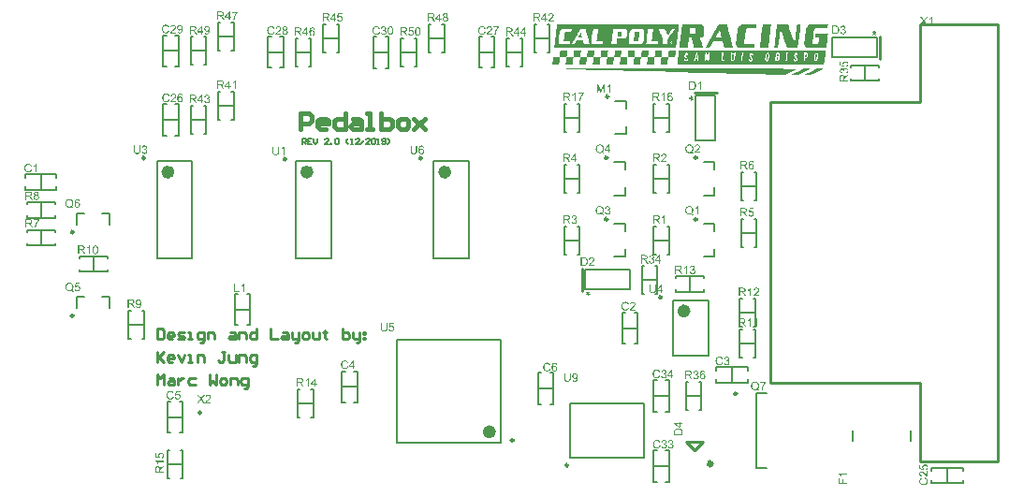
<source format=gbr>
%TF.GenerationSoftware,Altium Limited,Altium Designer,19.0.15 (446)*%
G04 Layer_Color=65535*
%FSLAX26Y26*%
%MOIN*%
%TF.FileFunction,Legend,Top*%
%TF.Part,Single*%
G01*
G75*
%TA.AperFunction,NonConductor*%
%ADD40C,0.009842*%
%ADD41C,0.023622*%
%ADD42C,0.005906*%
%ADD43C,0.007874*%
%ADD45C,0.015748*%
%ADD59C,0.019685*%
%ADD60C,0.010000*%
G36*
X3293740Y1653255D02*
X3294177Y1652817D01*
X3294615Y1652380D01*
Y1651943D01*
Y1650193D01*
X3294177Y1648881D01*
Y1647131D01*
Y1646694D01*
Y1646256D01*
Y1644944D01*
X3293740Y1643195D01*
Y1641007D01*
X3293303Y1638383D01*
X3292865Y1634884D01*
X3292428Y1631385D01*
Y1630947D01*
Y1629635D01*
X3291990Y1627448D01*
Y1624824D01*
X3291553Y1621762D01*
X3291116Y1618700D01*
X3289803Y1611264D01*
X3284555Y1569711D01*
X3246501Y1569711D01*
X3234691Y1604266D01*
Y1604703D01*
X3234254Y1605578D01*
X3233379Y1607328D01*
X3232941Y1609515D01*
X3230754Y1615201D01*
X3228567Y1620887D01*
Y1621324D01*
X3228130Y1622199D01*
X3227693Y1623511D01*
X3226818Y1625261D01*
X3225506Y1629635D01*
X3224193Y1633572D01*
Y1634009D01*
Y1634446D01*
X3223756Y1636196D01*
X3223319Y1637946D01*
X3222881Y1638820D01*
Y1637946D01*
Y1636633D01*
X3222444Y1633572D01*
X3222006Y1631822D01*
Y1629635D01*
X3221569Y1626573D01*
X3221132Y1623511D01*
X3220694Y1619575D01*
X3220257Y1615201D01*
X3219819Y1609952D01*
X3218945Y1604266D01*
Y1603828D01*
Y1602954D01*
X3218507Y1601204D01*
Y1599017D01*
X3217632Y1593768D01*
X3216758Y1587645D01*
X3215883Y1581521D01*
X3215008Y1575835D01*
X3214571Y1573648D01*
X3214133Y1571898D01*
Y1570586D01*
X3213696Y1569711D01*
Y1568836D01*
X3201011D01*
Y1569711D01*
Y1570586D01*
X3201449Y1572336D01*
Y1573648D01*
Y1575397D01*
X3201886Y1577584D01*
X3202323Y1580646D01*
X3202761Y1583708D01*
X3203198Y1587645D01*
X3203636Y1592456D01*
X3204073Y1598142D01*
X3204948Y1604266D01*
X3205823Y1611264D01*
Y1611702D01*
X3206260Y1613014D01*
Y1615201D01*
X3206697Y1617825D01*
X3207135Y1620887D01*
X3207572Y1624386D01*
X3208447Y1631822D01*
X3209322Y1639258D01*
X3209759Y1642757D01*
X3210197Y1645819D01*
X3210634Y1648443D01*
X3211071Y1650630D01*
Y1651942D01*
Y1652380D01*
X3211946Y1653692D01*
X3250437D01*
X3252187Y1647568D01*
Y1646694D01*
X3252624Y1644507D01*
X3253499Y1641445D01*
X3253937Y1640570D01*
X3254811Y1637946D01*
X3256124Y1634009D01*
X3257873Y1628760D01*
Y1628323D01*
X3258311Y1627448D01*
X3259185Y1626136D01*
X3259623Y1623949D01*
X3261372Y1619575D01*
X3263122Y1614326D01*
Y1613889D01*
X3263559Y1613014D01*
X3264434Y1611702D01*
X3264872Y1609515D01*
X3266621Y1605141D01*
X3268371Y1599892D01*
Y1599455D01*
X3268808Y1599017D01*
X3269683Y1595955D01*
X3270995Y1592893D01*
X3271870Y1589394D01*
Y1588957D01*
X3272307Y1587645D01*
X3272745Y1585895D01*
X3273182Y1585458D01*
Y1585895D01*
X3273620Y1587207D01*
X3274057Y1589832D01*
X3274494Y1591581D01*
X3274932Y1593768D01*
Y1596393D01*
X3275807Y1599455D01*
X3276244Y1603391D01*
X3276681Y1607765D01*
X3277119Y1613014D01*
X3277994Y1618700D01*
Y1619138D01*
Y1620012D01*
X3278431Y1621762D01*
Y1623949D01*
X3279306Y1629198D01*
X3280181Y1635759D01*
X3280618Y1641882D01*
X3281493Y1647131D01*
Y1649318D01*
X3281930Y1651068D01*
Y1652380D01*
Y1652817D01*
X3282805Y1653255D01*
X3284555Y1653692D01*
X3291553D01*
X3293740Y1653255D01*
D02*
G37*
G36*
X3392155Y1652380D02*
Y1651505D01*
X3391718Y1650630D01*
Y1649755D01*
X3391280Y1648006D01*
X3390843Y1645819D01*
X3389968Y1639695D01*
X3346665D01*
X3345791Y1638821D01*
X3345353D01*
X3344478Y1637946D01*
X3343604Y1637071D01*
X3342729Y1635759D01*
Y1635321D01*
Y1634447D01*
X3342291Y1632259D01*
X3341854Y1629198D01*
X3341417Y1625261D01*
X3340979Y1622199D01*
X3340542Y1619138D01*
X3340104Y1615638D01*
X3339667Y1611264D01*
Y1610827D01*
Y1610389D01*
X3339230Y1607765D01*
X3338792Y1603829D01*
X3338355Y1599455D01*
X3337917Y1595081D01*
X3337480Y1591144D01*
X3337043Y1588082D01*
Y1587207D01*
Y1586770D01*
X3337480Y1585895D01*
X3337917Y1585020D01*
X3338792Y1583708D01*
X3339667Y1582833D01*
X3350165D01*
X3352789Y1583271D01*
X3354101D01*
X3354539Y1583708D01*
X3354976D01*
X3355851Y1584583D01*
X3356726Y1585458D01*
X3357600Y1586770D01*
Y1587207D01*
X3358038Y1587645D01*
X3358475Y1588957D01*
X3359350Y1590707D01*
X3359787Y1593331D01*
X3360225Y1596393D01*
X3360662Y1600329D01*
Y1605141D01*
X3344916D01*
Y1606453D01*
Y1607328D01*
X3345353Y1608203D01*
Y1609077D01*
Y1610827D01*
X3345791Y1613014D01*
X3346665Y1619138D01*
X3388656D01*
X3391280Y1618700D01*
X3392155D01*
Y1618263D01*
Y1617388D01*
X3391718Y1615638D01*
X3391280Y1612576D01*
X3390843Y1608203D01*
X3390405Y1605141D01*
X3389968Y1602079D01*
X3389531Y1598142D01*
X3389093Y1593768D01*
Y1593331D01*
Y1592893D01*
X3388656Y1589832D01*
X3388218Y1586332D01*
X3387781Y1581521D01*
X3386906Y1577147D01*
X3386469Y1573210D01*
X3386031Y1570586D01*
Y1569711D01*
Y1569274D01*
X3382095D01*
X3380345Y1568836D01*
X3336168D01*
X3330044Y1569274D01*
X3320421D01*
X3319109Y1569711D01*
X3317797D01*
X3316922Y1570149D01*
X3315610Y1571024D01*
X3313860Y1571898D01*
X3312548Y1573648D01*
X3310799Y1575835D01*
X3309049Y1578459D01*
X3308174Y1581521D01*
Y1581958D01*
Y1582396D01*
Y1584146D01*
Y1586770D01*
Y1590707D01*
X3308612Y1595955D01*
X3309049Y1599017D01*
X3309486Y1602516D01*
X3309924Y1606890D01*
X3310361Y1611264D01*
Y1611702D01*
Y1612139D01*
X3310799Y1614764D01*
X3311236Y1618700D01*
X3312111Y1623074D01*
X3312548Y1627448D01*
X3312986Y1631385D01*
X3313423Y1634009D01*
Y1635321D01*
Y1635759D01*
Y1636196D01*
X3313860Y1637508D01*
X3314735Y1639258D01*
X3315610Y1641445D01*
X3318672Y1646256D01*
X3320421Y1648443D01*
X3323046Y1650630D01*
X3323483Y1651068D01*
X3324795Y1651505D01*
X3326982Y1651943D01*
X3329169Y1652380D01*
X3329607Y1652817D01*
X3330919D01*
X3333543Y1653255D01*
X3340104D01*
X3343166Y1653692D01*
X3392155D01*
Y1652380D01*
D02*
G37*
G36*
X3189201Y1652380D02*
Y1651942D01*
X3188764Y1650193D01*
Y1648881D01*
Y1647131D01*
X3188327Y1644944D01*
X3187889Y1642320D01*
X3187452Y1638820D01*
X3187014Y1634884D01*
X3186577Y1630072D01*
X3186140Y1624386D01*
X3185265Y1618263D01*
X3184390Y1610827D01*
Y1610389D01*
Y1609077D01*
X3183953Y1606890D01*
X3183515Y1604266D01*
X3183078Y1601204D01*
Y1597705D01*
X3182203Y1590269D01*
X3181328Y1582833D01*
X3180891Y1579334D01*
X3180453Y1575835D01*
X3180016Y1573210D01*
Y1571023D01*
X3179579Y1569711D01*
Y1569274D01*
X3177829D01*
X3176079Y1568836D01*
X3148961D01*
Y1569711D01*
X3149398Y1570586D01*
Y1572336D01*
X3149835Y1574085D01*
Y1575835D01*
X3150273Y1578022D01*
X3150710Y1581084D01*
X3151148Y1584583D01*
X3151585Y1588519D01*
X3152460Y1593331D01*
X3152897Y1598580D01*
X3153772Y1605141D01*
X3154647Y1612139D01*
X3159896Y1653692D01*
X3189201D01*
Y1652380D01*
D02*
G37*
G36*
X3138026D02*
Y1651505D01*
Y1648881D01*
X3137588Y1644944D01*
X3137151Y1639695D01*
X3108720D01*
X3105658Y1639258D01*
X3103471D01*
X3102596Y1638820D01*
X3102159D01*
X3101721Y1637946D01*
X3101284Y1637071D01*
X3100847Y1635759D01*
X3100409Y1635321D01*
Y1634446D01*
X3099972Y1632697D01*
X3099534Y1629635D01*
X3098660Y1625261D01*
X3098222Y1622637D01*
X3097785Y1619575D01*
X3097347Y1615638D01*
X3096910Y1611264D01*
X3093848Y1586770D01*
X3094723Y1585458D01*
Y1585020D01*
X3095598Y1583708D01*
X3131027D01*
Y1582833D01*
Y1582396D01*
Y1581521D01*
X3130590Y1579334D01*
X3130152Y1575835D01*
X3129278Y1568836D01*
X3094723D01*
X3089037Y1569274D01*
X3083788D01*
X3078539Y1569711D01*
X3074603Y1570149D01*
X3072853Y1570586D01*
X3071978Y1571023D01*
X3071541Y1571461D01*
X3069354Y1572773D01*
X3068916Y1573648D01*
X3067167Y1575835D01*
X3065417Y1579334D01*
X3064105Y1584583D01*
Y1585458D01*
Y1586770D01*
X3064542Y1588957D01*
X3064980Y1592456D01*
X3065417Y1596830D01*
X3066292Y1602954D01*
X3066729Y1606453D01*
X3067167Y1610389D01*
Y1610827D01*
Y1611702D01*
X3067604Y1612576D01*
Y1614326D01*
X3068042Y1618700D01*
X3068916Y1623511D01*
X3069354Y1628323D01*
X3070229Y1633134D01*
X3070666Y1636633D01*
X3071103Y1637946D01*
Y1638820D01*
Y1639258D01*
X3071978Y1640570D01*
X3072853Y1642757D01*
X3074603Y1644944D01*
X3076352Y1647568D01*
X3078977Y1650193D01*
X3082038Y1652380D01*
X3085975Y1653692D01*
X3138026D01*
Y1652380D01*
D02*
G37*
G36*
X3041798Y1616950D02*
Y1616513D01*
X3042235Y1615638D01*
X3042672Y1613889D01*
X3043547Y1611702D01*
X3044422Y1609077D01*
X3045297Y1606015D01*
X3047046Y1598580D01*
Y1598142D01*
X3047484Y1596830D01*
X3047921Y1595080D01*
X3048359Y1592893D01*
X3049671Y1587645D01*
X3050983Y1582396D01*
Y1581958D01*
X3051420Y1581521D01*
X3051858Y1579334D01*
X3052295Y1577147D01*
Y1576272D01*
Y1575835D01*
X3054482Y1568836D01*
X3022989D01*
X3019928Y1579771D01*
Y1580209D01*
X3019490Y1581521D01*
X3019053Y1583271D01*
X3018615Y1585458D01*
X3017741Y1587207D01*
X3017303Y1588957D01*
X3016866Y1590269D01*
Y1590706D01*
Y1591581D01*
X2982749D01*
X2976625Y1579771D01*
X2969627Y1568836D01*
X2956067D01*
Y1569274D01*
X2956505Y1569711D01*
X2956942Y1570586D01*
X2957379Y1571898D01*
X2958692Y1573648D01*
X2960004Y1576272D01*
X2961753Y1580209D01*
X2964378Y1584583D01*
X2967440Y1589832D01*
X2970939Y1596830D01*
X2975750Y1604703D01*
X2980999Y1613889D01*
X2987123Y1624824D01*
X2994121Y1637508D01*
X2998058Y1644069D01*
X3002432Y1651505D01*
X3003306Y1653692D01*
X3032612D01*
X3041798Y1616950D01*
D02*
G37*
G36*
X2906641Y1652380D02*
X2943820D01*
X2944257Y1651942D01*
X2946007Y1651068D01*
X2948194Y1649318D01*
X2949944Y1646694D01*
X2950381Y1645819D01*
Y1644507D01*
X2950818Y1642757D01*
Y1640133D01*
Y1636633D01*
X2950381Y1632259D01*
X2949944Y1627011D01*
Y1626573D01*
Y1624824D01*
X2949506Y1622637D01*
Y1620012D01*
X2949069Y1616950D01*
Y1614326D01*
X2948631Y1612576D01*
X2948194Y1611264D01*
X2947757Y1610389D01*
X2946007Y1608640D01*
X2942508Y1606453D01*
X2938134Y1605141D01*
X2936384D01*
Y1604703D01*
X2936822Y1604266D01*
X2937259Y1602954D01*
X2937696Y1600767D01*
X2939009Y1597267D01*
X2940321Y1592893D01*
X2942070Y1586770D01*
X2942508Y1585895D01*
X2942945Y1584145D01*
X2943820Y1581084D01*
X2945132Y1578022D01*
X2946444Y1574523D01*
X2947319Y1571461D01*
X2947757Y1569711D01*
X2948194Y1568836D01*
X2915826D01*
X2914514Y1571023D01*
Y1571461D01*
Y1571898D01*
X2914077Y1573210D01*
Y1573648D01*
X2913639Y1574960D01*
X2913202Y1577584D01*
X2911890Y1580646D01*
Y1581084D01*
Y1581521D01*
X2911452Y1583271D01*
X2911015Y1585895D01*
X2910578Y1588519D01*
X2905766Y1605141D01*
X2897893D01*
X2897456Y1604703D01*
X2897018D01*
Y1604266D01*
Y1603828D01*
X2896581Y1602516D01*
Y1600329D01*
X2896143Y1596830D01*
X2895706Y1592456D01*
X2894831Y1586770D01*
Y1585895D01*
X2894394Y1584145D01*
X2893956Y1581521D01*
X2893519Y1578022D01*
Y1577147D01*
X2893082Y1575397D01*
Y1573210D01*
X2892644Y1571023D01*
Y1570586D01*
Y1570149D01*
X2892207Y1569274D01*
Y1568836D01*
X2862464D01*
Y1569711D01*
Y1570586D01*
X2862901Y1571898D01*
Y1573210D01*
Y1574960D01*
X2863338Y1577147D01*
X2863776Y1579771D01*
X2864213Y1583271D01*
X2864651Y1587207D01*
X2865088Y1592019D01*
X2865525Y1597705D01*
X2866400Y1603828D01*
X2867275Y1611264D01*
Y1611702D01*
X2867712Y1613014D01*
Y1615201D01*
X2868150Y1617388D01*
X2868587Y1620450D01*
X2869025Y1623949D01*
X2869899Y1631385D01*
X2871212Y1638820D01*
X2871649Y1642320D01*
X2872086Y1645819D01*
X2872524Y1648443D01*
X2872961Y1650193D01*
X2873399Y1651942D01*
Y1652380D01*
Y1653692D01*
X2906641Y1652380D01*
D02*
G37*
G36*
X2861589D02*
Y1651505D01*
X2861151Y1649755D01*
Y1648443D01*
Y1646694D01*
X2860714Y1644507D01*
X2860277Y1641882D01*
X2859839Y1638383D01*
X2859402Y1634446D01*
X2858964Y1629635D01*
X2858527Y1623949D01*
X2857652Y1617825D01*
X2856777Y1610389D01*
X2851529Y1568836D01*
X2417628Y1568836D01*
Y1569711D01*
Y1570586D01*
X2418065Y1572335D01*
Y1574085D01*
Y1575835D01*
X2418503Y1578022D01*
X2418940Y1580646D01*
X2419377Y1584145D01*
X2419815Y1588082D01*
X2420252Y1592893D01*
X2420690Y1598142D01*
X2421564Y1604266D01*
X2422439Y1611264D01*
Y1611701D01*
X2422877Y1613014D01*
Y1615201D01*
X2423314Y1617825D01*
X2423751Y1620887D01*
X2424189Y1624386D01*
X2425064Y1631822D01*
X2425938Y1639258D01*
X2426376Y1642757D01*
X2426813Y1645819D01*
X2427251Y1648443D01*
X2427688Y1650630D01*
Y1651942D01*
Y1652380D01*
Y1653692D01*
X2862464Y1653692D01*
X2861589Y1652380D01*
D02*
G37*
G36*
X2849779Y1559214D02*
Y1558339D01*
Y1557464D01*
Y1557027D01*
Y1556589D01*
Y1555277D01*
X2849342Y1553090D01*
Y1552653D01*
Y1551340D01*
X2848904Y1549591D01*
Y1547404D01*
X2846717Y1535594D01*
X2823098D01*
Y1535157D01*
Y1534282D01*
X2822660Y1532532D01*
X2822223Y1530783D01*
X2821785Y1527721D01*
X2821348Y1523784D01*
Y1523347D01*
Y1522035D01*
X2820911Y1519848D01*
Y1517661D01*
X2820473Y1515474D01*
Y1513287D01*
X2820036Y1511974D01*
Y1511100D01*
X2818286D01*
X2816974Y1510662D01*
X2795541D01*
Y1511974D01*
Y1512412D01*
Y1512849D01*
Y1513724D01*
X2795979Y1515474D01*
Y1517223D01*
Y1520285D01*
X2796416Y1523784D01*
Y1524222D01*
X2796854Y1525534D01*
X2797291Y1527283D01*
X2797728Y1529033D01*
X2798166Y1533407D01*
X2798603Y1534719D01*
Y1535594D01*
X2774984D01*
X2772797Y1523784D01*
Y1523347D01*
Y1522035D01*
X2772359Y1519848D01*
Y1517661D01*
Y1515474D01*
X2771922Y1513287D01*
Y1511974D01*
Y1511100D01*
X2770172D01*
X2768860Y1510662D01*
X2747427D01*
Y1511974D01*
Y1512412D01*
Y1512849D01*
Y1513724D01*
X2747865Y1515036D01*
Y1517223D01*
X2748302Y1519848D01*
X2748740Y1523347D01*
Y1523784D01*
X2749177Y1525096D01*
Y1526846D01*
X2749614Y1529033D01*
X2750052Y1532970D01*
X2750489Y1534719D01*
Y1535594D01*
X2774109D01*
X2774984Y1536469D01*
Y1536906D01*
Y1537781D01*
Y1538656D01*
X2775421Y1539968D01*
Y1542155D01*
Y1544779D01*
X2775858Y1548279D01*
Y1548716D01*
Y1550028D01*
X2776296Y1551778D01*
Y1553965D01*
Y1556152D01*
X2776733Y1557901D01*
Y1559214D01*
Y1560088D01*
X2801665D01*
Y1559651D01*
Y1558776D01*
X2801228Y1557027D01*
X2800790Y1555277D01*
X2800353Y1552215D01*
X2799915Y1548279D01*
Y1547841D01*
Y1546529D01*
X2799478Y1544342D01*
Y1542155D01*
X2799041Y1539968D01*
Y1538218D01*
X2798603Y1536906D01*
Y1536031D01*
X2799915D01*
X2801665Y1535594D01*
X2822223D01*
X2823098Y1536469D01*
Y1536906D01*
Y1537781D01*
X2823535Y1539531D01*
Y1541280D01*
Y1544342D01*
X2823972Y1548279D01*
X2826159Y1560088D01*
X2849779D01*
Y1559214D01*
D02*
G37*
G36*
X2753114Y1559651D02*
Y1558776D01*
Y1557027D01*
X2752676Y1554402D01*
Y1551340D01*
X2752239Y1547404D01*
X2751364Y1542155D01*
X2750489Y1536469D01*
Y1535594D01*
X2726870D01*
X2724683Y1523784D01*
Y1523347D01*
Y1522035D01*
X2724245Y1520285D01*
Y1518098D01*
Y1515911D01*
X2723808Y1514161D01*
Y1512849D01*
Y1511974D01*
Y1510662D01*
X2699313D01*
Y1511974D01*
Y1512412D01*
Y1512849D01*
Y1514599D01*
X2699751Y1516786D01*
Y1519410D01*
X2700626Y1523347D01*
X2701063Y1528158D01*
X2701938Y1534282D01*
Y1535594D01*
X2678318Y1535594D01*
Y1535157D01*
Y1534719D01*
Y1533844D01*
X2677881Y1532095D01*
X2677443Y1529908D01*
X2677006Y1527283D01*
X2676569Y1523784D01*
Y1523347D01*
Y1522034D01*
X2676131Y1520722D01*
Y1518535D01*
X2675694Y1514599D01*
Y1512849D01*
Y1511974D01*
Y1510662D01*
X2652512D01*
X2651199Y1511100D01*
X2650762D01*
Y1511537D01*
Y1511974D01*
Y1512849D01*
X2651199Y1514599D01*
Y1516786D01*
X2651637Y1519848D01*
X2652074Y1523784D01*
Y1524222D01*
X2652512Y1525534D01*
Y1527721D01*
X2652949Y1529908D01*
X2653386Y1531657D01*
Y1533844D01*
X2653824Y1535157D01*
Y1535594D01*
X2630204D01*
Y1535157D01*
Y1534719D01*
Y1533407D01*
X2629767Y1531657D01*
X2629329Y1529470D01*
X2628892Y1526409D01*
X2628455Y1522472D01*
X2627142Y1510662D01*
X2604398D01*
X2603085Y1511100D01*
X2602648D01*
Y1511537D01*
Y1511974D01*
Y1512849D01*
X2603085Y1514599D01*
Y1516348D01*
X2603523Y1519410D01*
X2603960Y1522909D01*
Y1523347D01*
X2604398Y1524659D01*
Y1526409D01*
X2604835Y1528595D01*
X2605272Y1530783D01*
Y1532532D01*
X2605710Y1534282D01*
Y1534719D01*
X2605272Y1535157D01*
X2602648D01*
X2600898Y1535594D01*
X2582090D01*
Y1536469D01*
Y1536906D01*
Y1537781D01*
X2582528Y1539531D01*
Y1541280D01*
Y1544342D01*
X2582965Y1548278D01*
X2585152Y1560088D01*
X2608772D01*
Y1559214D01*
Y1558776D01*
Y1558339D01*
X2608334Y1555714D01*
X2607897Y1552652D01*
X2607459Y1548716D01*
X2606585Y1544342D01*
X2606147Y1540843D01*
X2605710Y1537781D01*
Y1536906D01*
Y1536469D01*
X2606585Y1536031D01*
X2608772D01*
X2610959Y1535594D01*
X2630204D01*
Y1536469D01*
Y1537343D01*
X2630642Y1539531D01*
X2631079Y1542155D01*
X2631954Y1546091D01*
X2632829Y1553965D01*
X2633266Y1557464D01*
Y1560088D01*
X2656886D01*
Y1559214D01*
Y1558339D01*
X2656448Y1556589D01*
X2656011Y1553965D01*
X2655573Y1550466D01*
X2654261Y1543030D01*
X2653824Y1539531D01*
Y1536469D01*
X2654699Y1536031D01*
X2656886D01*
X2659073Y1535594D01*
X2676569D01*
X2677881Y1536031D01*
X2678318D01*
Y1536469D01*
Y1536906D01*
Y1537781D01*
X2678756Y1539093D01*
Y1541280D01*
X2679193Y1544342D01*
X2679630Y1548278D01*
Y1548716D01*
X2680068Y1550028D01*
Y1552215D01*
X2680505Y1554402D01*
X2680943Y1556152D01*
Y1558339D01*
X2681380Y1559651D01*
Y1560088D01*
X2705000Y1560088D01*
Y1559214D01*
Y1558776D01*
Y1557901D01*
Y1556589D01*
X2704562Y1554402D01*
Y1551778D01*
X2704125Y1548279D01*
Y1547841D01*
Y1546529D01*
X2703687Y1544342D01*
Y1542592D01*
X2703250Y1540405D01*
X2702813Y1538218D01*
X2702375Y1536906D01*
X2701938Y1536469D01*
Y1535594D01*
X2726870D01*
X2727744Y1547404D01*
Y1547841D01*
Y1549153D01*
X2728182Y1551340D01*
Y1553527D01*
X2728619Y1555277D01*
X2729057Y1557464D01*
Y1558776D01*
X2729494Y1559214D01*
Y1560088D01*
X2753114D01*
Y1559651D01*
D02*
G37*
G36*
X2559783Y1559651D02*
X2560220D01*
Y1559214D01*
Y1558776D01*
Y1557901D01*
X2559783Y1556589D01*
Y1554402D01*
X2559345Y1551778D01*
X2558908Y1547841D01*
Y1547404D01*
Y1546091D01*
X2558471Y1544342D01*
Y1542155D01*
X2558033Y1539968D01*
Y1538218D01*
X2557596Y1536469D01*
Y1536031D01*
X2558908D01*
X2560658Y1535594D01*
X2582090D01*
Y1534282D01*
Y1533844D01*
X2581653Y1532969D01*
Y1531220D01*
X2581215Y1529470D01*
X2580778Y1526409D01*
X2579903Y1522472D01*
X2579028Y1510662D01*
X2554534D01*
Y1511974D01*
Y1512849D01*
X2554971Y1515036D01*
X2555409Y1517660D01*
X2556284Y1521597D01*
X2557158Y1529470D01*
X2557596Y1532969D01*
Y1535594D01*
X2537913D01*
X2535726Y1535157D01*
X2534414D01*
X2533976Y1534719D01*
Y1534282D01*
Y1533844D01*
Y1532969D01*
X2533539Y1531657D01*
X2533101Y1529470D01*
X2532664Y1526846D01*
X2532227Y1522909D01*
Y1522472D01*
Y1521160D01*
X2531789Y1519410D01*
Y1517223D01*
X2531352Y1515036D01*
Y1513286D01*
X2530914Y1511974D01*
Y1511100D01*
X2529602D01*
X2527853Y1510662D01*
X2508170D01*
X2506857Y1511100D01*
X2506420D01*
Y1511537D01*
Y1511974D01*
Y1512849D01*
X2506857Y1514599D01*
Y1516786D01*
X2507295Y1519848D01*
X2507732Y1523784D01*
Y1524222D01*
X2508170Y1525534D01*
Y1527721D01*
X2508607Y1529908D01*
Y1531657D01*
X2509044Y1533844D01*
Y1535157D01*
Y1535594D01*
X2485425D01*
Y1535157D01*
Y1534282D01*
X2484987Y1532532D01*
X2484550Y1530783D01*
X2484113Y1527721D01*
X2483675Y1523784D01*
X2482800Y1510662D01*
X2460056D01*
X2458306Y1511100D01*
X2457869D01*
Y1511537D01*
Y1511974D01*
Y1512849D01*
X2458306Y1514599D01*
Y1516348D01*
X2458743Y1519410D01*
X2459181Y1522909D01*
Y1523347D01*
X2459618Y1524659D01*
Y1526409D01*
X2460056Y1528595D01*
X2460493Y1530783D01*
Y1532532D01*
X2460930Y1534282D01*
Y1534719D01*
X2460493Y1535157D01*
X2457869D01*
X2456119Y1535594D01*
X2437311D01*
Y1535157D01*
Y1534282D01*
X2436873Y1532969D01*
Y1531220D01*
X2436436Y1526846D01*
X2435561Y1522472D01*
X2434249Y1510662D01*
X2409755D01*
Y1512849D01*
Y1513286D01*
X2410192Y1514161D01*
Y1514599D01*
X2410629Y1515474D01*
Y1516786D01*
X2411067Y1518973D01*
Y1519410D01*
X2411504Y1521160D01*
X2411942Y1522909D01*
Y1524659D01*
X2412816Y1535594D01*
X2437311D01*
Y1536469D01*
Y1536906D01*
Y1537343D01*
Y1538218D01*
X2437748Y1539968D01*
Y1541717D01*
Y1544779D01*
X2438186Y1548278D01*
X2440373Y1560088D01*
X2464867D01*
X2463992Y1559214D01*
Y1558339D01*
X2463555Y1556589D01*
X2463117Y1553527D01*
Y1550028D01*
X2462243Y1542592D01*
X2461805Y1539093D01*
Y1536469D01*
X2462243Y1536031D01*
X2464867D01*
X2466617Y1535594D01*
X2483675D01*
X2484987Y1536031D01*
X2485425D01*
Y1536469D01*
Y1536906D01*
Y1537781D01*
X2485862Y1539093D01*
Y1541280D01*
X2486300Y1544342D01*
X2486737Y1548278D01*
Y1548716D01*
X2487174Y1550028D01*
Y1552215D01*
X2487612Y1554402D01*
X2488049Y1556152D01*
Y1558339D01*
X2488487Y1559651D01*
Y1560088D01*
X2512981D01*
X2512106Y1559214D01*
Y1558776D01*
Y1557901D01*
Y1556152D01*
X2511669Y1554402D01*
Y1551340D01*
X2511231Y1547404D01*
X2510357Y1535594D01*
X2522166Y1536469D01*
X2533976D01*
X2534851Y1548278D01*
Y1548716D01*
X2535288Y1550028D01*
Y1552215D01*
X2535726Y1554402D01*
X2536163Y1556152D01*
Y1558339D01*
X2536601Y1559651D01*
Y1560088D01*
X2558471D01*
X2559783Y1559651D01*
D02*
G37*
G36*
X3312548Y1559651D02*
X3377721D01*
X3381220Y1559214D01*
X3384282D01*
Y1558776D01*
Y1557027D01*
X3383844Y1553527D01*
X3383407Y1548716D01*
Y1546092D01*
X3382970Y1542592D01*
X3382095Y1538656D01*
X3381657Y1534282D01*
X3381220Y1529470D01*
X3380345Y1524222D01*
X3379033Y1518535D01*
X3378158Y1511975D01*
Y1510662D01*
X2855465Y1510662D01*
Y1511974D01*
Y1512412D01*
Y1514161D01*
X2855903Y1517223D01*
Y1518973D01*
X2856340Y1521597D01*
X2856777Y1524222D01*
Y1527721D01*
X2857652Y1531657D01*
X2858090Y1536031D01*
X2858964Y1540843D01*
X2859402Y1546529D01*
X2860714Y1552653D01*
X2861589Y1559214D01*
Y1560088D01*
X3301613Y1560089D01*
X3312548Y1559651D01*
D02*
G37*
G36*
X3241689Y1494478D02*
X3281493Y1494478D01*
X3281055Y1494041D01*
X3279306Y1493166D01*
X3276681Y1491854D01*
X3273182Y1490104D01*
X3267933Y1487480D01*
X3264434Y1486168D01*
X3260935Y1484418D01*
X3240377Y1474358D01*
X2823972Y1484418D01*
X2816974D01*
X2813912Y1484856D01*
X2796854D01*
X2785481Y1485293D01*
X2772797Y1485730D01*
X2758800D01*
X2743928Y1486168D01*
X2727307Y1486605D01*
X2710248Y1487043D01*
X2692315Y1487480D01*
X2673944Y1487917D01*
X2654699Y1488355D01*
X2616207Y1489229D01*
X2577279Y1490104D01*
X2558033Y1490542D01*
X2539662Y1490979D01*
X2521729Y1491417D01*
X2504670Y1491854D01*
X2488049Y1492291D01*
X2473178Y1492729D01*
X2459181Y1493166D01*
X2446496Y1493603D01*
X2430312D01*
X2425938Y1494041D01*
X2415441D01*
X2412816Y1494478D01*
X2453057D01*
X2462680Y1494916D01*
X3228567Y1494916D01*
X3241689Y1494478D01*
D02*
G37*
G36*
X3328732Y1494478D02*
X3327857Y1494041D01*
X3326545Y1493166D01*
X3323921Y1491854D01*
X3319984Y1490104D01*
X3317360Y1488792D01*
X3314735Y1487480D01*
X3311236Y1486168D01*
X3307299Y1484418D01*
X3285867Y1473483D01*
X3272307D01*
X3270558Y1473921D01*
X3266621D01*
X3264872Y1474358D01*
X3263122D01*
X3263997Y1474795D01*
X3265746Y1475670D01*
X3267059Y1476545D01*
X3268808Y1477420D01*
X3269246D01*
X3270120Y1477857D01*
X3271433Y1478732D01*
X3273182Y1479607D01*
X3277556Y1481794D01*
X3283680Y1484418D01*
X3305550Y1494916D01*
X3327420D01*
X3328732Y1494478D01*
D02*
G37*
G36*
X3375971D02*
X3376409D01*
X3375971Y1494041D01*
X3375096Y1493604D01*
X3373784Y1492729D01*
X3370722Y1491417D01*
X3366786Y1489667D01*
X3364161Y1488355D01*
X3361100Y1486605D01*
X3357600Y1484856D01*
X3353664Y1483106D01*
X3330044Y1472609D01*
X3319547D01*
X3318234Y1473046D01*
X3316047D01*
X3312111Y1473483D01*
X3308612D01*
X3309486Y1473921D01*
X3310799Y1474795D01*
X3313423Y1476108D01*
X3317360Y1478295D01*
X3319984Y1479169D01*
X3323046Y1480919D01*
X3326108Y1482669D01*
X3330044Y1484418D01*
X3352789Y1494916D01*
X3374659D01*
X3375971Y1494478D01*
D02*
G37*
G36*
X545057Y1156344D02*
X545371D01*
X545764Y1156292D01*
X546210Y1156239D01*
X546708Y1156187D01*
X547258Y1156082D01*
X547860Y1155951D01*
X548463Y1155794D01*
X549092Y1155611D01*
X549747Y1155375D01*
X550376Y1155113D01*
X551031Y1154798D01*
X551633Y1154458D01*
X552236Y1154039D01*
X552262Y1154012D01*
X552367Y1153934D01*
X552524Y1153803D01*
X552734Y1153619D01*
X552996Y1153384D01*
X553284Y1153095D01*
X553598Y1152755D01*
X553939Y1152362D01*
X554279Y1151916D01*
X554646Y1151445D01*
X555013Y1150895D01*
X555354Y1150318D01*
X555694Y1149689D01*
X556009Y1149034D01*
X556297Y1148301D01*
X556559Y1147541D01*
X552629Y1146624D01*
Y1146650D01*
X552576Y1146781D01*
X552524Y1146938D01*
X552419Y1147174D01*
X552314Y1147436D01*
X552183Y1147751D01*
X552026Y1148091D01*
X551843Y1148458D01*
X551397Y1149244D01*
X550873Y1150030D01*
X550585Y1150423D01*
X550271Y1150790D01*
X549930Y1151130D01*
X549563Y1151419D01*
X549537Y1151445D01*
X549485Y1151497D01*
X549354Y1151550D01*
X549197Y1151654D01*
X549013Y1151759D01*
X548777Y1151890D01*
X548489Y1152047D01*
X548201Y1152178D01*
X547834Y1152309D01*
X547467Y1152467D01*
X547048Y1152598D01*
X546603Y1152702D01*
X546131Y1152807D01*
X545633Y1152886D01*
X545083Y1152912D01*
X544533Y1152938D01*
X544192D01*
X543957Y1152912D01*
X543642Y1152886D01*
X543302Y1152860D01*
X542909Y1152807D01*
X542489Y1152729D01*
X542044Y1152650D01*
X541572Y1152519D01*
X541101Y1152388D01*
X540603Y1152231D01*
X540131Y1152047D01*
X539634Y1151812D01*
X539162Y1151550D01*
X538717Y1151261D01*
X538690Y1151235D01*
X538612Y1151183D01*
X538507Y1151078D01*
X538350Y1150947D01*
X538140Y1150790D01*
X537931Y1150580D01*
X537695Y1150344D01*
X537433Y1150082D01*
X537171Y1149768D01*
X536883Y1149427D01*
X536621Y1149061D01*
X536359Y1148668D01*
X536097Y1148248D01*
X535861Y1147777D01*
X535625Y1147305D01*
X535442Y1146781D01*
Y1146755D01*
X535389Y1146650D01*
X535363Y1146493D01*
X535284Y1146310D01*
X535232Y1146048D01*
X535153Y1145733D01*
X535049Y1145393D01*
X534970Y1145000D01*
X534891Y1144580D01*
X534787Y1144135D01*
X534708Y1143663D01*
X534656Y1143166D01*
X534551Y1142091D01*
X534498Y1140991D01*
Y1140939D01*
Y1140834D01*
Y1140624D01*
X534525Y1140336D01*
Y1140022D01*
X534551Y1139629D01*
X534603Y1139183D01*
X534629Y1138712D01*
X534708Y1138188D01*
X534760Y1137664D01*
X534970Y1136537D01*
X535232Y1135384D01*
X535599Y1134258D01*
X535625Y1134231D01*
X535651Y1134127D01*
X535730Y1133996D01*
X535808Y1133786D01*
X535939Y1133550D01*
X536070Y1133288D01*
X536254Y1132974D01*
X536463Y1132659D01*
X536699Y1132319D01*
X536935Y1131952D01*
X537223Y1131611D01*
X537538Y1131245D01*
X537878Y1130904D01*
X538245Y1130590D01*
X538664Y1130275D01*
X539083Y1129987D01*
X539110Y1129961D01*
X539188Y1129935D01*
X539319Y1129856D01*
X539503Y1129777D01*
X539712Y1129673D01*
X539974Y1129542D01*
X540289Y1129411D01*
X540629Y1129280D01*
X540996Y1129149D01*
X541389Y1129018D01*
X541808Y1128913D01*
X542254Y1128782D01*
X543197Y1128625D01*
X543721Y1128598D01*
X544219Y1128572D01*
X544376D01*
X544533Y1128598D01*
X544769D01*
X545057Y1128625D01*
X545398Y1128677D01*
X545791Y1128729D01*
X546184Y1128808D01*
X546629Y1128913D01*
X547074Y1129044D01*
X547546Y1129201D01*
X548044Y1129384D01*
X548515Y1129594D01*
X548987Y1129856D01*
X549459Y1130144D01*
X549904Y1130485D01*
X549930Y1130511D01*
X550009Y1130563D01*
X550114Y1130694D01*
X550271Y1130852D01*
X550480Y1131061D01*
X550690Y1131297D01*
X550926Y1131585D01*
X551188Y1131926D01*
X551450Y1132319D01*
X551712Y1132738D01*
X551974Y1133210D01*
X552236Y1133734D01*
X552472Y1134284D01*
X552707Y1134886D01*
X552891Y1135541D01*
X553074Y1136223D01*
X557083Y1135227D01*
Y1135201D01*
X557057Y1135175D01*
Y1135096D01*
X557030Y1135017D01*
X556952Y1134755D01*
X556847Y1134415D01*
X556690Y1133996D01*
X556506Y1133524D01*
X556297Y1133000D01*
X556035Y1132450D01*
X555747Y1131847D01*
X555432Y1131218D01*
X555065Y1130590D01*
X554646Y1129987D01*
X554175Y1129358D01*
X553677Y1128782D01*
X553153Y1128232D01*
X552550Y1127708D01*
X552524Y1127681D01*
X552393Y1127603D01*
X552210Y1127472D01*
X551974Y1127315D01*
X551659Y1127105D01*
X551266Y1126895D01*
X550821Y1126660D01*
X550323Y1126424D01*
X549773Y1126188D01*
X549170Y1125952D01*
X548515Y1125743D01*
X547808Y1125533D01*
X547048Y1125376D01*
X546262Y1125245D01*
X545424Y1125166D01*
X544559Y1125140D01*
X544350D01*
X544088Y1125166D01*
X543747D01*
X543328Y1125192D01*
X542856Y1125245D01*
X542332Y1125297D01*
X541730Y1125376D01*
X541127Y1125481D01*
X540472Y1125612D01*
X539817Y1125769D01*
X539162Y1125978D01*
X538481Y1126188D01*
X537852Y1126450D01*
X537223Y1126764D01*
X536621Y1127105D01*
X536594Y1127131D01*
X536490Y1127210D01*
X536332Y1127315D01*
X536123Y1127472D01*
X535861Y1127681D01*
X535573Y1127943D01*
X535232Y1128232D01*
X534891Y1128572D01*
X534525Y1128965D01*
X534132Y1129384D01*
X533739Y1129856D01*
X533372Y1130380D01*
X532979Y1130930D01*
X532612Y1131533D01*
X532271Y1132188D01*
X531957Y1132869D01*
X531931Y1132921D01*
X531878Y1133052D01*
X531800Y1133236D01*
X531721Y1133524D01*
X531590Y1133865D01*
X531459Y1134284D01*
X531328Y1134755D01*
X531171Y1135306D01*
X531014Y1135882D01*
X530883Y1136511D01*
X530752Y1137166D01*
X530621Y1137873D01*
X530542Y1138607D01*
X530464Y1139367D01*
X530411Y1140153D01*
X530385Y1140965D01*
Y1140991D01*
Y1141017D01*
Y1141174D01*
Y1141436D01*
X530411Y1141751D01*
X530437Y1142170D01*
X530490Y1142642D01*
X530542Y1143166D01*
X530621Y1143768D01*
X530699Y1144397D01*
X530830Y1145052D01*
X530961Y1145733D01*
X531145Y1146414D01*
X531354Y1147122D01*
X531590Y1147829D01*
X531852Y1148510D01*
X532167Y1149192D01*
X532193Y1149244D01*
X532245Y1149349D01*
X532350Y1149532D01*
X532507Y1149768D01*
X532691Y1150056D01*
X532926Y1150397D01*
X533188Y1150764D01*
X533477Y1151183D01*
X533843Y1151602D01*
X534210Y1152047D01*
X534629Y1152493D01*
X535101Y1152938D01*
X535599Y1153357D01*
X536123Y1153777D01*
X536699Y1154170D01*
X537302Y1154536D01*
X537328Y1154563D01*
X537459Y1154615D01*
X537642Y1154694D01*
X537878Y1154825D01*
X538193Y1154956D01*
X538559Y1155113D01*
X538979Y1155296D01*
X539476Y1155453D01*
X539974Y1155637D01*
X540551Y1155794D01*
X541153Y1155951D01*
X541782Y1156082D01*
X542463Y1156213D01*
X543144Y1156292D01*
X543878Y1156344D01*
X544612Y1156370D01*
X544821D01*
X545057Y1156344D01*
D02*
G37*
G36*
X574480Y1125638D02*
X570759D01*
Y1149244D01*
X570733Y1149218D01*
X570707Y1149192D01*
X570628Y1149113D01*
X570523Y1149034D01*
X570366Y1148903D01*
X570209Y1148772D01*
X570026Y1148615D01*
X569816Y1148432D01*
X569292Y1148065D01*
X568689Y1147620D01*
X568008Y1147148D01*
X567222Y1146676D01*
X567196Y1146650D01*
X567117Y1146624D01*
X567013Y1146545D01*
X566855Y1146467D01*
X566672Y1146362D01*
X566462Y1146257D01*
X566200Y1146100D01*
X565938Y1145969D01*
X565336Y1145655D01*
X564681Y1145340D01*
X564000Y1145026D01*
X563345Y1144764D01*
Y1148353D01*
X563371Y1148379D01*
X563476Y1148432D01*
X563659Y1148510D01*
X563869Y1148615D01*
X564131Y1148746D01*
X564445Y1148930D01*
X564786Y1149113D01*
X565179Y1149349D01*
X565598Y1149585D01*
X566017Y1149873D01*
X566934Y1150475D01*
X567877Y1151157D01*
X568768Y1151890D01*
X568794Y1151916D01*
X568873Y1151995D01*
X568978Y1152100D01*
X569161Y1152257D01*
X569344Y1152440D01*
X569554Y1152650D01*
X569790Y1152912D01*
X570052Y1153174D01*
X570602Y1153803D01*
X571152Y1154484D01*
X571650Y1155218D01*
X571886Y1155584D01*
X572069Y1155951D01*
X574480D01*
Y1125638D01*
D02*
G37*
G36*
X2671616Y664785D02*
X2671931D01*
X2672324Y664733D01*
X2672769Y664680D01*
X2673267Y664628D01*
X2673817Y664523D01*
X2674420Y664392D01*
X2675022Y664235D01*
X2675651Y664052D01*
X2676306Y663816D01*
X2676935Y663554D01*
X2677590Y663239D01*
X2678192Y662899D01*
X2678795Y662480D01*
X2678821Y662453D01*
X2678926Y662375D01*
X2679083Y662244D01*
X2679293Y662060D01*
X2679555Y661824D01*
X2679843Y661536D01*
X2680157Y661196D01*
X2680498Y660803D01*
X2680839Y660357D01*
X2681205Y659886D01*
X2681572Y659336D01*
X2681913Y658759D01*
X2682253Y658130D01*
X2682568Y657475D01*
X2682856Y656742D01*
X2683118Y655982D01*
X2679188Y655065D01*
Y655091D01*
X2679136Y655222D01*
X2679083Y655379D01*
X2678978Y655615D01*
X2678874Y655877D01*
X2678743Y656192D01*
X2678585Y656532D01*
X2678402Y656899D01*
X2677957Y657685D01*
X2677433Y658471D01*
X2677144Y658864D01*
X2676830Y659231D01*
X2676489Y659571D01*
X2676123Y659860D01*
X2676096Y659886D01*
X2676044Y659938D01*
X2675913Y659990D01*
X2675756Y660095D01*
X2675572Y660200D01*
X2675337Y660331D01*
X2675048Y660488D01*
X2674760Y660619D01*
X2674393Y660750D01*
X2674027Y660908D01*
X2673607Y661038D01*
X2673162Y661143D01*
X2672690Y661248D01*
X2672193Y661327D01*
X2671642Y661353D01*
X2671092Y661379D01*
X2670752D01*
X2670516Y661353D01*
X2670201Y661327D01*
X2669861Y661301D01*
X2669468Y661248D01*
X2669049Y661169D01*
X2668603Y661091D01*
X2668132Y660960D01*
X2667660Y660829D01*
X2667162Y660672D01*
X2666691Y660488D01*
X2666193Y660253D01*
X2665721Y659990D01*
X2665276Y659702D01*
X2665250Y659676D01*
X2665171Y659624D01*
X2665066Y659519D01*
X2664909Y659388D01*
X2664699Y659231D01*
X2664490Y659021D01*
X2664254Y658785D01*
X2663992Y658523D01*
X2663730Y658209D01*
X2663442Y657868D01*
X2663180Y657501D01*
X2662918Y657109D01*
X2662656Y656689D01*
X2662420Y656218D01*
X2662184Y655746D01*
X2662001Y655222D01*
Y655196D01*
X2661948Y655091D01*
X2661922Y654934D01*
X2661844Y654750D01*
X2661791Y654489D01*
X2661713Y654174D01*
X2661608Y653833D01*
X2661529Y653441D01*
X2661451Y653021D01*
X2661346Y652576D01*
X2661267Y652104D01*
X2661215Y651606D01*
X2661110Y650532D01*
X2661058Y649432D01*
Y649380D01*
Y649275D01*
Y649065D01*
X2661084Y648777D01*
Y648462D01*
X2661110Y648069D01*
X2661162Y647624D01*
X2661189Y647153D01*
X2661267Y646629D01*
X2661320Y646105D01*
X2661529Y644978D01*
X2661791Y643825D01*
X2662158Y642698D01*
X2662184Y642672D01*
X2662210Y642567D01*
X2662289Y642437D01*
X2662368Y642227D01*
X2662499Y641991D01*
X2662630Y641729D01*
X2662813Y641415D01*
X2663023Y641100D01*
X2663258Y640760D01*
X2663494Y640393D01*
X2663782Y640052D01*
X2664097Y639686D01*
X2664437Y639345D01*
X2664804Y639030D01*
X2665223Y638716D01*
X2665643Y638428D01*
X2665669Y638402D01*
X2665747Y638375D01*
X2665878Y638297D01*
X2666062Y638218D01*
X2666271Y638114D01*
X2666533Y637982D01*
X2666848Y637851D01*
X2667188Y637721D01*
X2667555Y637590D01*
X2667948Y637458D01*
X2668367Y637354D01*
X2668813Y637223D01*
X2669756Y637066D01*
X2670280Y637039D01*
X2670778Y637013D01*
X2670935D01*
X2671092Y637039D01*
X2671328D01*
X2671616Y637066D01*
X2671957Y637118D01*
X2672350Y637170D01*
X2672743Y637249D01*
X2673188Y637354D01*
X2673634Y637485D01*
X2674105Y637642D01*
X2674603Y637825D01*
X2675075Y638035D01*
X2675546Y638297D01*
X2676018Y638585D01*
X2676463Y638926D01*
X2676489Y638952D01*
X2676568Y639004D01*
X2676673Y639135D01*
X2676830Y639293D01*
X2677040Y639502D01*
X2677249Y639738D01*
X2677485Y640026D01*
X2677747Y640367D01*
X2678009Y640760D01*
X2678271Y641179D01*
X2678533Y641650D01*
X2678795Y642174D01*
X2679031Y642725D01*
X2679267Y643327D01*
X2679450Y643982D01*
X2679633Y644663D01*
X2683642Y643668D01*
Y643642D01*
X2683616Y643615D01*
Y643537D01*
X2683590Y643458D01*
X2683511Y643196D01*
X2683406Y642856D01*
X2683249Y642437D01*
X2683066Y641965D01*
X2682856Y641441D01*
X2682594Y640891D01*
X2682306Y640288D01*
X2681991Y639659D01*
X2681625Y639030D01*
X2681205Y638428D01*
X2680734Y637799D01*
X2680236Y637223D01*
X2679712Y636673D01*
X2679109Y636149D01*
X2679083Y636122D01*
X2678952Y636044D01*
X2678769Y635913D01*
X2678533Y635755D01*
X2678219Y635546D01*
X2677826Y635336D01*
X2677380Y635101D01*
X2676882Y634865D01*
X2676332Y634629D01*
X2675730Y634393D01*
X2675075Y634183D01*
X2674367Y633974D01*
X2673607Y633817D01*
X2672821Y633686D01*
X2671983Y633607D01*
X2671118Y633581D01*
X2670909D01*
X2670647Y633607D01*
X2670306D01*
X2669887Y633633D01*
X2669415Y633686D01*
X2668891Y633738D01*
X2668289Y633817D01*
X2667686Y633922D01*
X2667031Y634053D01*
X2666376Y634210D01*
X2665721Y634419D01*
X2665040Y634629D01*
X2664411Y634891D01*
X2663782Y635205D01*
X2663180Y635546D01*
X2663154Y635572D01*
X2663049Y635651D01*
X2662892Y635755D01*
X2662682Y635913D01*
X2662420Y636122D01*
X2662132Y636384D01*
X2661791Y636673D01*
X2661451Y637013D01*
X2661084Y637406D01*
X2660691Y637825D01*
X2660298Y638297D01*
X2659931Y638821D01*
X2659538Y639371D01*
X2659171Y639974D01*
X2658831Y640629D01*
X2658516Y641310D01*
X2658490Y641362D01*
X2658438Y641493D01*
X2658359Y641677D01*
X2658280Y641965D01*
X2658149Y642306D01*
X2658018Y642725D01*
X2657887Y643196D01*
X2657730Y643746D01*
X2657573Y644323D01*
X2657442Y644952D01*
X2657311Y645607D01*
X2657180Y646314D01*
X2657101Y647048D01*
X2657023Y647808D01*
X2656970Y648593D01*
X2656944Y649406D01*
Y649432D01*
Y649458D01*
Y649615D01*
Y649877D01*
X2656970Y650192D01*
X2656997Y650611D01*
X2657049Y651082D01*
X2657101Y651606D01*
X2657180Y652209D01*
X2657259Y652838D01*
X2657390Y653493D01*
X2657521Y654174D01*
X2657704Y654855D01*
X2657914Y655563D01*
X2658149Y656270D01*
X2658411Y656951D01*
X2658726Y657633D01*
X2658752Y657685D01*
X2658804Y657790D01*
X2658909Y657973D01*
X2659066Y658209D01*
X2659250Y658497D01*
X2659486Y658838D01*
X2659748Y659205D01*
X2660036Y659624D01*
X2660403Y660043D01*
X2660769Y660488D01*
X2661189Y660934D01*
X2661660Y661379D01*
X2662158Y661798D01*
X2662682Y662217D01*
X2663258Y662611D01*
X2663861Y662977D01*
X2663887Y663004D01*
X2664018Y663056D01*
X2664202Y663135D01*
X2664437Y663265D01*
X2664752Y663396D01*
X2665119Y663554D01*
X2665538Y663737D01*
X2666036Y663894D01*
X2666533Y664078D01*
X2667110Y664235D01*
X2667712Y664392D01*
X2668341Y664523D01*
X2669022Y664654D01*
X2669704Y664733D01*
X2670437Y664785D01*
X2671171Y664811D01*
X2671380D01*
X2671616Y664785D01*
D02*
G37*
G36*
X2697502Y664366D02*
X2697790D01*
X2698157Y664313D01*
X2698602Y664261D01*
X2699074Y664183D01*
X2699572Y664104D01*
X2700122Y663973D01*
X2700672Y663816D01*
X2701248Y663606D01*
X2701825Y663370D01*
X2702401Y663108D01*
X2702951Y662768D01*
X2703475Y662401D01*
X2703973Y661982D01*
X2703999Y661956D01*
X2704078Y661877D01*
X2704209Y661746D01*
X2704366Y661562D01*
X2704576Y661327D01*
X2704785Y661038D01*
X2704995Y660698D01*
X2705257Y660331D01*
X2705493Y659912D01*
X2705702Y659466D01*
X2705938Y658969D01*
X2706122Y658445D01*
X2706279Y657894D01*
X2706410Y657292D01*
X2706488Y656663D01*
X2706515Y656008D01*
Y655982D01*
Y655929D01*
Y655825D01*
Y655694D01*
X2706488Y655537D01*
Y655327D01*
X2706410Y654881D01*
X2706331Y654331D01*
X2706200Y653729D01*
X2706017Y653074D01*
X2705755Y652419D01*
Y652393D01*
X2705729Y652340D01*
X2705676Y652235D01*
X2705624Y652130D01*
X2705545Y651947D01*
X2705440Y651764D01*
X2705309Y651554D01*
X2705178Y651318D01*
X2704838Y650768D01*
X2704419Y650139D01*
X2703895Y649458D01*
X2703292Y648751D01*
X2703266Y648725D01*
X2703213Y648672D01*
X2703109Y648541D01*
X2702978Y648384D01*
X2702768Y648201D01*
X2702532Y647965D01*
X2702270Y647677D01*
X2701956Y647362D01*
X2701563Y646995D01*
X2701144Y646602D01*
X2700698Y646157D01*
X2700174Y645685D01*
X2699624Y645188D01*
X2698995Y644637D01*
X2698340Y644061D01*
X2697607Y643432D01*
X2697580Y643406D01*
X2697449Y643301D01*
X2697292Y643170D01*
X2697056Y642987D01*
X2696794Y642751D01*
X2696506Y642489D01*
X2696166Y642201D01*
X2695825Y641913D01*
X2695091Y641284D01*
X2694384Y640655D01*
X2694070Y640367D01*
X2693755Y640078D01*
X2693519Y639843D01*
X2693310Y639633D01*
X2693257Y639581D01*
X2693153Y639476D01*
X2692969Y639266D01*
X2692760Y639004D01*
X2692524Y638716D01*
X2692262Y638375D01*
X2692000Y638009D01*
X2691764Y637642D01*
X2706567D01*
Y634079D01*
X2686603D01*
Y634105D01*
Y634131D01*
Y634210D01*
Y634314D01*
Y634577D01*
X2686629Y634891D01*
X2686681Y635284D01*
X2686760Y635729D01*
X2686865Y636175D01*
X2687022Y636646D01*
Y636673D01*
X2687048Y636751D01*
X2687100Y636856D01*
X2687179Y636987D01*
X2687258Y637170D01*
X2687362Y637406D01*
X2687467Y637642D01*
X2687624Y637904D01*
X2687939Y638533D01*
X2688384Y639188D01*
X2688882Y639921D01*
X2689458Y640655D01*
X2689485Y640681D01*
X2689537Y640734D01*
X2689642Y640865D01*
X2689773Y640995D01*
X2689956Y641179D01*
X2690166Y641415D01*
X2690402Y641677D01*
X2690690Y641965D01*
X2691030Y642279D01*
X2691371Y642620D01*
X2691790Y643013D01*
X2692209Y643406D01*
X2692681Y643825D01*
X2693179Y644270D01*
X2693729Y644742D01*
X2694305Y645214D01*
X2694332D01*
X2694358Y645266D01*
X2694515Y645397D01*
X2694777Y645607D01*
X2695091Y645895D01*
X2695511Y646236D01*
X2695956Y646629D01*
X2696454Y647074D01*
X2696978Y647545D01*
X2697528Y648043D01*
X2698104Y648567D01*
X2698655Y649091D01*
X2699205Y649641D01*
X2699703Y650165D01*
X2700174Y650689D01*
X2700593Y651161D01*
X2700960Y651633D01*
X2700986Y651659D01*
X2701039Y651737D01*
X2701117Y651869D01*
X2701222Y652026D01*
X2701353Y652235D01*
X2701510Y652497D01*
X2701668Y652759D01*
X2701825Y653074D01*
X2702139Y653755D01*
X2702427Y654515D01*
X2702532Y654908D01*
X2702611Y655301D01*
X2702663Y655694D01*
X2702689Y656087D01*
Y656113D01*
Y656192D01*
Y656296D01*
X2702663Y656453D01*
X2702637Y656637D01*
X2702611Y656873D01*
X2702558Y657109D01*
X2702506Y657370D01*
X2702296Y657973D01*
X2702192Y658261D01*
X2702034Y658576D01*
X2701851Y658890D01*
X2701641Y659205D01*
X2701406Y659519D01*
X2701117Y659807D01*
X2701091Y659833D01*
X2701039Y659886D01*
X2700960Y659938D01*
X2700829Y660043D01*
X2700672Y660148D01*
X2700489Y660279D01*
X2700279Y660436D01*
X2700017Y660567D01*
X2699729Y660698D01*
X2699414Y660855D01*
X2699074Y660986D01*
X2698707Y661091D01*
X2698340Y661196D01*
X2697921Y661274D01*
X2697476Y661301D01*
X2697004Y661327D01*
X2696742D01*
X2696559Y661301D01*
X2696349Y661274D01*
X2696087Y661248D01*
X2695773Y661196D01*
X2695458Y661117D01*
X2694777Y660934D01*
X2694436Y660803D01*
X2694070Y660645D01*
X2693729Y660462D01*
X2693388Y660226D01*
X2693048Y659990D01*
X2692733Y659702D01*
X2692707Y659676D01*
X2692655Y659624D01*
X2692576Y659545D01*
X2692498Y659414D01*
X2692367Y659231D01*
X2692236Y659047D01*
X2692078Y658812D01*
X2691947Y658549D01*
X2691790Y658235D01*
X2691633Y657894D01*
X2691502Y657528D01*
X2691397Y657135D01*
X2691292Y656716D01*
X2691214Y656244D01*
X2691161Y655772D01*
X2691135Y655248D01*
X2687310Y655641D01*
Y655694D01*
X2687336Y655825D01*
X2687362Y656061D01*
X2687415Y656349D01*
X2687467Y656689D01*
X2687572Y657109D01*
X2687677Y657554D01*
X2687808Y658052D01*
X2687991Y658576D01*
X2688175Y659100D01*
X2688410Y659650D01*
X2688699Y660174D01*
X2689013Y660724D01*
X2689354Y661222D01*
X2689773Y661693D01*
X2690218Y662139D01*
X2690244Y662165D01*
X2690349Y662244D01*
X2690480Y662348D01*
X2690690Y662480D01*
X2690952Y662663D01*
X2691266Y662846D01*
X2691633Y663056D01*
X2692052Y663265D01*
X2692498Y663475D01*
X2693022Y663685D01*
X2693598Y663868D01*
X2694201Y664052D01*
X2694856Y664183D01*
X2695563Y664287D01*
X2696297Y664366D01*
X2697083Y664392D01*
X2697266D01*
X2697502Y664366D01*
D02*
G37*
G36*
X3006522Y470100D02*
X3006836D01*
X3007229Y470048D01*
X3007675Y469995D01*
X3008172Y469943D01*
X3008722Y469838D01*
X3009325Y469707D01*
X3009928Y469550D01*
X3010557Y469367D01*
X3011211Y469131D01*
X3011840Y468869D01*
X3012495Y468554D01*
X3013098Y468214D01*
X3013700Y467795D01*
X3013727Y467768D01*
X3013831Y467690D01*
X3013989Y467559D01*
X3014198Y467375D01*
X3014460Y467140D01*
X3014749Y466851D01*
X3015063Y466511D01*
X3015403Y466118D01*
X3015744Y465672D01*
X3016111Y465201D01*
X3016478Y464651D01*
X3016818Y464074D01*
X3017159Y463445D01*
X3017473Y462790D01*
X3017762Y462057D01*
X3018023Y461297D01*
X3014093Y460380D01*
Y460406D01*
X3014041Y460537D01*
X3013989Y460694D01*
X3013884Y460930D01*
X3013779Y461192D01*
X3013648Y461507D01*
X3013491Y461847D01*
X3013307Y462214D01*
X3012862Y463000D01*
X3012338Y463786D01*
X3012050Y464179D01*
X3011735Y464546D01*
X3011395Y464886D01*
X3011028Y465175D01*
X3011002Y465201D01*
X3010950Y465253D01*
X3010818Y465306D01*
X3010661Y465410D01*
X3010478Y465515D01*
X3010242Y465646D01*
X3009954Y465803D01*
X3009666Y465934D01*
X3009299Y466065D01*
X3008932Y466223D01*
X3008513Y466354D01*
X3008068Y466458D01*
X3007596Y466563D01*
X3007098Y466642D01*
X3006548Y466668D01*
X3005998Y466694D01*
X3005657D01*
X3005421Y466668D01*
X3005107Y466642D01*
X3004766Y466616D01*
X3004373Y466563D01*
X3003954Y466485D01*
X3003509Y466406D01*
X3003037Y466275D01*
X3002566Y466144D01*
X3002068Y465987D01*
X3001596Y465803D01*
X3001098Y465568D01*
X3000627Y465306D01*
X3000181Y465017D01*
X3000155Y464991D01*
X3000077Y464939D01*
X2999972Y464834D01*
X2999814Y464703D01*
X2999605Y464546D01*
X2999395Y464336D01*
X2999160Y464100D01*
X2998898Y463838D01*
X2998635Y463524D01*
X2998347Y463183D01*
X2998085Y462817D01*
X2997823Y462424D01*
X2997561Y462004D01*
X2997325Y461533D01*
X2997090Y461061D01*
X2996906Y460537D01*
Y460511D01*
X2996854Y460406D01*
X2996828Y460249D01*
X2996749Y460066D01*
X2996697Y459804D01*
X2996618Y459489D01*
X2996513Y459149D01*
X2996435Y458756D01*
X2996356Y458336D01*
X2996251Y457891D01*
X2996173Y457419D01*
X2996120Y456922D01*
X2996015Y455847D01*
X2995963Y454747D01*
Y454695D01*
Y454590D01*
Y454380D01*
X2995989Y454092D01*
Y453778D01*
X2996015Y453385D01*
X2996068Y452939D01*
X2996094Y452468D01*
X2996173Y451944D01*
X2996225Y451420D01*
X2996435Y450293D01*
X2996697Y449140D01*
X2997064Y448014D01*
X2997090Y447987D01*
X2997116Y447883D01*
X2997195Y447752D01*
X2997273Y447542D01*
X2997404Y447306D01*
X2997535Y447044D01*
X2997718Y446730D01*
X2997928Y446415D01*
X2998164Y446075D01*
X2998400Y445708D01*
X2998688Y445367D01*
X2999002Y445001D01*
X2999343Y444660D01*
X2999710Y444346D01*
X3000129Y444031D01*
X3000548Y443743D01*
X3000574Y443717D01*
X3000653Y443691D01*
X3000784Y443612D01*
X3000967Y443533D01*
X3001177Y443429D01*
X3001439Y443298D01*
X3001753Y443167D01*
X3002094Y443036D01*
X3002461Y442905D01*
X3002854Y442774D01*
X3003273Y442669D01*
X3003718Y442538D01*
X3004662Y442381D01*
X3005186Y442354D01*
X3005683Y442328D01*
X3005840D01*
X3005998Y442354D01*
X3006233D01*
X3006522Y442381D01*
X3006862Y442433D01*
X3007255Y442485D01*
X3007648Y442564D01*
X3008094Y442669D01*
X3008539Y442800D01*
X3009011Y442957D01*
X3009508Y443140D01*
X3009980Y443350D01*
X3010452Y443612D01*
X3010923Y443900D01*
X3011369Y444241D01*
X3011395Y444267D01*
X3011474Y444319D01*
X3011578Y444450D01*
X3011735Y444608D01*
X3011945Y444817D01*
X3012155Y445053D01*
X3012390Y445341D01*
X3012653Y445682D01*
X3012914Y446075D01*
X3013177Y446494D01*
X3013439Y446966D01*
X3013700Y447490D01*
X3013936Y448040D01*
X3014172Y448642D01*
X3014356Y449297D01*
X3014539Y449979D01*
X3018548Y448983D01*
Y448957D01*
X3018521Y448931D01*
Y448852D01*
X3018495Y448773D01*
X3018416Y448511D01*
X3018312Y448171D01*
X3018155Y447752D01*
X3017971Y447280D01*
X3017762Y446756D01*
X3017499Y446206D01*
X3017211Y445603D01*
X3016897Y444974D01*
X3016530Y444346D01*
X3016111Y443743D01*
X3015639Y443114D01*
X3015142Y442538D01*
X3014617Y441988D01*
X3014015Y441464D01*
X3013989Y441437D01*
X3013858Y441359D01*
X3013674Y441228D01*
X3013439Y441071D01*
X3013124Y440861D01*
X3012731Y440651D01*
X3012286Y440416D01*
X3011788Y440180D01*
X3011238Y439944D01*
X3010635Y439708D01*
X3009980Y439499D01*
X3009273Y439289D01*
X3008513Y439132D01*
X3007727Y439001D01*
X3006889Y438922D01*
X3006024Y438896D01*
X3005814D01*
X3005552Y438922D01*
X3005212D01*
X3004793Y438948D01*
X3004321Y439001D01*
X3003797Y439053D01*
X3003194Y439132D01*
X3002592Y439237D01*
X3001937Y439368D01*
X3001282Y439525D01*
X3000627Y439734D01*
X2999945Y439944D01*
X2999317Y440206D01*
X2998688Y440520D01*
X2998085Y440861D01*
X2998059Y440887D01*
X2997954Y440966D01*
X2997797Y441071D01*
X2997588Y441228D01*
X2997325Y441437D01*
X2997037Y441699D01*
X2996697Y441988D01*
X2996356Y442328D01*
X2995989Y442721D01*
X2995596Y443140D01*
X2995203Y443612D01*
X2994836Y444136D01*
X2994443Y444686D01*
X2994077Y445289D01*
X2993736Y445944D01*
X2993422Y446625D01*
X2993396Y446677D01*
X2993343Y446808D01*
X2993265Y446992D01*
X2993186Y447280D01*
X2993055Y447621D01*
X2992924Y448040D01*
X2992793Y448511D01*
X2992636Y449062D01*
X2992479Y449638D01*
X2992347Y450267D01*
X2992216Y450922D01*
X2992086Y451629D01*
X2992007Y452363D01*
X2991928Y453123D01*
X2991876Y453909D01*
X2991850Y454721D01*
Y454747D01*
Y454773D01*
Y454930D01*
Y455192D01*
X2991876Y455507D01*
X2991902Y455926D01*
X2991954Y456398D01*
X2992007Y456922D01*
X2992086Y457524D01*
X2992164Y458153D01*
X2992295Y458808D01*
X2992426Y459489D01*
X2992610Y460170D01*
X2992819Y460878D01*
X2993055Y461585D01*
X2993317Y462266D01*
X2993631Y462948D01*
X2993657Y463000D01*
X2993710Y463105D01*
X2993815Y463288D01*
X2993972Y463524D01*
X2994155Y463812D01*
X2994391Y464153D01*
X2994653Y464520D01*
X2994941Y464939D01*
X2995308Y465358D01*
X2995675Y465803D01*
X2996094Y466249D01*
X2996566Y466694D01*
X2997064Y467113D01*
X2997588Y467533D01*
X2998164Y467926D01*
X2998767Y468292D01*
X2998793Y468319D01*
X2998924Y468371D01*
X2999107Y468450D01*
X2999343Y468581D01*
X2999657Y468712D01*
X3000024Y468869D01*
X3000443Y469052D01*
X3000941Y469209D01*
X3001439Y469393D01*
X3002015Y469550D01*
X3002618Y469707D01*
X3003247Y469838D01*
X3003928Y469969D01*
X3004609Y470048D01*
X3005343Y470100D01*
X3006076Y470126D01*
X3006286D01*
X3006522Y470100D01*
D02*
G37*
G36*
X3031857Y469681D02*
X3032067D01*
X3032329Y469655D01*
X3032617Y469629D01*
X3032931Y469576D01*
X3033639Y469445D01*
X3034425Y469262D01*
X3035211Y469000D01*
X3035997Y468633D01*
X3036023D01*
X3036102Y468581D01*
X3036206Y468528D01*
X3036337Y468450D01*
X3036521Y468345D01*
X3036704Y468214D01*
X3037176Y467873D01*
X3037673Y467480D01*
X3038198Y466982D01*
X3038722Y466406D01*
X3039167Y465751D01*
X3039193Y465725D01*
X3039219Y465672D01*
X3039272Y465568D01*
X3039350Y465437D01*
X3039429Y465253D01*
X3039534Y465070D01*
X3039639Y464834D01*
X3039743Y464572D01*
X3039927Y463996D01*
X3040110Y463341D01*
X3040241Y462607D01*
X3040294Y462240D01*
Y461847D01*
Y461821D01*
Y461769D01*
Y461664D01*
X3040267Y461533D01*
Y461349D01*
X3040241Y461140D01*
X3040162Y460668D01*
X3040032Y460118D01*
X3039848Y459515D01*
X3039586Y458913D01*
X3039219Y458284D01*
Y458258D01*
X3039167Y458205D01*
X3039115Y458127D01*
X3039036Y458022D01*
X3038774Y457734D01*
X3038433Y457367D01*
X3038014Y456974D01*
X3037464Y456529D01*
X3036835Y456136D01*
X3036128Y455743D01*
X3036154D01*
X3036259Y455716D01*
X3036390Y455664D01*
X3036573Y455612D01*
X3036783Y455533D01*
X3037045Y455454D01*
X3037333Y455323D01*
X3037647Y455192D01*
X3038329Y454852D01*
X3038669Y454642D01*
X3039010Y454406D01*
X3039350Y454144D01*
X3039691Y453830D01*
X3040005Y453516D01*
X3040294Y453175D01*
X3040320Y453149D01*
X3040346Y453096D01*
X3040425Y452965D01*
X3040529Y452834D01*
X3040634Y452625D01*
X3040765Y452415D01*
X3040896Y452153D01*
X3041053Y451839D01*
X3041184Y451498D01*
X3041315Y451131D01*
X3041446Y450738D01*
X3041551Y450293D01*
X3041656Y449848D01*
X3041735Y449350D01*
X3041761Y448852D01*
X3041787Y448302D01*
Y448249D01*
Y448118D01*
X3041761Y447909D01*
X3041735Y447647D01*
X3041708Y447306D01*
X3041630Y446913D01*
X3041551Y446468D01*
X3041420Y445970D01*
X3041263Y445472D01*
X3041079Y444922D01*
X3040844Y444372D01*
X3040555Y443795D01*
X3040215Y443245D01*
X3039848Y442669D01*
X3039403Y442119D01*
X3038879Y441595D01*
X3038852Y441568D01*
X3038748Y441490D01*
X3038590Y441333D01*
X3038355Y441175D01*
X3038066Y440966D01*
X3037726Y440730D01*
X3037333Y440494D01*
X3036887Y440232D01*
X3036390Y439970D01*
X3035840Y439734D01*
X3035237Y439499D01*
X3034582Y439289D01*
X3033901Y439132D01*
X3033167Y439001D01*
X3032407Y438896D01*
X3031595Y438870D01*
X3031412D01*
X3031202Y438896D01*
X3030940D01*
X3030599Y438948D01*
X3030206Y439001D01*
X3029761Y439079D01*
X3029289Y439158D01*
X3028765Y439289D01*
X3028242Y439446D01*
X3027691Y439630D01*
X3027141Y439865D01*
X3026565Y440127D01*
X3026041Y440442D01*
X3025490Y440809D01*
X3024993Y441228D01*
X3024966Y441254D01*
X3024888Y441333D01*
X3024757Y441464D01*
X3024573Y441673D01*
X3024364Y441909D01*
X3024154Y442171D01*
X3023892Y442512D01*
X3023630Y442905D01*
X3023368Y443324D01*
X3023106Y443769D01*
X3022870Y444293D01*
X3022635Y444843D01*
X3022425Y445420D01*
X3022242Y446049D01*
X3022111Y446704D01*
X3022006Y447385D01*
X3025726Y447883D01*
Y447856D01*
X3025753Y447752D01*
X3025805Y447594D01*
X3025857Y447359D01*
X3025910Y447097D01*
X3026015Y446808D01*
X3026119Y446468D01*
X3026224Y446127D01*
X3026539Y445367D01*
X3026905Y444634D01*
X3027115Y444267D01*
X3027351Y443926D01*
X3027613Y443612D01*
X3027875Y443324D01*
X3027901Y443298D01*
X3027953Y443271D01*
X3028032Y443193D01*
X3028163Y443114D01*
X3028294Y443009D01*
X3028477Y442878D01*
X3028687Y442747D01*
X3028923Y442643D01*
X3029473Y442381D01*
X3030102Y442145D01*
X3030835Y441988D01*
X3031228Y441961D01*
X3031621Y441935D01*
X3031883D01*
X3032067Y441961D01*
X3032276Y441988D01*
X3032538Y442040D01*
X3032827Y442092D01*
X3033167Y442171D01*
X3033508Y442250D01*
X3033848Y442381D01*
X3034215Y442512D01*
X3034608Y442695D01*
X3034975Y442905D01*
X3035342Y443140D01*
X3035709Y443429D01*
X3036049Y443743D01*
X3036075Y443769D01*
X3036128Y443822D01*
X3036206Y443926D01*
X3036337Y444057D01*
X3036468Y444241D01*
X3036626Y444450D01*
X3036783Y444712D01*
X3036966Y444974D01*
X3037123Y445289D01*
X3037280Y445629D01*
X3037438Y445996D01*
X3037569Y446389D01*
X3037700Y446808D01*
X3037778Y447254D01*
X3037831Y447725D01*
X3037857Y448223D01*
Y448249D01*
Y448328D01*
Y448459D01*
X3037831Y448642D01*
X3037805Y448878D01*
X3037778Y449114D01*
X3037726Y449402D01*
X3037647Y449717D01*
X3037438Y450372D01*
X3037307Y450738D01*
X3037149Y451079D01*
X3036966Y451446D01*
X3036730Y451786D01*
X3036468Y452127D01*
X3036180Y452441D01*
X3036154Y452468D01*
X3036102Y452520D01*
X3035997Y452599D01*
X3035892Y452703D01*
X3035709Y452834D01*
X3035525Y452965D01*
X3035289Y453123D01*
X3035027Y453280D01*
X3034739Y453411D01*
X3034398Y453568D01*
X3034058Y453699D01*
X3033691Y453830D01*
X3033272Y453935D01*
X3032853Y454013D01*
X3032407Y454066D01*
X3031936Y454092D01*
X3031752D01*
X3031517Y454066D01*
X3031228Y454040D01*
X3030835Y453987D01*
X3030390Y453935D01*
X3029892Y453830D01*
X3029316Y453699D01*
X3029735Y456948D01*
X3029787D01*
X3029945Y456922D01*
X3030154Y456895D01*
X3030573D01*
X3030731Y456922D01*
X3030940D01*
X3031176Y456974D01*
X3031464Y457000D01*
X3031752Y457053D01*
X3032407Y457210D01*
X3033115Y457419D01*
X3033848Y457734D01*
X3034215Y457917D01*
X3034582Y458127D01*
X3034608Y458153D01*
X3034660Y458179D01*
X3034765Y458258D01*
X3034870Y458363D01*
X3035027Y458494D01*
X3035184Y458651D01*
X3035342Y458834D01*
X3035525Y459070D01*
X3035709Y459332D01*
X3035866Y459594D01*
X3036023Y459908D01*
X3036180Y460249D01*
X3036285Y460642D01*
X3036390Y461035D01*
X3036442Y461480D01*
X3036468Y461952D01*
Y461978D01*
Y462031D01*
Y462135D01*
X3036442Y462293D01*
X3036416Y462450D01*
X3036390Y462659D01*
X3036285Y463131D01*
X3036128Y463655D01*
X3035892Y464231D01*
X3035735Y464493D01*
X3035551Y464782D01*
X3035316Y465044D01*
X3035080Y465306D01*
X3035053Y465332D01*
X3035027Y465358D01*
X3034949Y465437D01*
X3034818Y465515D01*
X3034687Y465620D01*
X3034530Y465725D01*
X3034346Y465856D01*
X3034110Y465987D01*
X3033613Y466249D01*
X3032984Y466458D01*
X3032302Y466616D01*
X3031910Y466642D01*
X3031517Y466668D01*
X3031307D01*
X3031150Y466642D01*
X3030966Y466616D01*
X3030757Y466589D01*
X3030259Y466511D01*
X3029709Y466327D01*
X3029106Y466092D01*
X3028792Y465934D01*
X3028503Y465751D01*
X3028215Y465541D01*
X3027927Y465306D01*
X3027901Y465279D01*
X3027875Y465253D01*
X3027796Y465175D01*
X3027691Y465044D01*
X3027586Y464913D01*
X3027456Y464729D01*
X3027298Y464520D01*
X3027167Y464284D01*
X3027010Y464022D01*
X3026853Y463707D01*
X3026696Y463367D01*
X3026539Y463000D01*
X3026407Y462607D01*
X3026276Y462188D01*
X3026172Y461716D01*
X3026093Y461218D01*
X3022373Y461873D01*
Y461926D01*
X3022399Y462031D01*
X3022451Y462240D01*
X3022504Y462476D01*
X3022608Y462790D01*
X3022713Y463157D01*
X3022844Y463550D01*
X3023001Y463996D01*
X3023185Y464441D01*
X3023421Y464913D01*
X3023657Y465384D01*
X3023945Y465882D01*
X3024259Y466354D01*
X3024626Y466799D01*
X3025019Y467244D01*
X3025438Y467637D01*
X3025464Y467664D01*
X3025543Y467716D01*
X3025674Y467821D01*
X3025883Y467952D01*
X3026119Y468109D01*
X3026381Y468292D01*
X3026722Y468476D01*
X3027089Y468685D01*
X3027508Y468869D01*
X3027953Y469052D01*
X3028451Y469236D01*
X3028975Y469393D01*
X3029552Y469524D01*
X3030154Y469629D01*
X3030783Y469681D01*
X3031438Y469707D01*
X3031674D01*
X3031857Y469681D01*
D02*
G37*
G36*
X1672478Y456029D02*
X1672793D01*
X1673186Y455977D01*
X1673631Y455925D01*
X1674129Y455872D01*
X1674679Y455767D01*
X1675282Y455636D01*
X1675884Y455479D01*
X1676513Y455296D01*
X1677168Y455060D01*
X1677797Y454798D01*
X1678452Y454483D01*
X1679055Y454143D01*
X1679657Y453724D01*
X1679683Y453697D01*
X1679788Y453619D01*
X1679945Y453488D01*
X1680155Y453305D01*
X1680417Y453069D01*
X1680705Y452781D01*
X1681020Y452440D01*
X1681360Y452047D01*
X1681701Y451601D01*
X1682068Y451130D01*
X1682434Y450580D01*
X1682775Y450003D01*
X1683116Y449375D01*
X1683430Y448719D01*
X1683718Y447986D01*
X1683980Y447226D01*
X1680050Y446309D01*
Y446335D01*
X1679998Y446466D01*
X1679945Y446623D01*
X1679841Y446859D01*
X1679736Y447121D01*
X1679605Y447436D01*
X1679448Y447776D01*
X1679264Y448143D01*
X1678819Y448929D01*
X1678295Y449715D01*
X1678007Y450108D01*
X1677692Y450475D01*
X1677352Y450815D01*
X1676985Y451104D01*
X1676959Y451130D01*
X1676906Y451182D01*
X1676775Y451235D01*
X1676618Y451339D01*
X1676435Y451444D01*
X1676199Y451575D01*
X1675911Y451733D01*
X1675622Y451863D01*
X1675256Y451995D01*
X1674889Y452152D01*
X1674470Y452283D01*
X1674024Y452387D01*
X1673553Y452492D01*
X1673055Y452571D01*
X1672505Y452597D01*
X1671954Y452623D01*
X1671614D01*
X1671378Y452597D01*
X1671064Y452571D01*
X1670723Y452545D01*
X1670330Y452492D01*
X1669911Y452414D01*
X1669465Y452335D01*
X1668994Y452204D01*
X1668522Y452073D01*
X1668024Y451916D01*
X1667553Y451733D01*
X1667055Y451497D01*
X1666583Y451235D01*
X1666138Y450947D01*
X1666112Y450920D01*
X1666033Y450868D01*
X1665928Y450763D01*
X1665771Y450632D01*
X1665562Y450475D01*
X1665352Y450265D01*
X1665116Y450029D01*
X1664854Y449767D01*
X1664592Y449453D01*
X1664304Y449113D01*
X1664042Y448746D01*
X1663780Y448353D01*
X1663518Y447933D01*
X1663282Y447462D01*
X1663046Y446990D01*
X1662863Y446466D01*
Y446440D01*
X1662811Y446335D01*
X1662784Y446178D01*
X1662706Y445995D01*
X1662653Y445733D01*
X1662575Y445418D01*
X1662470Y445078D01*
X1662391Y444685D01*
X1662313Y444265D01*
X1662208Y443820D01*
X1662129Y443349D01*
X1662077Y442851D01*
X1661972Y441776D01*
X1661920Y440676D01*
Y440624D01*
Y440519D01*
Y440309D01*
X1661946Y440021D01*
Y439707D01*
X1661972Y439314D01*
X1662025Y438868D01*
X1662051Y438397D01*
X1662129Y437873D01*
X1662182Y437349D01*
X1662391Y436222D01*
X1662653Y435069D01*
X1663020Y433943D01*
X1663046Y433916D01*
X1663073Y433812D01*
X1663151Y433681D01*
X1663230Y433471D01*
X1663361Y433235D01*
X1663492Y432973D01*
X1663675Y432659D01*
X1663885Y432344D01*
X1664121Y432004D01*
X1664356Y431637D01*
X1664645Y431296D01*
X1664959Y430930D01*
X1665300Y430589D01*
X1665666Y430275D01*
X1666086Y429960D01*
X1666505Y429672D01*
X1666531Y429646D01*
X1666610Y429620D01*
X1666741Y429541D01*
X1666924Y429462D01*
X1667134Y429358D01*
X1667396Y429227D01*
X1667710Y429096D01*
X1668051Y428965D01*
X1668417Y428834D01*
X1668810Y428703D01*
X1669230Y428598D01*
X1669675Y428467D01*
X1670618Y428310D01*
X1671142Y428284D01*
X1671640Y428257D01*
X1671797D01*
X1671954Y428284D01*
X1672190D01*
X1672478Y428310D01*
X1672819Y428362D01*
X1673212Y428414D01*
X1673605Y428493D01*
X1674050Y428598D01*
X1674496Y428729D01*
X1674967Y428886D01*
X1675465Y429070D01*
X1675937Y429279D01*
X1676408Y429541D01*
X1676880Y429829D01*
X1677325Y430170D01*
X1677352Y430196D01*
X1677430Y430248D01*
X1677535Y430380D01*
X1677692Y430537D01*
X1677902Y430746D01*
X1678111Y430982D01*
X1678347Y431270D01*
X1678609Y431611D01*
X1678871Y432004D01*
X1679133Y432423D01*
X1679395Y432895D01*
X1679657Y433419D01*
X1679893Y433969D01*
X1680129Y434572D01*
X1680312Y435226D01*
X1680496Y435908D01*
X1684504Y434912D01*
Y434886D01*
X1684478Y434860D01*
Y434781D01*
X1684452Y434702D01*
X1684373Y434440D01*
X1684268Y434100D01*
X1684111Y433681D01*
X1683928Y433209D01*
X1683718Y432685D01*
X1683456Y432135D01*
X1683168Y431532D01*
X1682854Y430904D01*
X1682487Y430275D01*
X1682068Y429672D01*
X1681596Y429043D01*
X1681098Y428467D01*
X1680574Y427917D01*
X1679972Y427393D01*
X1679945Y427366D01*
X1679814Y427288D01*
X1679631Y427157D01*
X1679395Y427000D01*
X1679081Y426790D01*
X1678688Y426580D01*
X1678242Y426345D01*
X1677745Y426109D01*
X1677194Y425873D01*
X1676592Y425637D01*
X1675937Y425428D01*
X1675229Y425218D01*
X1674470Y425061D01*
X1673684Y424930D01*
X1672845Y424851D01*
X1671981Y424825D01*
X1671771D01*
X1671509Y424851D01*
X1671168D01*
X1670749Y424877D01*
X1670278Y424930D01*
X1669754Y424982D01*
X1669151Y425061D01*
X1668548Y425166D01*
X1667893Y425297D01*
X1667238Y425454D01*
X1666583Y425663D01*
X1665902Y425873D01*
X1665273Y426135D01*
X1664645Y426450D01*
X1664042Y426790D01*
X1664016Y426816D01*
X1663911Y426895D01*
X1663754Y427000D01*
X1663544Y427157D01*
X1663282Y427366D01*
X1662994Y427628D01*
X1662653Y427917D01*
X1662313Y428257D01*
X1661946Y428650D01*
X1661553Y429070D01*
X1661160Y429541D01*
X1660793Y430065D01*
X1660400Y430615D01*
X1660033Y431218D01*
X1659693Y431873D01*
X1659378Y432554D01*
X1659352Y432606D01*
X1659300Y432738D01*
X1659221Y432921D01*
X1659143Y433209D01*
X1659012Y433550D01*
X1658881Y433969D01*
X1658750Y434440D01*
X1658592Y434991D01*
X1658435Y435567D01*
X1658304Y436196D01*
X1658173Y436851D01*
X1658042Y437558D01*
X1657964Y438292D01*
X1657885Y439052D01*
X1657833Y439838D01*
X1657806Y440650D01*
Y440676D01*
Y440702D01*
Y440860D01*
Y441122D01*
X1657833Y441436D01*
X1657859Y441855D01*
X1657911Y442327D01*
X1657964Y442851D01*
X1658042Y443453D01*
X1658121Y444082D01*
X1658252Y444737D01*
X1658383Y445418D01*
X1658566Y446099D01*
X1658776Y446807D01*
X1659012Y447514D01*
X1659274Y448195D01*
X1659588Y448877D01*
X1659614Y448929D01*
X1659667Y449034D01*
X1659771Y449217D01*
X1659929Y449453D01*
X1660112Y449741D01*
X1660348Y450082D01*
X1660610Y450449D01*
X1660898Y450868D01*
X1661265Y451287D01*
X1661632Y451733D01*
X1662051Y452178D01*
X1662522Y452623D01*
X1663020Y453043D01*
X1663544Y453462D01*
X1664121Y453855D01*
X1664723Y454221D01*
X1664749Y454248D01*
X1664880Y454300D01*
X1665064Y454379D01*
X1665300Y454510D01*
X1665614Y454641D01*
X1665981Y454798D01*
X1666400Y454981D01*
X1666898Y455139D01*
X1667396Y455322D01*
X1667972Y455479D01*
X1668575Y455636D01*
X1669203Y455767D01*
X1669885Y455898D01*
X1670566Y455977D01*
X1671299Y456029D01*
X1672033Y456055D01*
X1672243D01*
X1672478Y456029D01*
D02*
G37*
G36*
X1703525Y435960D02*
X1707613D01*
Y432554D01*
X1703525D01*
Y425323D01*
X1699805D01*
Y432554D01*
X1686705D01*
Y435960D01*
X1700486Y455531D01*
X1703525D01*
Y435960D01*
D02*
G37*
G36*
X1051207Y347943D02*
X1051521D01*
X1051914Y347890D01*
X1052360Y347838D01*
X1052857Y347785D01*
X1053408Y347681D01*
X1054010Y347550D01*
X1054613Y347392D01*
X1055242Y347209D01*
X1055897Y346973D01*
X1056525Y346711D01*
X1057180Y346397D01*
X1057783Y346056D01*
X1058386Y345637D01*
X1058412Y345611D01*
X1058516Y345532D01*
X1058674Y345401D01*
X1058883Y345218D01*
X1059145Y344982D01*
X1059434Y344694D01*
X1059748Y344353D01*
X1060089Y343960D01*
X1060429Y343515D01*
X1060796Y343043D01*
X1061163Y342493D01*
X1061503Y341917D01*
X1061844Y341288D01*
X1062158Y340633D01*
X1062447Y339899D01*
X1062708Y339139D01*
X1058778Y338222D01*
Y338249D01*
X1058726Y338380D01*
X1058674Y338537D01*
X1058569Y338773D01*
X1058464Y339035D01*
X1058333Y339349D01*
X1058176Y339690D01*
X1057993Y340056D01*
X1057547Y340842D01*
X1057023Y341628D01*
X1056735Y342021D01*
X1056420Y342388D01*
X1056080Y342729D01*
X1055713Y343017D01*
X1055687Y343043D01*
X1055634Y343096D01*
X1055504Y343148D01*
X1055346Y343253D01*
X1055163Y343358D01*
X1054927Y343489D01*
X1054639Y343646D01*
X1054351Y343777D01*
X1053984Y343908D01*
X1053617Y344065D01*
X1053198Y344196D01*
X1052753Y344301D01*
X1052281Y344406D01*
X1051783Y344484D01*
X1051233Y344510D01*
X1050683Y344537D01*
X1050342D01*
X1050106Y344510D01*
X1049792Y344484D01*
X1049451Y344458D01*
X1049058Y344406D01*
X1048639Y344327D01*
X1048194Y344248D01*
X1047722Y344117D01*
X1047251Y343986D01*
X1046753Y343829D01*
X1046281Y343646D01*
X1045783Y343410D01*
X1045312Y343148D01*
X1044866Y342860D01*
X1044840Y342834D01*
X1044762Y342781D01*
X1044657Y342676D01*
X1044499Y342545D01*
X1044290Y342388D01*
X1044080Y342179D01*
X1043844Y341943D01*
X1043582Y341681D01*
X1043321Y341366D01*
X1043032Y341026D01*
X1042770Y340659D01*
X1042508Y340266D01*
X1042246Y339847D01*
X1042011Y339375D01*
X1041775Y338904D01*
X1041591Y338380D01*
Y338353D01*
X1041539Y338249D01*
X1041513Y338091D01*
X1041434Y337908D01*
X1041382Y337646D01*
X1041303Y337332D01*
X1041198Y336991D01*
X1041120Y336598D01*
X1041041Y336179D01*
X1040936Y335733D01*
X1040858Y335262D01*
X1040805Y334764D01*
X1040700Y333690D01*
X1040648Y332589D01*
Y332537D01*
Y332432D01*
Y332223D01*
X1040674Y331934D01*
Y331620D01*
X1040700Y331227D01*
X1040753Y330782D01*
X1040779Y330310D01*
X1040858Y329786D01*
X1040910Y329262D01*
X1041120Y328135D01*
X1041382Y326983D01*
X1041748Y325856D01*
X1041775Y325830D01*
X1041801Y325725D01*
X1041880Y325594D01*
X1041958Y325384D01*
X1042089Y325149D01*
X1042220Y324887D01*
X1042403Y324572D01*
X1042613Y324258D01*
X1042849Y323917D01*
X1043085Y323550D01*
X1043373Y323210D01*
X1043687Y322843D01*
X1044028Y322502D01*
X1044395Y322188D01*
X1044814Y321874D01*
X1045233Y321585D01*
X1045259Y321559D01*
X1045338Y321533D01*
X1045469Y321454D01*
X1045652Y321376D01*
X1045862Y321271D01*
X1046124Y321140D01*
X1046438Y321009D01*
X1046779Y320878D01*
X1047146Y320747D01*
X1047539Y320616D01*
X1047958Y320511D01*
X1048403Y320380D01*
X1049347Y320223D01*
X1049870Y320197D01*
X1050368Y320171D01*
X1050525D01*
X1050683Y320197D01*
X1050918D01*
X1051207Y320223D01*
X1051547Y320275D01*
X1051940Y320328D01*
X1052333Y320406D01*
X1052779Y320511D01*
X1053224Y320642D01*
X1053696Y320799D01*
X1054194Y320983D01*
X1054665Y321192D01*
X1055137Y321454D01*
X1055608Y321743D01*
X1056054Y322083D01*
X1056080Y322109D01*
X1056159Y322162D01*
X1056263Y322293D01*
X1056420Y322450D01*
X1056630Y322660D01*
X1056840Y322895D01*
X1057075Y323184D01*
X1057338Y323524D01*
X1057600Y323917D01*
X1057861Y324336D01*
X1058123Y324808D01*
X1058386Y325332D01*
X1058621Y325882D01*
X1058857Y326485D01*
X1059041Y327140D01*
X1059224Y327821D01*
X1063233Y326825D01*
Y326799D01*
X1063206Y326773D01*
Y326694D01*
X1063180Y326616D01*
X1063101Y326354D01*
X1062997Y326013D01*
X1062840Y325594D01*
X1062656Y325122D01*
X1062447Y324598D01*
X1062185Y324048D01*
X1061896Y323446D01*
X1061582Y322817D01*
X1061215Y322188D01*
X1060796Y321585D01*
X1060324Y320957D01*
X1059826Y320380D01*
X1059303Y319830D01*
X1058700Y319306D01*
X1058674Y319280D01*
X1058543Y319201D01*
X1058359Y319070D01*
X1058123Y318913D01*
X1057809Y318703D01*
X1057416Y318494D01*
X1056971Y318258D01*
X1056473Y318022D01*
X1055923Y317786D01*
X1055320Y317551D01*
X1054665Y317341D01*
X1053958Y317131D01*
X1053198Y316974D01*
X1052412Y316843D01*
X1051573Y316765D01*
X1050709Y316738D01*
X1050499D01*
X1050237Y316765D01*
X1049897D01*
X1049477Y316791D01*
X1049006Y316843D01*
X1048482Y316896D01*
X1047879Y316974D01*
X1047277Y317079D01*
X1046622Y317210D01*
X1045967Y317367D01*
X1045312Y317577D01*
X1044630Y317786D01*
X1044002Y318048D01*
X1043373Y318363D01*
X1042770Y318703D01*
X1042744Y318730D01*
X1042639Y318808D01*
X1042482Y318913D01*
X1042273Y319070D01*
X1042011Y319280D01*
X1041722Y319542D01*
X1041382Y319830D01*
X1041041Y320171D01*
X1040674Y320564D01*
X1040281Y320983D01*
X1039888Y321454D01*
X1039522Y321978D01*
X1039129Y322529D01*
X1038762Y323131D01*
X1038421Y323786D01*
X1038107Y324467D01*
X1038081Y324520D01*
X1038028Y324651D01*
X1037949Y324834D01*
X1037871Y325122D01*
X1037740Y325463D01*
X1037609Y325882D01*
X1037478Y326354D01*
X1037321Y326904D01*
X1037164Y327480D01*
X1037033Y328109D01*
X1036901Y328764D01*
X1036771Y329472D01*
X1036692Y330205D01*
X1036613Y330965D01*
X1036561Y331751D01*
X1036535Y332563D01*
Y332589D01*
Y332616D01*
Y332773D01*
Y333035D01*
X1036561Y333349D01*
X1036587Y333768D01*
X1036639Y334240D01*
X1036692Y334764D01*
X1036771Y335367D01*
X1036849Y335995D01*
X1036980Y336650D01*
X1037111Y337332D01*
X1037294Y338013D01*
X1037504Y338720D01*
X1037740Y339428D01*
X1038002Y340109D01*
X1038316Y340790D01*
X1038342Y340842D01*
X1038395Y340947D01*
X1038500Y341131D01*
X1038657Y341366D01*
X1038840Y341655D01*
X1039076Y341995D01*
X1039338Y342362D01*
X1039626Y342781D01*
X1039993Y343200D01*
X1040360Y343646D01*
X1040779Y344091D01*
X1041251Y344537D01*
X1041748Y344956D01*
X1042273Y345375D01*
X1042849Y345768D01*
X1043451Y346135D01*
X1043478Y346161D01*
X1043609Y346213D01*
X1043792Y346292D01*
X1044028Y346423D01*
X1044342Y346554D01*
X1044709Y346711D01*
X1045128Y346895D01*
X1045626Y347052D01*
X1046124Y347235D01*
X1046700Y347392D01*
X1047303Y347550D01*
X1047932Y347681D01*
X1048613Y347812D01*
X1049294Y347890D01*
X1050028Y347943D01*
X1050761Y347969D01*
X1050971D01*
X1051207Y347943D01*
D02*
G37*
G36*
X1085267Y343515D02*
X1073188D01*
X1071564Y335367D01*
X1071590Y335393D01*
X1071695Y335445D01*
X1071826Y335550D01*
X1072036Y335655D01*
X1072298Y335812D01*
X1072586Y335969D01*
X1072927Y336153D01*
X1073293Y336336D01*
X1073713Y336493D01*
X1074158Y336677D01*
X1074630Y336834D01*
X1075127Y336991D01*
X1075651Y337096D01*
X1076175Y337201D01*
X1076726Y337253D01*
X1077276Y337279D01*
X1077459D01*
X1077669Y337253D01*
X1077931Y337227D01*
X1078271Y337201D01*
X1078664Y337122D01*
X1079110Y337043D01*
X1079608Y336939D01*
X1080105Y336781D01*
X1080656Y336598D01*
X1081206Y336388D01*
X1081756Y336126D01*
X1082332Y335812D01*
X1082882Y335445D01*
X1083433Y335026D01*
X1083957Y334528D01*
X1083983Y334502D01*
X1084088Y334397D01*
X1084219Y334240D01*
X1084376Y334030D01*
X1084585Y333768D01*
X1084821Y333428D01*
X1085057Y333061D01*
X1085319Y332616D01*
X1085581Y332144D01*
X1085817Y331594D01*
X1086053Y331017D01*
X1086262Y330389D01*
X1086419Y329734D01*
X1086577Y329026D01*
X1086655Y328266D01*
X1086681Y327480D01*
Y327428D01*
Y327297D01*
X1086655Y327087D01*
Y326799D01*
X1086603Y326432D01*
X1086551Y326039D01*
X1086472Y325568D01*
X1086393Y325070D01*
X1086262Y324520D01*
X1086105Y323943D01*
X1085896Y323367D01*
X1085660Y322764D01*
X1085398Y322162D01*
X1085057Y321559D01*
X1084690Y320957D01*
X1084271Y320380D01*
X1084245Y320328D01*
X1084140Y320223D01*
X1083983Y320040D01*
X1083747Y319804D01*
X1083459Y319542D01*
X1083092Y319227D01*
X1082673Y318887D01*
X1082201Y318572D01*
X1081677Y318232D01*
X1081075Y317891D01*
X1080420Y317577D01*
X1079712Y317315D01*
X1078953Y317079D01*
X1078140Y316896D01*
X1077276Y316791D01*
X1076359Y316738D01*
X1076175D01*
X1075966Y316765D01*
X1075678D01*
X1075337Y316817D01*
X1074918Y316869D01*
X1074472Y316922D01*
X1073975Y317027D01*
X1073450Y317158D01*
X1072900Y317315D01*
X1072350Y317498D01*
X1071774Y317708D01*
X1071224Y317970D01*
X1070673Y318284D01*
X1070123Y318651D01*
X1069625Y319044D01*
X1069599Y319070D01*
X1069521Y319149D01*
X1069389Y319280D01*
X1069206Y319463D01*
X1069023Y319699D01*
X1068787Y319987D01*
X1068551Y320302D01*
X1068289Y320668D01*
X1068027Y321088D01*
X1067765Y321559D01*
X1067503Y322057D01*
X1067293Y322607D01*
X1067084Y323184D01*
X1066900Y323812D01*
X1066770Y324467D01*
X1066665Y325175D01*
X1070569Y325515D01*
Y325489D01*
X1070595Y325384D01*
X1070621Y325253D01*
X1070647Y325044D01*
X1070726Y324808D01*
X1070778Y324520D01*
X1070883Y324232D01*
X1070988Y323891D01*
X1071250Y323184D01*
X1071590Y322476D01*
X1072036Y321795D01*
X1072272Y321481D01*
X1072560Y321192D01*
X1072586Y321166D01*
X1072638Y321140D01*
X1072717Y321061D01*
X1072848Y320983D01*
X1073005Y320878D01*
X1073162Y320747D01*
X1073398Y320616D01*
X1073634Y320485D01*
X1074184Y320223D01*
X1074839Y319987D01*
X1075546Y319830D01*
X1075939Y319804D01*
X1076359Y319778D01*
X1076490D01*
X1076621Y319804D01*
X1076804D01*
X1077040Y319830D01*
X1077302Y319882D01*
X1077616Y319935D01*
X1077931Y320040D01*
X1078297Y320144D01*
X1078664Y320275D01*
X1079031Y320433D01*
X1079398Y320642D01*
X1079791Y320852D01*
X1080184Y321140D01*
X1080551Y321428D01*
X1080891Y321795D01*
X1080918Y321821D01*
X1080970Y321900D01*
X1081075Y322005D01*
X1081179Y322162D01*
X1081311Y322371D01*
X1081468Y322607D01*
X1081651Y322895D01*
X1081834Y323210D01*
X1081992Y323577D01*
X1082175Y323996D01*
X1082332Y324415D01*
X1082463Y324913D01*
X1082568Y325411D01*
X1082673Y325961D01*
X1082725Y326537D01*
X1082752Y327140D01*
Y327166D01*
Y327271D01*
Y327454D01*
X1082725Y327664D01*
X1082699Y327926D01*
X1082647Y328240D01*
X1082594Y328581D01*
X1082542Y328948D01*
X1082306Y329760D01*
X1082175Y330179D01*
X1081992Y330598D01*
X1081808Y330991D01*
X1081546Y331410D01*
X1081284Y331777D01*
X1080970Y332144D01*
X1080944Y332170D01*
X1080891Y332223D01*
X1080786Y332327D01*
X1080656Y332432D01*
X1080472Y332563D01*
X1080263Y332720D01*
X1080001Y332904D01*
X1079712Y333087D01*
X1079398Y333244D01*
X1079031Y333428D01*
X1078664Y333585D01*
X1078245Y333716D01*
X1077800Y333821D01*
X1077328Y333926D01*
X1076804Y333978D01*
X1076280Y334004D01*
X1075992D01*
X1075835Y333978D01*
X1075651Y333952D01*
X1075206Y333899D01*
X1074708Y333795D01*
X1074158Y333664D01*
X1073608Y333454D01*
X1073057Y333192D01*
X1073031D01*
X1073005Y333166D01*
X1072927Y333113D01*
X1072822Y333035D01*
X1072560Y332878D01*
X1072245Y332616D01*
X1071879Y332327D01*
X1071512Y331961D01*
X1071145Y331568D01*
X1070804Y331096D01*
X1067320Y331541D01*
X1070254Y347052D01*
X1085267D01*
Y343515D01*
D02*
G37*
G36*
X2419375Y447610D02*
X2419663Y447584D01*
X2420030Y447531D01*
X2420423Y447479D01*
X2420842Y447374D01*
X2421288Y447269D01*
X2421759Y447138D01*
X2422257Y446981D01*
X2422729Y446798D01*
X2423226Y446562D01*
X2423698Y446274D01*
X2424170Y445986D01*
X2424615Y445619D01*
X2424641Y445593D01*
X2424720Y445540D01*
X2424825Y445409D01*
X2424982Y445252D01*
X2425165Y445042D01*
X2425375Y444807D01*
X2425584Y444518D01*
X2425820Y444178D01*
X2426056Y443811D01*
X2426292Y443392D01*
X2426528Y442946D01*
X2426737Y442449D01*
X2426947Y441925D01*
X2427104Y441374D01*
X2427261Y440746D01*
X2427366Y440117D01*
X2423672Y439829D01*
Y439855D01*
X2423646Y439933D01*
X2423619Y440038D01*
X2423593Y440195D01*
X2423541Y440353D01*
X2423462Y440562D01*
X2423305Y441034D01*
X2423095Y441558D01*
X2422860Y442082D01*
X2422571Y442580D01*
X2422414Y442789D01*
X2422257Y442999D01*
X2422231Y443025D01*
X2422178Y443077D01*
X2422100Y443156D01*
X2421995Y443261D01*
X2421838Y443366D01*
X2421654Y443497D01*
X2421445Y443654D01*
X2421235Y443811D01*
X2420685Y444099D01*
X2420056Y444361D01*
X2419689Y444440D01*
X2419323Y444518D01*
X2418930Y444571D01*
X2418537Y444597D01*
X2418353D01*
X2418248Y444571D01*
X2418091D01*
X2417908Y444545D01*
X2417489Y444466D01*
X2416991Y444361D01*
X2416467Y444178D01*
X2415943Y443942D01*
X2415419Y443601D01*
X2415393Y443575D01*
X2415340Y443549D01*
X2415262Y443470D01*
X2415131Y443366D01*
X2414973Y443235D01*
X2414816Y443077D01*
X2414633Y442868D01*
X2414423Y442658D01*
X2414187Y442396D01*
X2413978Y442134D01*
X2413742Y441820D01*
X2413506Y441479D01*
X2413270Y441112D01*
X2413061Y440719D01*
X2412851Y440300D01*
X2412642Y439855D01*
Y439829D01*
X2412589Y439750D01*
X2412563Y439593D01*
X2412484Y439409D01*
X2412406Y439147D01*
X2412327Y438833D01*
X2412222Y438492D01*
X2412144Y438073D01*
X2412039Y437602D01*
X2411960Y437078D01*
X2411882Y436501D01*
X2411803Y435899D01*
X2411725Y435217D01*
X2411672Y434484D01*
X2411646Y433724D01*
X2411620Y432886D01*
X2411646Y432912D01*
X2411672Y432964D01*
X2411751Y433069D01*
X2411856Y433226D01*
X2411987Y433383D01*
X2412144Y433593D01*
X2412537Y434038D01*
X2413008Y434536D01*
X2413559Y435034D01*
X2414187Y435506D01*
X2414895Y435925D01*
X2414921D01*
X2414973Y435977D01*
X2415078Y436030D01*
X2415235Y436082D01*
X2415419Y436161D01*
X2415628Y436239D01*
X2415864Y436318D01*
X2416126Y436423D01*
X2416729Y436606D01*
X2417436Y436763D01*
X2418170Y436868D01*
X2418956Y436920D01*
X2419113D01*
X2419323Y436894D01*
X2419585Y436868D01*
X2419899Y436842D01*
X2420266Y436763D01*
X2420685Y436685D01*
X2421130Y436580D01*
X2421602Y436423D01*
X2422126Y436239D01*
X2422650Y436030D01*
X2423174Y435768D01*
X2423724Y435453D01*
X2424248Y435086D01*
X2424772Y434667D01*
X2425270Y434169D01*
X2425296Y434143D01*
X2425375Y434038D01*
X2425506Y433881D01*
X2425689Y433672D01*
X2425873Y433410D01*
X2426108Y433069D01*
X2426344Y432702D01*
X2426580Y432257D01*
X2426816Y431785D01*
X2427052Y431261D01*
X2427287Y430685D01*
X2427471Y430056D01*
X2427654Y429375D01*
X2427785Y428667D01*
X2427864Y427908D01*
X2427890Y427122D01*
Y427095D01*
Y426991D01*
Y426833D01*
X2427864Y426650D01*
Y426388D01*
X2427838Y426100D01*
X2427785Y425759D01*
X2427733Y425392D01*
X2427680Y424999D01*
X2427602Y424580D01*
X2427366Y423716D01*
X2427078Y422772D01*
X2426868Y422327D01*
X2426659Y421855D01*
X2426632Y421829D01*
X2426606Y421751D01*
X2426528Y421620D01*
X2426423Y421462D01*
X2426318Y421253D01*
X2426161Y421017D01*
X2425768Y420467D01*
X2425296Y419864D01*
X2424720Y419235D01*
X2424039Y418659D01*
X2423672Y418371D01*
X2423279Y418109D01*
X2423253Y418083D01*
X2423174Y418056D01*
X2423069Y418004D01*
X2422912Y417899D01*
X2422702Y417821D01*
X2422467Y417716D01*
X2422178Y417585D01*
X2421864Y417480D01*
X2421523Y417349D01*
X2421157Y417244D01*
X2420737Y417113D01*
X2420318Y417035D01*
X2419401Y416877D01*
X2418903Y416851D01*
X2418406Y416825D01*
X2418196D01*
X2417960Y416851D01*
X2417646Y416877D01*
X2417253Y416930D01*
X2416781Y417008D01*
X2416283Y417113D01*
X2415733Y417244D01*
X2415131Y417428D01*
X2414528Y417663D01*
X2413899Y417925D01*
X2413244Y418266D01*
X2412615Y418659D01*
X2412013Y419104D01*
X2411410Y419628D01*
X2410834Y420231D01*
X2410808Y420283D01*
X2410703Y420388D01*
X2410572Y420598D01*
X2410388Y420886D01*
X2410153Y421253D01*
X2409917Y421724D01*
X2409655Y422275D01*
X2409393Y422903D01*
X2409105Y423637D01*
X2408843Y424475D01*
X2408607Y425392D01*
X2408371Y426388D01*
X2408188Y427515D01*
X2408057Y428720D01*
X2407952Y430030D01*
X2407926Y431445D01*
Y431471D01*
Y431549D01*
Y431654D01*
Y431838D01*
X2407952Y432047D01*
Y432283D01*
Y432571D01*
X2407978Y432886D01*
X2408004Y433226D01*
X2408030Y433593D01*
X2408057Y433986D01*
X2408109Y434431D01*
X2408188Y435348D01*
X2408319Y436318D01*
X2408502Y437340D01*
X2408712Y438388D01*
X2408974Y439462D01*
X2409288Y440510D01*
X2409655Y441532D01*
X2410074Y442501D01*
X2410572Y443392D01*
X2410860Y443785D01*
X2411148Y444178D01*
X2411174Y444230D01*
X2411279Y444335D01*
X2411436Y444492D01*
X2411672Y444728D01*
X2411960Y444990D01*
X2412301Y445278D01*
X2412694Y445593D01*
X2413166Y445907D01*
X2413690Y446221D01*
X2414266Y446536D01*
X2414869Y446824D01*
X2415550Y447086D01*
X2416283Y447322D01*
X2417069Y447479D01*
X2417908Y447610D01*
X2418772Y447636D01*
X2419113D01*
X2419375Y447610D01*
D02*
G37*
G36*
X2392625Y448029D02*
X2392939D01*
X2393332Y447977D01*
X2393778Y447924D01*
X2394275Y447872D01*
X2394826Y447767D01*
X2395428Y447636D01*
X2396031Y447479D01*
X2396660Y447296D01*
X2397315Y447060D01*
X2397943Y446798D01*
X2398598Y446483D01*
X2399201Y446143D01*
X2399804Y445724D01*
X2399830Y445697D01*
X2399935Y445619D01*
X2400092Y445488D01*
X2400301Y445304D01*
X2400563Y445069D01*
X2400852Y444780D01*
X2401166Y444440D01*
X2401507Y444047D01*
X2401847Y443601D01*
X2402214Y443130D01*
X2402581Y442580D01*
X2402921Y442003D01*
X2403262Y441374D01*
X2403576Y440719D01*
X2403865Y439986D01*
X2404127Y439226D01*
X2400197Y438309D01*
Y438335D01*
X2400144Y438466D01*
X2400092Y438623D01*
X2399987Y438859D01*
X2399882Y439121D01*
X2399751Y439436D01*
X2399594Y439776D01*
X2399411Y440143D01*
X2398965Y440929D01*
X2398441Y441715D01*
X2398153Y442108D01*
X2397839Y442475D01*
X2397498Y442815D01*
X2397131Y443104D01*
X2397105Y443130D01*
X2397053Y443182D01*
X2396922Y443235D01*
X2396764Y443339D01*
X2396581Y443444D01*
X2396345Y443575D01*
X2396057Y443732D01*
X2395769Y443863D01*
X2395402Y443994D01*
X2395035Y444152D01*
X2394616Y444283D01*
X2394171Y444387D01*
X2393699Y444492D01*
X2393201Y444571D01*
X2392651Y444597D01*
X2392101Y444623D01*
X2391760D01*
X2391524Y444597D01*
X2391210Y444571D01*
X2390869Y444545D01*
X2390476Y444492D01*
X2390057Y444414D01*
X2389612Y444335D01*
X2389140Y444204D01*
X2388669Y444073D01*
X2388171Y443916D01*
X2387699Y443732D01*
X2387201Y443497D01*
X2386730Y443235D01*
X2386284Y442946D01*
X2386258Y442920D01*
X2386180Y442868D01*
X2386075Y442763D01*
X2385918Y442632D01*
X2385708Y442475D01*
X2385498Y442265D01*
X2385263Y442029D01*
X2385001Y441767D01*
X2384739Y441453D01*
X2384450Y441112D01*
X2384188Y440746D01*
X2383926Y440353D01*
X2383664Y439933D01*
X2383429Y439462D01*
X2383193Y438990D01*
X2383009Y438466D01*
Y438440D01*
X2382957Y438335D01*
X2382931Y438178D01*
X2382852Y437995D01*
X2382800Y437733D01*
X2382721Y437418D01*
X2382616Y437078D01*
X2382538Y436685D01*
X2382459Y436265D01*
X2382354Y435820D01*
X2382276Y435348D01*
X2382223Y434851D01*
X2382119Y433776D01*
X2382066Y432676D01*
Y432624D01*
Y432519D01*
Y432309D01*
X2382092Y432021D01*
Y431707D01*
X2382119Y431314D01*
X2382171Y430868D01*
X2382197Y430397D01*
X2382276Y429873D01*
X2382328Y429349D01*
X2382538Y428222D01*
X2382800Y427069D01*
X2383167Y425943D01*
X2383193Y425916D01*
X2383219Y425812D01*
X2383298Y425681D01*
X2383376Y425471D01*
X2383507Y425235D01*
X2383638Y424973D01*
X2383822Y424659D01*
X2384031Y424344D01*
X2384267Y424004D01*
X2384503Y423637D01*
X2384791Y423296D01*
X2385105Y422930D01*
X2385446Y422589D01*
X2385813Y422275D01*
X2386232Y421960D01*
X2386651Y421672D01*
X2386677Y421646D01*
X2386756Y421620D01*
X2386887Y421541D01*
X2387070Y421462D01*
X2387280Y421358D01*
X2387542Y421227D01*
X2387856Y421096D01*
X2388197Y420965D01*
X2388564Y420834D01*
X2388957Y420703D01*
X2389376Y420598D01*
X2389821Y420467D01*
X2390765Y420310D01*
X2391289Y420283D01*
X2391786Y420257D01*
X2391944D01*
X2392101Y420283D01*
X2392337D01*
X2392625Y420310D01*
X2392965Y420362D01*
X2393358Y420414D01*
X2393751Y420493D01*
X2394197Y420598D01*
X2394642Y420729D01*
X2395114Y420886D01*
X2395612Y421069D01*
X2396083Y421279D01*
X2396555Y421541D01*
X2397026Y421829D01*
X2397472Y422170D01*
X2397498Y422196D01*
X2397577Y422248D01*
X2397681Y422379D01*
X2397839Y422537D01*
X2398048Y422746D01*
X2398258Y422982D01*
X2398494Y423270D01*
X2398756Y423611D01*
X2399018Y424004D01*
X2399280Y424423D01*
X2399542Y424895D01*
X2399804Y425419D01*
X2400039Y425969D01*
X2400275Y426571D01*
X2400459Y427226D01*
X2400642Y427908D01*
X2404651Y426912D01*
Y426886D01*
X2404624Y426860D01*
Y426781D01*
X2404598Y426702D01*
X2404520Y426440D01*
X2404415Y426100D01*
X2404258Y425681D01*
X2404074Y425209D01*
X2403865Y424685D01*
X2403603Y424135D01*
X2403314Y423532D01*
X2403000Y422903D01*
X2402633Y422275D01*
X2402214Y421672D01*
X2401742Y421043D01*
X2401245Y420467D01*
X2400721Y419917D01*
X2400118Y419393D01*
X2400092Y419366D01*
X2399961Y419288D01*
X2399777Y419157D01*
X2399542Y419000D01*
X2399227Y418790D01*
X2398834Y418580D01*
X2398389Y418345D01*
X2397891Y418109D01*
X2397341Y417873D01*
X2396738Y417637D01*
X2396083Y417428D01*
X2395376Y417218D01*
X2394616Y417061D01*
X2393830Y416930D01*
X2392992Y416851D01*
X2392127Y416825D01*
X2391917D01*
X2391655Y416851D01*
X2391315D01*
X2390896Y416877D01*
X2390424Y416930D01*
X2389900Y416982D01*
X2389297Y417061D01*
X2388695Y417166D01*
X2388040Y417297D01*
X2387385Y417454D01*
X2386730Y417663D01*
X2386049Y417873D01*
X2385420Y418135D01*
X2384791Y418449D01*
X2384188Y418790D01*
X2384162Y418816D01*
X2384057Y418895D01*
X2383900Y419000D01*
X2383691Y419157D01*
X2383429Y419366D01*
X2383140Y419628D01*
X2382800Y419917D01*
X2382459Y420257D01*
X2382092Y420650D01*
X2381699Y421069D01*
X2381306Y421541D01*
X2380940Y422065D01*
X2380547Y422615D01*
X2380180Y423218D01*
X2379839Y423873D01*
X2379525Y424554D01*
X2379499Y424606D01*
X2379446Y424737D01*
X2379368Y424921D01*
X2379289Y425209D01*
X2379158Y425550D01*
X2379027Y425969D01*
X2378896Y426440D01*
X2378739Y426991D01*
X2378582Y427567D01*
X2378451Y428196D01*
X2378320Y428851D01*
X2378189Y429558D01*
X2378110Y430292D01*
X2378031Y431052D01*
X2377979Y431838D01*
X2377953Y432650D01*
Y432676D01*
Y432702D01*
Y432859D01*
Y433121D01*
X2377979Y433436D01*
X2378005Y433855D01*
X2378058Y434327D01*
X2378110Y434851D01*
X2378189Y435453D01*
X2378267Y436082D01*
X2378398Y436737D01*
X2378529Y437418D01*
X2378713Y438099D01*
X2378922Y438807D01*
X2379158Y439514D01*
X2379420Y440195D01*
X2379734Y440877D01*
X2379761Y440929D01*
X2379813Y441034D01*
X2379918Y441217D01*
X2380075Y441453D01*
X2380258Y441741D01*
X2380494Y442082D01*
X2380756Y442449D01*
X2381044Y442868D01*
X2381411Y443287D01*
X2381778Y443732D01*
X2382197Y444178D01*
X2382669Y444623D01*
X2383167Y445042D01*
X2383691Y445462D01*
X2384267Y445855D01*
X2384870Y446221D01*
X2384896Y446248D01*
X2385027Y446300D01*
X2385210Y446379D01*
X2385446Y446510D01*
X2385760Y446641D01*
X2386127Y446798D01*
X2386546Y446981D01*
X2387044Y447138D01*
X2387542Y447322D01*
X2388118Y447479D01*
X2388721Y447636D01*
X2389350Y447767D01*
X2390031Y447898D01*
X2390712Y447977D01*
X2391446Y448029D01*
X2392179Y448055D01*
X2392389D01*
X2392625Y448029D01*
D02*
G37*
G36*
X3738180Y85407D02*
X3738468D01*
X3738835Y85354D01*
X3739228Y85302D01*
X3739700Y85223D01*
X3740198Y85145D01*
X3740748Y85014D01*
X3741324Y84857D01*
X3741901Y84647D01*
X3742503Y84411D01*
X3743106Y84149D01*
X3743709Y83809D01*
X3744311Y83442D01*
X3744887Y83023D01*
X3744940Y82996D01*
X3745045Y82892D01*
X3745228Y82734D01*
X3745464Y82499D01*
X3745726Y82210D01*
X3746040Y81844D01*
X3746381Y81424D01*
X3746695Y80953D01*
X3747036Y80429D01*
X3747376Y79826D01*
X3747691Y79171D01*
X3747953Y78464D01*
X3748189Y77704D01*
X3748372Y76892D01*
X3748477Y76027D01*
X3748529Y75110D01*
Y74927D01*
X3748503Y74717D01*
Y74429D01*
X3748451Y74088D01*
X3748398Y73669D01*
X3748346Y73224D01*
X3748241Y72726D01*
X3748110Y72202D01*
X3747953Y71652D01*
X3747769Y71102D01*
X3747560Y70525D01*
X3747298Y69975D01*
X3746983Y69425D01*
X3746617Y68875D01*
X3746224Y68377D01*
X3746198Y68351D01*
X3746119Y68272D01*
X3745988Y68141D01*
X3745805Y67958D01*
X3745569Y67774D01*
X3745280Y67538D01*
X3744966Y67303D01*
X3744599Y67041D01*
X3744180Y66779D01*
X3743709Y66517D01*
X3743211Y66255D01*
X3742660Y66045D01*
X3742084Y65835D01*
X3741455Y65652D01*
X3740800Y65521D01*
X3740093Y65416D01*
X3739752Y69320D01*
X3739778D01*
X3739883Y69346D01*
X3740014Y69372D01*
X3740224Y69399D01*
X3740460Y69477D01*
X3740748Y69530D01*
X3741036Y69634D01*
X3741377Y69739D01*
X3742084Y70001D01*
X3742791Y70342D01*
X3743473Y70787D01*
X3743787Y71023D01*
X3744075Y71311D01*
X3744102Y71337D01*
X3744128Y71390D01*
X3744206Y71468D01*
X3744285Y71599D01*
X3744390Y71757D01*
X3744521Y71914D01*
X3744652Y72150D01*
X3744783Y72385D01*
X3745045Y72936D01*
X3745280Y73591D01*
X3745438Y74298D01*
X3745464Y74691D01*
X3745490Y75110D01*
Y75241D01*
X3745464Y75372D01*
Y75556D01*
X3745438Y75791D01*
X3745385Y76053D01*
X3745333Y76368D01*
X3745228Y76682D01*
X3745123Y77049D01*
X3744992Y77416D01*
X3744835Y77783D01*
X3744626Y78149D01*
X3744416Y78542D01*
X3744128Y78935D01*
X3743840Y79302D01*
X3743473Y79643D01*
X3743447Y79669D01*
X3743368Y79721D01*
X3743263Y79826D01*
X3743106Y79931D01*
X3742896Y80062D01*
X3742660Y80219D01*
X3742372Y80403D01*
X3742058Y80586D01*
X3741691Y80743D01*
X3741272Y80927D01*
X3740853Y81084D01*
X3740355Y81215D01*
X3739857Y81320D01*
X3739307Y81424D01*
X3738731Y81477D01*
X3738128Y81503D01*
X3738102D01*
X3737997D01*
X3737814D01*
X3737604Y81477D01*
X3737342Y81451D01*
X3737028Y81398D01*
X3736687Y81346D01*
X3736320Y81293D01*
X3735508Y81058D01*
X3735089Y80927D01*
X3734669Y80743D01*
X3734276Y80560D01*
X3733857Y80298D01*
X3733490Y80036D01*
X3733124Y79721D01*
X3733097Y79695D01*
X3733045Y79643D01*
X3732940Y79538D01*
X3732836Y79407D01*
X3732704Y79224D01*
X3732547Y79014D01*
X3732364Y78752D01*
X3732180Y78464D01*
X3732023Y78149D01*
X3731840Y77783D01*
X3731683Y77416D01*
X3731552Y76997D01*
X3731447Y76551D01*
X3731342Y76080D01*
X3731290Y75556D01*
X3731264Y75032D01*
Y74743D01*
X3731290Y74586D01*
X3731316Y74403D01*
X3731368Y73957D01*
X3731473Y73460D01*
X3731604Y72909D01*
X3731814Y72359D01*
X3732076Y71809D01*
Y71783D01*
X3732102Y71757D01*
X3732154Y71678D01*
X3732233Y71573D01*
X3732390Y71311D01*
X3732652Y70997D01*
X3732940Y70630D01*
X3733307Y70263D01*
X3733700Y69896D01*
X3734172Y69556D01*
X3733726Y66071D01*
X3718216Y69006D01*
Y84018D01*
X3721753D01*
Y71940D01*
X3729901Y70316D01*
X3729875Y70342D01*
X3729823Y70447D01*
X3729718Y70578D01*
X3729613Y70787D01*
X3729456Y71049D01*
X3729298Y71337D01*
X3729115Y71678D01*
X3728932Y72045D01*
X3728774Y72464D01*
X3728591Y72909D01*
X3728434Y73381D01*
X3728277Y73879D01*
X3728172Y74403D01*
X3728067Y74927D01*
X3728015Y75477D01*
X3727988Y76027D01*
Y76211D01*
X3728015Y76420D01*
X3728041Y76682D01*
X3728067Y77023D01*
X3728146Y77416D01*
X3728224Y77861D01*
X3728329Y78359D01*
X3728486Y78857D01*
X3728670Y79407D01*
X3728879Y79957D01*
X3729141Y80507D01*
X3729456Y81084D01*
X3729823Y81634D01*
X3730242Y82184D01*
X3730740Y82708D01*
X3730766Y82734D01*
X3730870Y82839D01*
X3731028Y82970D01*
X3731237Y83127D01*
X3731499Y83337D01*
X3731840Y83573D01*
X3732207Y83809D01*
X3732652Y84071D01*
X3733124Y84333D01*
X3733674Y84568D01*
X3734250Y84804D01*
X3734879Y85014D01*
X3735534Y85171D01*
X3736242Y85328D01*
X3737001Y85407D01*
X3737787Y85433D01*
X3737840D01*
X3737971D01*
X3738180Y85407D01*
D02*
G37*
G36*
X3748032Y41469D02*
X3748005D01*
X3747979D01*
X3747901D01*
X3747796D01*
X3747534D01*
X3747219Y41496D01*
X3746826Y41548D01*
X3746381Y41627D01*
X3745936Y41731D01*
X3745464Y41889D01*
X3745438D01*
X3745359Y41915D01*
X3745254Y41967D01*
X3745123Y42046D01*
X3744940Y42124D01*
X3744704Y42229D01*
X3744468Y42334D01*
X3744206Y42491D01*
X3743577Y42806D01*
X3742923Y43251D01*
X3742189Y43749D01*
X3741455Y44325D01*
X3741429Y44351D01*
X3741377Y44404D01*
X3741246Y44509D01*
X3741115Y44640D01*
X3740931Y44823D01*
X3740695Y45033D01*
X3740434Y45268D01*
X3740145Y45557D01*
X3739831Y45897D01*
X3739490Y46238D01*
X3739097Y46657D01*
X3738704Y47076D01*
X3738285Y47548D01*
X3737840Y48046D01*
X3737368Y48596D01*
X3736896Y49172D01*
Y49198D01*
X3736844Y49225D01*
X3736713Y49382D01*
X3736503Y49644D01*
X3736215Y49958D01*
X3735875Y50377D01*
X3735482Y50823D01*
X3735036Y51321D01*
X3734565Y51845D01*
X3734067Y52395D01*
X3733543Y52971D01*
X3733019Y53521D01*
X3732469Y54072D01*
X3731945Y54569D01*
X3731421Y55041D01*
X3730949Y55460D01*
X3730477Y55827D01*
X3730451Y55853D01*
X3730373Y55906D01*
X3730242Y55984D01*
X3730084Y56089D01*
X3729875Y56220D01*
X3729613Y56377D01*
X3729351Y56534D01*
X3729037Y56692D01*
X3728355Y57006D01*
X3727595Y57294D01*
X3727202Y57399D01*
X3726809Y57478D01*
X3726416Y57530D01*
X3726023Y57556D01*
X3725997D01*
X3725919D01*
X3725814D01*
X3725657Y57530D01*
X3725473Y57504D01*
X3725238Y57478D01*
X3725002Y57425D01*
X3724740Y57373D01*
X3724137Y57163D01*
X3723849Y57058D01*
X3723535Y56901D01*
X3723220Y56718D01*
X3722906Y56508D01*
X3722591Y56272D01*
X3722303Y55984D01*
X3722277Y55958D01*
X3722224Y55906D01*
X3722172Y55827D01*
X3722067Y55696D01*
X3721963Y55539D01*
X3721831Y55355D01*
X3721674Y55146D01*
X3721543Y54884D01*
X3721412Y54596D01*
X3721255Y54281D01*
X3721124Y53941D01*
X3721019Y53574D01*
X3720914Y53207D01*
X3720836Y52788D01*
X3720810Y52342D01*
X3720784Y51871D01*
Y51609D01*
X3720810Y51425D01*
X3720836Y51216D01*
X3720862Y50954D01*
X3720914Y50639D01*
X3720993Y50325D01*
X3721177Y49644D01*
X3721307Y49303D01*
X3721465Y48936D01*
X3721648Y48596D01*
X3721884Y48255D01*
X3722120Y47915D01*
X3722408Y47600D01*
X3722434Y47574D01*
X3722486Y47522D01*
X3722565Y47443D01*
X3722696Y47364D01*
X3722880Y47233D01*
X3723063Y47102D01*
X3723299Y46945D01*
X3723561Y46814D01*
X3723875Y46657D01*
X3724216Y46500D01*
X3724582Y46369D01*
X3724976Y46264D01*
X3725395Y46159D01*
X3725866Y46081D01*
X3726338Y46028D01*
X3726862Y46002D01*
X3726469Y42177D01*
X3726416D01*
X3726285Y42203D01*
X3726050Y42229D01*
X3725762Y42282D01*
X3725421Y42334D01*
X3725002Y42439D01*
X3724556Y42544D01*
X3724059Y42675D01*
X3723535Y42858D01*
X3723010Y43041D01*
X3722460Y43277D01*
X3721936Y43565D01*
X3721386Y43880D01*
X3720888Y44220D01*
X3720417Y44640D01*
X3719971Y45085D01*
X3719945Y45111D01*
X3719867Y45216D01*
X3719762Y45347D01*
X3719631Y45557D01*
X3719447Y45819D01*
X3719264Y46133D01*
X3719054Y46500D01*
X3718845Y46919D01*
X3718635Y47364D01*
X3718425Y47888D01*
X3718242Y48465D01*
X3718059Y49067D01*
X3717928Y49722D01*
X3717823Y50430D01*
X3717744Y51163D01*
X3717718Y51949D01*
Y52133D01*
X3717744Y52369D01*
Y52657D01*
X3717797Y53024D01*
X3717849Y53469D01*
X3717928Y53941D01*
X3718006Y54438D01*
X3718137Y54989D01*
X3718294Y55539D01*
X3718504Y56115D01*
X3718740Y56692D01*
X3719002Y57268D01*
X3719343Y57818D01*
X3719709Y58342D01*
X3720128Y58840D01*
X3720155Y58866D01*
X3720233Y58945D01*
X3720364Y59076D01*
X3720548Y59233D01*
X3720784Y59443D01*
X3721072Y59652D01*
X3721412Y59862D01*
X3721779Y60124D01*
X3722198Y60360D01*
X3722644Y60569D01*
X3723142Y60805D01*
X3723666Y60988D01*
X3724216Y61146D01*
X3724818Y61277D01*
X3725447Y61355D01*
X3726102Y61381D01*
X3726128D01*
X3726181D01*
X3726285D01*
X3726416D01*
X3726574Y61355D01*
X3726783D01*
X3727229Y61277D01*
X3727779Y61198D01*
X3728381Y61067D01*
X3729037Y60884D01*
X3729691Y60622D01*
X3729718D01*
X3729770Y60595D01*
X3729875Y60543D01*
X3729980Y60491D01*
X3730163Y60412D01*
X3730347Y60307D01*
X3730556Y60176D01*
X3730792Y60045D01*
X3731342Y59705D01*
X3731971Y59285D01*
X3732652Y58761D01*
X3733360Y58159D01*
X3733386Y58133D01*
X3733438Y58080D01*
X3733569Y57975D01*
X3733726Y57844D01*
X3733910Y57635D01*
X3734146Y57399D01*
X3734434Y57137D01*
X3734748Y56823D01*
X3735115Y56430D01*
X3735508Y56010D01*
X3735953Y55565D01*
X3736425Y55041D01*
X3736923Y54491D01*
X3737473Y53862D01*
X3738049Y53207D01*
X3738678Y52473D01*
X3738704Y52447D01*
X3738809Y52316D01*
X3738940Y52159D01*
X3739124Y51923D01*
X3739359Y51661D01*
X3739621Y51373D01*
X3739910Y51032D01*
X3740198Y50692D01*
X3740827Y49958D01*
X3741455Y49251D01*
X3741744Y48936D01*
X3742032Y48622D01*
X3742267Y48386D01*
X3742477Y48177D01*
X3742530Y48124D01*
X3742634Y48019D01*
X3742844Y47836D01*
X3743106Y47626D01*
X3743394Y47391D01*
X3743735Y47129D01*
X3744102Y46867D01*
X3744468Y46631D01*
Y61434D01*
X3748032D01*
Y41469D01*
D02*
G37*
G36*
X3738495Y38483D02*
X3738573D01*
X3738652Y38456D01*
X3738914Y38378D01*
X3739255Y38273D01*
X3739674Y38116D01*
X3740145Y37932D01*
X3740669Y37723D01*
X3741220Y37461D01*
X3741822Y37173D01*
X3742451Y36858D01*
X3743080Y36491D01*
X3743682Y36072D01*
X3744311Y35601D01*
X3744887Y35103D01*
X3745438Y34579D01*
X3745962Y33976D01*
X3745988Y33950D01*
X3746066Y33819D01*
X3746198Y33636D01*
X3746355Y33400D01*
X3746564Y33085D01*
X3746774Y32692D01*
X3747010Y32247D01*
X3747245Y31749D01*
X3747481Y31199D01*
X3747717Y30596D01*
X3747927Y29941D01*
X3748136Y29234D01*
X3748294Y28474D01*
X3748425Y27688D01*
X3748503Y26850D01*
X3748529Y25985D01*
Y25776D01*
X3748503Y25514D01*
Y25173D01*
X3748477Y24754D01*
X3748425Y24282D01*
X3748372Y23758D01*
X3748294Y23156D01*
X3748189Y22553D01*
X3748058Y21898D01*
X3747901Y21243D01*
X3747691Y20588D01*
X3747481Y19907D01*
X3747219Y19278D01*
X3746905Y18649D01*
X3746564Y18047D01*
X3746538Y18020D01*
X3746459Y17916D01*
X3746355Y17758D01*
X3746198Y17549D01*
X3745988Y17287D01*
X3745726Y16999D01*
X3745438Y16658D01*
X3745097Y16317D01*
X3744704Y15951D01*
X3744285Y15558D01*
X3743813Y15165D01*
X3743289Y14798D01*
X3742739Y14405D01*
X3742137Y14038D01*
X3741481Y13697D01*
X3740800Y13383D01*
X3740748Y13357D01*
X3740617Y13304D01*
X3740434Y13226D01*
X3740145Y13147D01*
X3739805Y13016D01*
X3739385Y12885D01*
X3738914Y12754D01*
X3738364Y12597D01*
X3737787Y12440D01*
X3737159Y12309D01*
X3736503Y12178D01*
X3735796Y12047D01*
X3735062Y11968D01*
X3734303Y11890D01*
X3733517Y11837D01*
X3732704Y11811D01*
X3732678D01*
X3732652D01*
X3732495D01*
X3732233D01*
X3731919Y11837D01*
X3731499Y11863D01*
X3731028Y11916D01*
X3730504Y11968D01*
X3729901Y12047D01*
X3729272Y12125D01*
X3728617Y12256D01*
X3727936Y12387D01*
X3727255Y12571D01*
X3726548Y12780D01*
X3725840Y13016D01*
X3725159Y13278D01*
X3724478Y13593D01*
X3724425Y13619D01*
X3724320Y13671D01*
X3724137Y13776D01*
X3723901Y13933D01*
X3723613Y14117D01*
X3723273Y14352D01*
X3722906Y14614D01*
X3722486Y14903D01*
X3722067Y15269D01*
X3721622Y15636D01*
X3721177Y16055D01*
X3720731Y16527D01*
X3720312Y17025D01*
X3719893Y17549D01*
X3719500Y18125D01*
X3719133Y18728D01*
X3719107Y18754D01*
X3719054Y18885D01*
X3718976Y19068D01*
X3718845Y19304D01*
X3718714Y19619D01*
X3718557Y19985D01*
X3718373Y20405D01*
X3718216Y20902D01*
X3718032Y21400D01*
X3717875Y21977D01*
X3717718Y22579D01*
X3717587Y23208D01*
X3717456Y23889D01*
X3717378Y24570D01*
X3717325Y25304D01*
X3717299Y26038D01*
Y26247D01*
X3717325Y26483D01*
Y26797D01*
X3717378Y27190D01*
X3717430Y27636D01*
X3717482Y28134D01*
X3717587Y28684D01*
X3717718Y29286D01*
X3717875Y29889D01*
X3718059Y30518D01*
X3718294Y31173D01*
X3718557Y31802D01*
X3718871Y32457D01*
X3719211Y33059D01*
X3719631Y33662D01*
X3719657Y33688D01*
X3719735Y33793D01*
X3719867Y33950D01*
X3720050Y34160D01*
X3720286Y34422D01*
X3720574Y34710D01*
X3720914Y35024D01*
X3721307Y35365D01*
X3721753Y35705D01*
X3722224Y36072D01*
X3722775Y36439D01*
X3723351Y36780D01*
X3723980Y37120D01*
X3724635Y37435D01*
X3725369Y37723D01*
X3726128Y37985D01*
X3727045Y34055D01*
X3727019D01*
X3726888Y34002D01*
X3726731Y33950D01*
X3726495Y33845D01*
X3726233Y33740D01*
X3725919Y33609D01*
X3725578Y33452D01*
X3725211Y33269D01*
X3724425Y32823D01*
X3723639Y32299D01*
X3723246Y32011D01*
X3722880Y31697D01*
X3722539Y31356D01*
X3722251Y30989D01*
X3722224Y30963D01*
X3722172Y30911D01*
X3722120Y30780D01*
X3722015Y30623D01*
X3721910Y30439D01*
X3721779Y30203D01*
X3721622Y29915D01*
X3721491Y29627D01*
X3721360Y29260D01*
X3721203Y28893D01*
X3721072Y28474D01*
X3720967Y28029D01*
X3720862Y27557D01*
X3720784Y27059D01*
X3720757Y26509D01*
X3720731Y25959D01*
Y25618D01*
X3720757Y25383D01*
X3720784Y25068D01*
X3720810Y24728D01*
X3720862Y24335D01*
X3720941Y23915D01*
X3721019Y23470D01*
X3721150Y22998D01*
X3721281Y22527D01*
X3721439Y22029D01*
X3721622Y21557D01*
X3721858Y21060D01*
X3722120Y20588D01*
X3722408Y20143D01*
X3722434Y20116D01*
X3722486Y20038D01*
X3722591Y19933D01*
X3722722Y19776D01*
X3722880Y19566D01*
X3723089Y19357D01*
X3723325Y19121D01*
X3723587Y18859D01*
X3723901Y18597D01*
X3724242Y18309D01*
X3724609Y18047D01*
X3725002Y17785D01*
X3725421Y17523D01*
X3725892Y17287D01*
X3726364Y17051D01*
X3726888Y16868D01*
X3726914D01*
X3727019Y16815D01*
X3727176Y16789D01*
X3727360Y16710D01*
X3727622Y16658D01*
X3727936Y16579D01*
X3728277Y16475D01*
X3728670Y16396D01*
X3729089Y16317D01*
X3729534Y16213D01*
X3730006Y16134D01*
X3730504Y16082D01*
X3731578Y15977D01*
X3732678Y15924D01*
X3732731D01*
X3732836D01*
X3733045D01*
X3733333Y15951D01*
X3733648D01*
X3734041Y15977D01*
X3734486Y16029D01*
X3734958Y16055D01*
X3735482Y16134D01*
X3736006Y16186D01*
X3737132Y16396D01*
X3738285Y16658D01*
X3739412Y17025D01*
X3739438Y17051D01*
X3739543Y17077D01*
X3739674Y17156D01*
X3739883Y17234D01*
X3740119Y17365D01*
X3740381Y17496D01*
X3740695Y17680D01*
X3741010Y17889D01*
X3741351Y18125D01*
X3741717Y18361D01*
X3742058Y18649D01*
X3742425Y18964D01*
X3742765Y19304D01*
X3743080Y19671D01*
X3743394Y20090D01*
X3743682Y20509D01*
X3743709Y20536D01*
X3743735Y20614D01*
X3743813Y20745D01*
X3743892Y20929D01*
X3743997Y21138D01*
X3744128Y21400D01*
X3744259Y21715D01*
X3744390Y22055D01*
X3744521Y22422D01*
X3744652Y22815D01*
X3744756Y23234D01*
X3744887Y23680D01*
X3745045Y24623D01*
X3745071Y25147D01*
X3745097Y25645D01*
Y25802D01*
X3745071Y25959D01*
Y26195D01*
X3745045Y26483D01*
X3744992Y26824D01*
X3744940Y27217D01*
X3744861Y27610D01*
X3744756Y28055D01*
X3744626Y28500D01*
X3744468Y28972D01*
X3744285Y29470D01*
X3744075Y29941D01*
X3743813Y30413D01*
X3743525Y30885D01*
X3743184Y31330D01*
X3743158Y31356D01*
X3743106Y31435D01*
X3742975Y31540D01*
X3742818Y31697D01*
X3742608Y31906D01*
X3742372Y32116D01*
X3742084Y32352D01*
X3741744Y32614D01*
X3741351Y32876D01*
X3740931Y33138D01*
X3740460Y33400D01*
X3739936Y33662D01*
X3739385Y33898D01*
X3738783Y34133D01*
X3738128Y34317D01*
X3737447Y34500D01*
X3738442Y38509D01*
X3738468D01*
X3738495Y38483D01*
D02*
G37*
G36*
X1086052Y1406171D02*
X1086340Y1406145D01*
X1086707Y1406093D01*
X1087100Y1406040D01*
X1087519Y1405936D01*
X1087965Y1405831D01*
X1088436Y1405700D01*
X1088934Y1405543D01*
X1089406Y1405359D01*
X1089903Y1405123D01*
X1090375Y1404835D01*
X1090847Y1404547D01*
X1091292Y1404180D01*
X1091318Y1404154D01*
X1091397Y1404101D01*
X1091502Y1403970D01*
X1091659Y1403813D01*
X1091842Y1403604D01*
X1092052Y1403368D01*
X1092262Y1403080D01*
X1092497Y1402739D01*
X1092733Y1402372D01*
X1092969Y1401953D01*
X1093205Y1401508D01*
X1093414Y1401010D01*
X1093624Y1400486D01*
X1093781Y1399936D01*
X1093938Y1399307D01*
X1094043Y1398678D01*
X1090349Y1398390D01*
Y1398416D01*
X1090323Y1398495D01*
X1090296Y1398600D01*
X1090270Y1398757D01*
X1090218Y1398914D01*
X1090139Y1399123D01*
X1089982Y1399595D01*
X1089773Y1400119D01*
X1089537Y1400643D01*
X1089248Y1401141D01*
X1089091Y1401351D01*
X1088934Y1401560D01*
X1088908Y1401586D01*
X1088855Y1401639D01*
X1088777Y1401717D01*
X1088672Y1401822D01*
X1088515Y1401927D01*
X1088332Y1402058D01*
X1088122Y1402215D01*
X1087912Y1402372D01*
X1087362Y1402660D01*
X1086733Y1402922D01*
X1086367Y1403001D01*
X1086000Y1403080D01*
X1085607Y1403132D01*
X1085214Y1403158D01*
X1085030D01*
X1084926Y1403132D01*
X1084768D01*
X1084585Y1403106D01*
X1084166Y1403027D01*
X1083668Y1402922D01*
X1083144Y1402739D01*
X1082620Y1402503D01*
X1082096Y1402163D01*
X1082070Y1402137D01*
X1082017Y1402110D01*
X1081939Y1402032D01*
X1081808Y1401927D01*
X1081650Y1401796D01*
X1081493Y1401639D01*
X1081310Y1401429D01*
X1081100Y1401219D01*
X1080864Y1400957D01*
X1080655Y1400696D01*
X1080419Y1400381D01*
X1080183Y1400041D01*
X1079947Y1399674D01*
X1079738Y1399281D01*
X1079528Y1398861D01*
X1079319Y1398416D01*
Y1398390D01*
X1079266Y1398311D01*
X1079240Y1398154D01*
X1079161Y1397971D01*
X1079083Y1397709D01*
X1079004Y1397394D01*
X1078899Y1397054D01*
X1078821Y1396634D01*
X1078716Y1396163D01*
X1078638Y1395639D01*
X1078559Y1395062D01*
X1078480Y1394460D01*
X1078402Y1393779D01*
X1078349Y1393045D01*
X1078323Y1392285D01*
X1078297Y1391447D01*
X1078323Y1391473D01*
X1078349Y1391525D01*
X1078428Y1391630D01*
X1078533Y1391787D01*
X1078664Y1391945D01*
X1078821Y1392154D01*
X1079214Y1392600D01*
X1079686Y1393098D01*
X1080236Y1393595D01*
X1080864Y1394067D01*
X1081572Y1394486D01*
X1081598D01*
X1081650Y1394539D01*
X1081755Y1394591D01*
X1081912Y1394643D01*
X1082096Y1394722D01*
X1082305Y1394801D01*
X1082541Y1394879D01*
X1082803Y1394984D01*
X1083406Y1395167D01*
X1084113Y1395324D01*
X1084847Y1395429D01*
X1085633Y1395482D01*
X1085790D01*
X1086000Y1395456D01*
X1086262Y1395429D01*
X1086576Y1395403D01*
X1086943Y1395324D01*
X1087362Y1395246D01*
X1087807Y1395141D01*
X1088279Y1394984D01*
X1088803Y1394801D01*
X1089327Y1394591D01*
X1089851Y1394329D01*
X1090401Y1394014D01*
X1090925Y1393648D01*
X1091449Y1393228D01*
X1091947Y1392731D01*
X1091973Y1392705D01*
X1092052Y1392600D01*
X1092183Y1392443D01*
X1092366Y1392233D01*
X1092550Y1391971D01*
X1092785Y1391630D01*
X1093021Y1391264D01*
X1093257Y1390818D01*
X1093493Y1390347D01*
X1093729Y1389822D01*
X1093965Y1389246D01*
X1094148Y1388617D01*
X1094331Y1387936D01*
X1094462Y1387229D01*
X1094541Y1386469D01*
X1094567Y1385683D01*
Y1385657D01*
Y1385552D01*
Y1385395D01*
X1094541Y1385211D01*
Y1384949D01*
X1094515Y1384661D01*
X1094462Y1384321D01*
X1094410Y1383954D01*
X1094358Y1383561D01*
X1094279Y1383141D01*
X1094043Y1382277D01*
X1093755Y1381334D01*
X1093545Y1380888D01*
X1093336Y1380417D01*
X1093310Y1380390D01*
X1093283Y1380312D01*
X1093205Y1380181D01*
X1093100Y1380024D01*
X1092995Y1379814D01*
X1092838Y1379578D01*
X1092445Y1379028D01*
X1091973Y1378426D01*
X1091397Y1377797D01*
X1090716Y1377220D01*
X1090349Y1376932D01*
X1089956Y1376670D01*
X1089930Y1376644D01*
X1089851Y1376618D01*
X1089746Y1376565D01*
X1089589Y1376460D01*
X1089380Y1376382D01*
X1089144Y1376277D01*
X1088855Y1376146D01*
X1088541Y1376041D01*
X1088200Y1375910D01*
X1087834Y1375805D01*
X1087415Y1375675D01*
X1086995Y1375596D01*
X1086078Y1375439D01*
X1085581Y1375412D01*
X1085083Y1375386D01*
X1084873D01*
X1084637Y1375412D01*
X1084323Y1375439D01*
X1083930Y1375491D01*
X1083458Y1375570D01*
X1082960Y1375675D01*
X1082410Y1375805D01*
X1081808Y1375989D01*
X1081205Y1376225D01*
X1080576Y1376487D01*
X1079921Y1376827D01*
X1079293Y1377220D01*
X1078690Y1377666D01*
X1078087Y1378190D01*
X1077511Y1378792D01*
X1077485Y1378845D01*
X1077380Y1378949D01*
X1077249Y1379159D01*
X1077065Y1379447D01*
X1076830Y1379814D01*
X1076594Y1380286D01*
X1076332Y1380836D01*
X1076070Y1381465D01*
X1075782Y1382198D01*
X1075520Y1383037D01*
X1075284Y1383954D01*
X1075048Y1384949D01*
X1074865Y1386076D01*
X1074734Y1387281D01*
X1074629Y1388591D01*
X1074603Y1390006D01*
Y1390032D01*
Y1390111D01*
Y1390216D01*
Y1390399D01*
X1074629Y1390609D01*
Y1390844D01*
Y1391132D01*
X1074655Y1391447D01*
X1074681Y1391787D01*
X1074707Y1392154D01*
X1074734Y1392547D01*
X1074786Y1392993D01*
X1074865Y1393910D01*
X1074996Y1394879D01*
X1075179Y1395901D01*
X1075389Y1396949D01*
X1075651Y1398023D01*
X1075965Y1399071D01*
X1076332Y1400093D01*
X1076751Y1401062D01*
X1077249Y1401953D01*
X1077537Y1402346D01*
X1077825Y1402739D01*
X1077851Y1402792D01*
X1077956Y1402896D01*
X1078113Y1403053D01*
X1078349Y1403289D01*
X1078638Y1403551D01*
X1078978Y1403840D01*
X1079371Y1404154D01*
X1079843Y1404468D01*
X1080367Y1404783D01*
X1080943Y1405097D01*
X1081546Y1405385D01*
X1082227Y1405647D01*
X1082960Y1405883D01*
X1083746Y1406040D01*
X1084585Y1406171D01*
X1085449Y1406197D01*
X1085790D01*
X1086052Y1406171D01*
D02*
G37*
G36*
X1035827Y1406591D02*
X1036141D01*
X1036534Y1406538D01*
X1036979Y1406486D01*
X1037477Y1406433D01*
X1038027Y1406329D01*
X1038630Y1406197D01*
X1039233Y1406040D01*
X1039861Y1405857D01*
X1040516Y1405621D01*
X1041145Y1405359D01*
X1041800Y1405045D01*
X1042403Y1404704D01*
X1043005Y1404285D01*
X1043032Y1404259D01*
X1043137Y1404180D01*
X1043294Y1404049D01*
X1043503Y1403866D01*
X1043765Y1403630D01*
X1044053Y1403342D01*
X1044368Y1403001D01*
X1044708Y1402608D01*
X1045049Y1402163D01*
X1045416Y1401691D01*
X1045783Y1401141D01*
X1046123Y1400564D01*
X1046464Y1399936D01*
X1046778Y1399281D01*
X1047066Y1398547D01*
X1047329Y1397787D01*
X1043399Y1396870D01*
Y1396897D01*
X1043346Y1397027D01*
X1043294Y1397185D01*
X1043189Y1397420D01*
X1043084Y1397682D01*
X1042953Y1397997D01*
X1042796Y1398338D01*
X1042612Y1398704D01*
X1042167Y1399490D01*
X1041643Y1400276D01*
X1041355Y1400669D01*
X1041041Y1401036D01*
X1040700Y1401377D01*
X1040333Y1401665D01*
X1040307Y1401691D01*
X1040255Y1401744D01*
X1040123Y1401796D01*
X1039966Y1401901D01*
X1039783Y1402005D01*
X1039547Y1402137D01*
X1039259Y1402294D01*
X1038971Y1402425D01*
X1038604Y1402556D01*
X1038237Y1402713D01*
X1037818Y1402844D01*
X1037372Y1402949D01*
X1036901Y1403053D01*
X1036403Y1403132D01*
X1035853Y1403158D01*
X1035303Y1403185D01*
X1034962D01*
X1034726Y1403158D01*
X1034412Y1403132D01*
X1034071Y1403106D01*
X1033678Y1403053D01*
X1033259Y1402975D01*
X1032814Y1402896D01*
X1032342Y1402765D01*
X1031870Y1402634D01*
X1031373Y1402477D01*
X1030901Y1402294D01*
X1030403Y1402058D01*
X1029932Y1401796D01*
X1029486Y1401508D01*
X1029460Y1401482D01*
X1029381Y1401429D01*
X1029277Y1401324D01*
X1029120Y1401193D01*
X1028910Y1401036D01*
X1028700Y1400826D01*
X1028465Y1400591D01*
X1028203Y1400329D01*
X1027940Y1400014D01*
X1027652Y1399674D01*
X1027390Y1399307D01*
X1027128Y1398914D01*
X1026866Y1398495D01*
X1026630Y1398023D01*
X1026395Y1397552D01*
X1026211Y1397027D01*
Y1397001D01*
X1026159Y1396897D01*
X1026133Y1396739D01*
X1026054Y1396556D01*
X1026002Y1396294D01*
X1025923Y1395979D01*
X1025818Y1395639D01*
X1025740Y1395246D01*
X1025661Y1394827D01*
X1025556Y1394381D01*
X1025478Y1393910D01*
X1025425Y1393412D01*
X1025321Y1392338D01*
X1025268Y1391237D01*
Y1391185D01*
Y1391080D01*
Y1390870D01*
X1025294Y1390582D01*
Y1390268D01*
X1025321Y1389875D01*
X1025373Y1389429D01*
X1025399Y1388958D01*
X1025478Y1388434D01*
X1025530Y1387910D01*
X1025740Y1386783D01*
X1026002Y1385630D01*
X1026369Y1384504D01*
X1026395Y1384478D01*
X1026421Y1384373D01*
X1026499Y1384242D01*
X1026578Y1384032D01*
X1026709Y1383796D01*
X1026840Y1383534D01*
X1027024Y1383220D01*
X1027233Y1382906D01*
X1027469Y1382565D01*
X1027705Y1382198D01*
X1027993Y1381858D01*
X1028307Y1381491D01*
X1028648Y1381150D01*
X1029015Y1380836D01*
X1029434Y1380522D01*
X1029853Y1380233D01*
X1029879Y1380207D01*
X1029958Y1380181D01*
X1030089Y1380102D01*
X1030272Y1380024D01*
X1030482Y1379919D01*
X1030744Y1379788D01*
X1031058Y1379657D01*
X1031399Y1379526D01*
X1031766Y1379395D01*
X1032159Y1379264D01*
X1032578Y1379159D01*
X1033023Y1379028D01*
X1033966Y1378871D01*
X1034491Y1378845D01*
X1034988Y1378819D01*
X1035146D01*
X1035303Y1378845D01*
X1035539D01*
X1035827Y1378871D01*
X1036167Y1378923D01*
X1036560Y1378976D01*
X1036953Y1379054D01*
X1037399Y1379159D01*
X1037844Y1379290D01*
X1038316Y1379447D01*
X1038813Y1379631D01*
X1039285Y1379840D01*
X1039757Y1380102D01*
X1040228Y1380390D01*
X1040674Y1380731D01*
X1040700Y1380757D01*
X1040778Y1380810D01*
X1040883Y1380941D01*
X1041041Y1381098D01*
X1041250Y1381307D01*
X1041460Y1381543D01*
X1041696Y1381832D01*
X1041957Y1382172D01*
X1042219Y1382565D01*
X1042482Y1382984D01*
X1042744Y1383456D01*
X1043005Y1383980D01*
X1043241Y1384530D01*
X1043477Y1385133D01*
X1043660Y1385788D01*
X1043844Y1386469D01*
X1047852Y1385473D01*
Y1385447D01*
X1047826Y1385421D01*
Y1385342D01*
X1047800Y1385264D01*
X1047722Y1385002D01*
X1047617Y1384661D01*
X1047459Y1384242D01*
X1047276Y1383770D01*
X1047066Y1383246D01*
X1046804Y1382696D01*
X1046516Y1382093D01*
X1046202Y1381465D01*
X1045835Y1380836D01*
X1045416Y1380233D01*
X1044944Y1379604D01*
X1044447Y1379028D01*
X1043922Y1378478D01*
X1043320Y1377954D01*
X1043294Y1377928D01*
X1043163Y1377849D01*
X1042979Y1377718D01*
X1042744Y1377561D01*
X1042429Y1377351D01*
X1042036Y1377142D01*
X1041591Y1376906D01*
X1041093Y1376670D01*
X1040543Y1376434D01*
X1039940Y1376198D01*
X1039285Y1375989D01*
X1038578Y1375779D01*
X1037818Y1375622D01*
X1037032Y1375491D01*
X1036194Y1375412D01*
X1035329Y1375386D01*
X1035119D01*
X1034857Y1375412D01*
X1034517D01*
X1034098Y1375439D01*
X1033626Y1375491D01*
X1033102Y1375543D01*
X1032499Y1375622D01*
X1031897Y1375727D01*
X1031242Y1375858D01*
X1030587Y1376015D01*
X1029932Y1376225D01*
X1029251Y1376434D01*
X1028622Y1376696D01*
X1027993Y1377011D01*
X1027390Y1377351D01*
X1027364Y1377378D01*
X1027259Y1377456D01*
X1027102Y1377561D01*
X1026892Y1377718D01*
X1026630Y1377928D01*
X1026342Y1378190D01*
X1026002Y1378478D01*
X1025661Y1378819D01*
X1025294Y1379211D01*
X1024901Y1379631D01*
X1024508Y1380102D01*
X1024141Y1380626D01*
X1023749Y1381177D01*
X1023382Y1381779D01*
X1023041Y1382434D01*
X1022727Y1383115D01*
X1022701Y1383168D01*
X1022648Y1383299D01*
X1022569Y1383482D01*
X1022491Y1383770D01*
X1022360Y1384111D01*
X1022229Y1384530D01*
X1022098Y1385002D01*
X1021941Y1385552D01*
X1021784Y1386128D01*
X1021653Y1386757D01*
X1021521Y1387412D01*
X1021390Y1388120D01*
X1021312Y1388853D01*
X1021233Y1389613D01*
X1021181Y1390399D01*
X1021155Y1391211D01*
Y1391237D01*
Y1391264D01*
Y1391421D01*
Y1391683D01*
X1021181Y1391997D01*
X1021207Y1392416D01*
X1021260Y1392888D01*
X1021312Y1393412D01*
X1021390Y1394014D01*
X1021469Y1394643D01*
X1021600Y1395298D01*
X1021731Y1395979D01*
X1021914Y1396661D01*
X1022124Y1397368D01*
X1022360Y1398075D01*
X1022622Y1398757D01*
X1022936Y1399438D01*
X1022962Y1399490D01*
X1023015Y1399595D01*
X1023120Y1399778D01*
X1023277Y1400014D01*
X1023460Y1400303D01*
X1023696Y1400643D01*
X1023958Y1401010D01*
X1024246Y1401429D01*
X1024613Y1401848D01*
X1024980Y1402294D01*
X1025399Y1402739D01*
X1025871Y1403185D01*
X1026369Y1403604D01*
X1026892Y1404023D01*
X1027469Y1404416D01*
X1028072Y1404783D01*
X1028098Y1404809D01*
X1028229Y1404861D01*
X1028412Y1404940D01*
X1028648Y1405071D01*
X1028962Y1405202D01*
X1029329Y1405359D01*
X1029748Y1405543D01*
X1030246Y1405700D01*
X1030744Y1405883D01*
X1031320Y1406040D01*
X1031923Y1406197D01*
X1032552Y1406329D01*
X1033233Y1406459D01*
X1033914Y1406538D01*
X1034648Y1406591D01*
X1035381Y1406617D01*
X1035591D01*
X1035827Y1406591D01*
D02*
G37*
G36*
X1061712Y1406171D02*
X1062001D01*
X1062367Y1406119D01*
X1062813Y1406066D01*
X1063284Y1405988D01*
X1063782Y1405909D01*
X1064332Y1405778D01*
X1064882Y1405621D01*
X1065459Y1405411D01*
X1066035Y1405176D01*
X1066612Y1404914D01*
X1067162Y1404573D01*
X1067686Y1404206D01*
X1068184Y1403787D01*
X1068210Y1403761D01*
X1068289Y1403682D01*
X1068419Y1403551D01*
X1068577Y1403368D01*
X1068786Y1403132D01*
X1068996Y1402844D01*
X1069206Y1402503D01*
X1069467Y1402137D01*
X1069703Y1401717D01*
X1069913Y1401272D01*
X1070149Y1400774D01*
X1070332Y1400250D01*
X1070489Y1399700D01*
X1070620Y1399097D01*
X1070699Y1398468D01*
X1070725Y1397813D01*
Y1397787D01*
Y1397735D01*
Y1397630D01*
Y1397499D01*
X1070699Y1397342D01*
Y1397132D01*
X1070620Y1396687D01*
X1070542Y1396137D01*
X1070411Y1395534D01*
X1070227Y1394879D01*
X1069965Y1394224D01*
Y1394198D01*
X1069939Y1394146D01*
X1069887Y1394041D01*
X1069834Y1393936D01*
X1069756Y1393753D01*
X1069651Y1393569D01*
X1069520Y1393360D01*
X1069389Y1393124D01*
X1069048Y1392573D01*
X1068629Y1391945D01*
X1068105Y1391264D01*
X1067503Y1390556D01*
X1067476Y1390530D01*
X1067424Y1390477D01*
X1067319Y1390347D01*
X1067188Y1390189D01*
X1066978Y1390006D01*
X1066743Y1389770D01*
X1066481Y1389482D01*
X1066166Y1389168D01*
X1065773Y1388801D01*
X1065354Y1388408D01*
X1064909Y1387962D01*
X1064385Y1387491D01*
X1063834Y1386993D01*
X1063206Y1386443D01*
X1062551Y1385866D01*
X1061817Y1385237D01*
X1061791Y1385211D01*
X1061660Y1385107D01*
X1061503Y1384976D01*
X1061267Y1384792D01*
X1061005Y1384556D01*
X1060717Y1384294D01*
X1060376Y1384006D01*
X1060035Y1383718D01*
X1059302Y1383089D01*
X1058594Y1382460D01*
X1058280Y1382172D01*
X1057966Y1381884D01*
X1057730Y1381648D01*
X1057520Y1381438D01*
X1057468Y1381386D01*
X1057363Y1381281D01*
X1057180Y1381072D01*
X1056970Y1380810D01*
X1056734Y1380522D01*
X1056472Y1380181D01*
X1056210Y1379814D01*
X1055975Y1379447D01*
X1070777D01*
Y1375884D01*
X1050813D01*
Y1375910D01*
Y1375937D01*
Y1376015D01*
Y1376120D01*
Y1376382D01*
X1050839Y1376696D01*
X1050892Y1377089D01*
X1050970Y1377535D01*
X1051075Y1377980D01*
X1051232Y1378452D01*
Y1378478D01*
X1051258Y1378556D01*
X1051311Y1378661D01*
X1051389Y1378792D01*
X1051468Y1378976D01*
X1051573Y1379211D01*
X1051678Y1379447D01*
X1051835Y1379709D01*
X1052149Y1380338D01*
X1052595Y1380993D01*
X1053092Y1381727D01*
X1053669Y1382460D01*
X1053695Y1382486D01*
X1053747Y1382539D01*
X1053852Y1382670D01*
X1053983Y1382801D01*
X1054167Y1382984D01*
X1054376Y1383220D01*
X1054612Y1383482D01*
X1054900Y1383770D01*
X1055241Y1384085D01*
X1055582Y1384425D01*
X1056001Y1384818D01*
X1056420Y1385211D01*
X1056891Y1385630D01*
X1057389Y1386076D01*
X1057939Y1386547D01*
X1058516Y1387019D01*
X1058542D01*
X1058568Y1387072D01*
X1058726Y1387203D01*
X1058987Y1387412D01*
X1059302Y1387700D01*
X1059721Y1388041D01*
X1060167Y1388434D01*
X1060664Y1388879D01*
X1061188Y1389351D01*
X1061738Y1389849D01*
X1062315Y1390373D01*
X1062865Y1390897D01*
X1063415Y1391447D01*
X1063913Y1391971D01*
X1064385Y1392495D01*
X1064804Y1392966D01*
X1065171Y1393438D01*
X1065197Y1393464D01*
X1065249Y1393543D01*
X1065328Y1393674D01*
X1065433Y1393831D01*
X1065564Y1394041D01*
X1065721Y1394303D01*
X1065878Y1394565D01*
X1066035Y1394879D01*
X1066350Y1395560D01*
X1066638Y1396320D01*
X1066743Y1396713D01*
X1066821Y1397106D01*
X1066874Y1397499D01*
X1066900Y1397892D01*
Y1397918D01*
Y1397997D01*
Y1398102D01*
X1066874Y1398259D01*
X1066848Y1398442D01*
X1066821Y1398678D01*
X1066769Y1398914D01*
X1066716Y1399176D01*
X1066507Y1399778D01*
X1066402Y1400067D01*
X1066245Y1400381D01*
X1066062Y1400696D01*
X1065852Y1401010D01*
X1065616Y1401324D01*
X1065328Y1401612D01*
X1065302Y1401639D01*
X1065249Y1401691D01*
X1065171Y1401744D01*
X1065040Y1401848D01*
X1064882Y1401953D01*
X1064699Y1402084D01*
X1064489Y1402241D01*
X1064227Y1402372D01*
X1063939Y1402503D01*
X1063625Y1402660D01*
X1063284Y1402792D01*
X1062918Y1402896D01*
X1062551Y1403001D01*
X1062131Y1403080D01*
X1061686Y1403106D01*
X1061215Y1403132D01*
X1060953D01*
X1060769Y1403106D01*
X1060560Y1403080D01*
X1060297Y1403053D01*
X1059983Y1403001D01*
X1059669Y1402922D01*
X1058987Y1402739D01*
X1058647Y1402608D01*
X1058280Y1402451D01*
X1057939Y1402267D01*
X1057599Y1402032D01*
X1057258Y1401796D01*
X1056944Y1401508D01*
X1056918Y1401482D01*
X1056865Y1401429D01*
X1056787Y1401351D01*
X1056708Y1401219D01*
X1056577Y1401036D01*
X1056446Y1400853D01*
X1056289Y1400617D01*
X1056158Y1400355D01*
X1056001Y1400041D01*
X1055843Y1399700D01*
X1055713Y1399333D01*
X1055608Y1398940D01*
X1055503Y1398521D01*
X1055424Y1398049D01*
X1055372Y1397578D01*
X1055346Y1397054D01*
X1051521Y1397447D01*
Y1397499D01*
X1051547Y1397630D01*
X1051573Y1397866D01*
X1051625Y1398154D01*
X1051678Y1398495D01*
X1051783Y1398914D01*
X1051887Y1399359D01*
X1052018Y1399857D01*
X1052202Y1400381D01*
X1052385Y1400905D01*
X1052621Y1401455D01*
X1052909Y1401979D01*
X1053224Y1402530D01*
X1053564Y1403027D01*
X1053983Y1403499D01*
X1054429Y1403944D01*
X1054455Y1403970D01*
X1054560Y1404049D01*
X1054691Y1404154D01*
X1054900Y1404285D01*
X1055162Y1404468D01*
X1055477Y1404652D01*
X1055843Y1404861D01*
X1056263Y1405071D01*
X1056708Y1405281D01*
X1057232Y1405490D01*
X1057809Y1405674D01*
X1058411Y1405857D01*
X1059066Y1405988D01*
X1059774Y1406093D01*
X1060507Y1406171D01*
X1061293Y1406197D01*
X1061476D01*
X1061712Y1406171D01*
D02*
G37*
G36*
X2161113Y1646748D02*
X2161427D01*
X2161820Y1646696D01*
X2162266Y1646643D01*
X2162764Y1646591D01*
X2163314Y1646486D01*
X2163916Y1646355D01*
X2164519Y1646198D01*
X2165148Y1646014D01*
X2165803Y1645779D01*
X2166432Y1645517D01*
X2167086Y1645202D01*
X2167689Y1644862D01*
X2168292Y1644442D01*
X2168318Y1644416D01*
X2168423Y1644338D01*
X2168580Y1644207D01*
X2168789Y1644023D01*
X2169052Y1643787D01*
X2169340Y1643499D01*
X2169654Y1643159D01*
X2169995Y1642766D01*
X2170335Y1642320D01*
X2170702Y1641849D01*
X2171069Y1641298D01*
X2171410Y1640722D01*
X2171750Y1640093D01*
X2172064Y1639438D01*
X2172353Y1638705D01*
X2172615Y1637945D01*
X2168685Y1637028D01*
Y1637054D01*
X2168632Y1637185D01*
X2168580Y1637342D01*
X2168475Y1637578D01*
X2168370Y1637840D01*
X2168239Y1638154D01*
X2168082Y1638495D01*
X2167899Y1638862D01*
X2167453Y1639648D01*
X2166929Y1640434D01*
X2166641Y1640827D01*
X2166327Y1641194D01*
X2165986Y1641534D01*
X2165619Y1641822D01*
X2165593Y1641849D01*
X2165541Y1641901D01*
X2165410Y1641953D01*
X2165253Y1642058D01*
X2165069Y1642163D01*
X2164833Y1642294D01*
X2164545Y1642451D01*
X2164257Y1642582D01*
X2163890Y1642713D01*
X2163523Y1642870D01*
X2163104Y1643001D01*
X2162659Y1643106D01*
X2162187Y1643211D01*
X2161689Y1643290D01*
X2161139Y1643316D01*
X2160589Y1643342D01*
X2160248D01*
X2160012Y1643316D01*
X2159698Y1643290D01*
X2159358Y1643263D01*
X2158965Y1643211D01*
X2158545Y1643132D01*
X2158100Y1643054D01*
X2157628Y1642923D01*
X2157157Y1642792D01*
X2156659Y1642635D01*
X2156187Y1642451D01*
X2155689Y1642215D01*
X2155218Y1641953D01*
X2154773Y1641665D01*
X2154746Y1641639D01*
X2154668Y1641587D01*
X2154563Y1641482D01*
X2154406Y1641351D01*
X2154196Y1641194D01*
X2153986Y1640984D01*
X2153751Y1640748D01*
X2153489Y1640486D01*
X2153227Y1640172D01*
X2152939Y1639831D01*
X2152677Y1639464D01*
X2152414Y1639071D01*
X2152153Y1638652D01*
X2151917Y1638181D01*
X2151681Y1637709D01*
X2151497Y1637185D01*
Y1637159D01*
X2151445Y1637054D01*
X2151419Y1636897D01*
X2151340Y1636713D01*
X2151288Y1636451D01*
X2151209Y1636137D01*
X2151104Y1635796D01*
X2151026Y1635403D01*
X2150947Y1634984D01*
X2150843Y1634539D01*
X2150764Y1634067D01*
X2150711Y1633569D01*
X2150607Y1632495D01*
X2150554Y1631395D01*
Y1631342D01*
Y1631238D01*
Y1631028D01*
X2150581Y1630740D01*
Y1630425D01*
X2150607Y1630032D01*
X2150659Y1629587D01*
X2150685Y1629115D01*
X2150764Y1628591D01*
X2150816Y1628067D01*
X2151026Y1626941D01*
X2151288Y1625788D01*
X2151655Y1624661D01*
X2151681Y1624635D01*
X2151707Y1624530D01*
X2151786Y1624399D01*
X2151864Y1624190D01*
X2151995Y1623954D01*
X2152126Y1623692D01*
X2152310Y1623378D01*
X2152519Y1623063D01*
X2152755Y1622723D01*
X2152991Y1622356D01*
X2153279Y1622015D01*
X2153593Y1621648D01*
X2153934Y1621308D01*
X2154301Y1620993D01*
X2154720Y1620679D01*
X2155139Y1620391D01*
X2155166Y1620365D01*
X2155244Y1620338D01*
X2155375Y1620260D01*
X2155559Y1620181D01*
X2155768Y1620076D01*
X2156030Y1619945D01*
X2156345Y1619814D01*
X2156685Y1619683D01*
X2157052Y1619552D01*
X2157445Y1619421D01*
X2157864Y1619317D01*
X2158309Y1619186D01*
X2159253Y1619028D01*
X2159777Y1619002D01*
X2160274Y1618976D01*
X2160432D01*
X2160589Y1619002D01*
X2160825D01*
X2161113Y1619028D01*
X2161454Y1619081D01*
X2161847Y1619133D01*
X2162240Y1619212D01*
X2162685Y1619317D01*
X2163130Y1619448D01*
X2163602Y1619605D01*
X2164100Y1619788D01*
X2164571Y1619998D01*
X2165043Y1620260D01*
X2165515Y1620548D01*
X2165960Y1620889D01*
X2165986Y1620915D01*
X2166065Y1620967D01*
X2166169Y1621098D01*
X2166327Y1621255D01*
X2166536Y1621465D01*
X2166746Y1621701D01*
X2166982Y1621989D01*
X2167244Y1622330D01*
X2167506Y1622723D01*
X2167768Y1623142D01*
X2168030Y1623613D01*
X2168292Y1624137D01*
X2168528Y1624688D01*
X2168763Y1625290D01*
X2168947Y1625945D01*
X2169130Y1626626D01*
X2173139Y1625631D01*
Y1625605D01*
X2173113Y1625578D01*
Y1625500D01*
X2173086Y1625421D01*
X2173008Y1625159D01*
X2172903Y1624819D01*
X2172746Y1624399D01*
X2172562Y1623928D01*
X2172353Y1623404D01*
X2172091Y1622854D01*
X2171802Y1622251D01*
X2171488Y1621622D01*
X2171121Y1620993D01*
X2170702Y1620391D01*
X2170231Y1619762D01*
X2169733Y1619186D01*
X2169209Y1618635D01*
X2168606Y1618111D01*
X2168580Y1618085D01*
X2168449Y1618007D01*
X2168265Y1617876D01*
X2168030Y1617718D01*
X2167715Y1617509D01*
X2167322Y1617299D01*
X2166877Y1617063D01*
X2166379Y1616828D01*
X2165829Y1616592D01*
X2165226Y1616356D01*
X2164571Y1616146D01*
X2163864Y1615937D01*
X2163104Y1615780D01*
X2162318Y1615649D01*
X2161480Y1615570D01*
X2160615Y1615544D01*
X2160405D01*
X2160144Y1615570D01*
X2159803D01*
X2159384Y1615596D01*
X2158912Y1615649D01*
X2158388Y1615701D01*
X2157785Y1615780D01*
X2157183Y1615884D01*
X2156528Y1616015D01*
X2155873Y1616173D01*
X2155218Y1616382D01*
X2154537Y1616592D01*
X2153908Y1616854D01*
X2153279Y1617168D01*
X2152677Y1617509D01*
X2152650Y1617535D01*
X2152546Y1617614D01*
X2152388Y1617718D01*
X2152179Y1617876D01*
X2151917Y1618085D01*
X2151628Y1618347D01*
X2151288Y1618635D01*
X2150947Y1618976D01*
X2150581Y1619369D01*
X2150188Y1619788D01*
X2149794Y1620260D01*
X2149428Y1620784D01*
X2149035Y1621334D01*
X2148668Y1621937D01*
X2148327Y1622592D01*
X2148013Y1623273D01*
X2147987Y1623325D01*
X2147934Y1623456D01*
X2147856Y1623640D01*
X2147777Y1623928D01*
X2147646Y1624268D01*
X2147515Y1624688D01*
X2147384Y1625159D01*
X2147227Y1625709D01*
X2147070Y1626286D01*
X2146939Y1626915D01*
X2146808Y1627570D01*
X2146677Y1628277D01*
X2146598Y1629011D01*
X2146519Y1629770D01*
X2146467Y1630556D01*
X2146441Y1631369D01*
Y1631395D01*
Y1631421D01*
Y1631578D01*
Y1631840D01*
X2146467Y1632155D01*
X2146493Y1632574D01*
X2146546Y1633045D01*
X2146598Y1633569D01*
X2146677Y1634172D01*
X2146755Y1634801D01*
X2146886Y1635456D01*
X2147017Y1636137D01*
X2147201Y1636818D01*
X2147410Y1637526D01*
X2147646Y1638233D01*
X2147908Y1638914D01*
X2148222Y1639595D01*
X2148249Y1639648D01*
X2148301Y1639753D01*
X2148406Y1639936D01*
X2148563Y1640172D01*
X2148747Y1640460D01*
X2148982Y1640801D01*
X2149244Y1641167D01*
X2149532Y1641587D01*
X2149899Y1642006D01*
X2150266Y1642451D01*
X2150685Y1642897D01*
X2151157Y1643342D01*
X2151655Y1643761D01*
X2152179Y1644180D01*
X2152755Y1644573D01*
X2153358Y1644940D01*
X2153384Y1644966D01*
X2153515Y1645019D01*
X2153698Y1645097D01*
X2153934Y1645228D01*
X2154249Y1645359D01*
X2154615Y1645517D01*
X2155035Y1645700D01*
X2155532Y1645857D01*
X2156030Y1646041D01*
X2156606Y1646198D01*
X2157209Y1646355D01*
X2157838Y1646486D01*
X2158519Y1646617D01*
X2159200Y1646696D01*
X2159934Y1646748D01*
X2160668Y1646774D01*
X2160877D01*
X2161113Y1646748D01*
D02*
G37*
G36*
X2219853Y1642949D02*
X2219827Y1642923D01*
X2219722Y1642818D01*
X2219565Y1642635D01*
X2219356Y1642399D01*
X2219093Y1642084D01*
X2218779Y1641718D01*
X2218439Y1641272D01*
X2218046Y1640774D01*
X2217626Y1640224D01*
X2217181Y1639622D01*
X2216709Y1638940D01*
X2216211Y1638207D01*
X2215688Y1637447D01*
X2215164Y1636609D01*
X2214640Y1635718D01*
X2214115Y1634801D01*
Y1634775D01*
X2214089Y1634748D01*
X2214037Y1634670D01*
X2213985Y1634565D01*
X2213932Y1634460D01*
X2213854Y1634303D01*
X2213644Y1633936D01*
X2213408Y1633465D01*
X2213146Y1632914D01*
X2212832Y1632286D01*
X2212517Y1631578D01*
X2212151Y1630818D01*
X2211810Y1630006D01*
X2211443Y1629142D01*
X2211076Y1628225D01*
X2210709Y1627281D01*
X2210369Y1626312D01*
X2210055Y1625316D01*
X2209740Y1624321D01*
Y1624268D01*
X2209688Y1624164D01*
X2209635Y1623954D01*
X2209557Y1623666D01*
X2209478Y1623299D01*
X2209373Y1622880D01*
X2209269Y1622408D01*
X2209137Y1621884D01*
X2209033Y1621282D01*
X2208902Y1620653D01*
X2208771Y1619972D01*
X2208666Y1619238D01*
X2208561Y1618478D01*
X2208483Y1617692D01*
X2208325Y1616042D01*
X2204500D01*
Y1616094D01*
Y1616199D01*
X2204526Y1616408D01*
Y1616670D01*
X2204552Y1617011D01*
X2204579Y1617430D01*
X2204631Y1617902D01*
X2204684Y1618452D01*
X2204762Y1619055D01*
X2204867Y1619710D01*
X2204972Y1620417D01*
X2205103Y1621177D01*
X2205260Y1621963D01*
X2205443Y1622827D01*
X2205653Y1623718D01*
X2205889Y1624635D01*
Y1624661D01*
X2205915Y1624688D01*
Y1624766D01*
X2205941Y1624871D01*
X2206020Y1625133D01*
X2206151Y1625500D01*
X2206282Y1625945D01*
X2206439Y1626495D01*
X2206648Y1627098D01*
X2206884Y1627753D01*
X2207120Y1628460D01*
X2207408Y1629246D01*
X2207723Y1630032D01*
X2208090Y1630871D01*
X2208456Y1631735D01*
X2208849Y1632626D01*
X2209295Y1633491D01*
X2209740Y1634382D01*
Y1634408D01*
X2209766Y1634434D01*
X2209845Y1634591D01*
X2210002Y1634827D01*
X2210186Y1635168D01*
X2210421Y1635561D01*
X2210683Y1636032D01*
X2210998Y1636556D01*
X2211365Y1637133D01*
X2211731Y1637735D01*
X2212151Y1638364D01*
X2212596Y1639019D01*
X2213068Y1639700D01*
X2214037Y1641036D01*
X2214561Y1641665D01*
X2215085Y1642294D01*
X2200282D01*
Y1645857D01*
X2219853D01*
Y1642949D01*
D02*
G37*
G36*
X2186999Y1646329D02*
X2187287D01*
X2187653Y1646276D01*
X2188099Y1646224D01*
X2188570Y1646145D01*
X2189068Y1646067D01*
X2189619Y1645936D01*
X2190169Y1645779D01*
X2190745Y1645569D01*
X2191322Y1645333D01*
X2191898Y1645071D01*
X2192448Y1644731D01*
X2192972Y1644364D01*
X2193470Y1643945D01*
X2193496Y1643918D01*
X2193575Y1643840D01*
X2193706Y1643709D01*
X2193863Y1643525D01*
X2194073Y1643290D01*
X2194282Y1643001D01*
X2194492Y1642661D01*
X2194754Y1642294D01*
X2194990Y1641875D01*
X2195199Y1641429D01*
X2195435Y1640932D01*
X2195618Y1640408D01*
X2195776Y1639857D01*
X2195907Y1639255D01*
X2195985Y1638626D01*
X2196011Y1637971D01*
Y1637945D01*
Y1637892D01*
Y1637788D01*
Y1637657D01*
X2195985Y1637499D01*
Y1637290D01*
X2195907Y1636844D01*
X2195828Y1636294D01*
X2195697Y1635692D01*
X2195514Y1635037D01*
X2195251Y1634382D01*
Y1634355D01*
X2195225Y1634303D01*
X2195173Y1634198D01*
X2195120Y1634093D01*
X2195042Y1633910D01*
X2194937Y1633727D01*
X2194806Y1633517D01*
X2194675Y1633281D01*
X2194334Y1632731D01*
X2193915Y1632102D01*
X2193391Y1631421D01*
X2192789Y1630714D01*
X2192762Y1630687D01*
X2192710Y1630635D01*
X2192605Y1630504D01*
X2192474Y1630347D01*
X2192265Y1630163D01*
X2192029Y1629928D01*
X2191767Y1629639D01*
X2191452Y1629325D01*
X2191059Y1628958D01*
X2190640Y1628565D01*
X2190195Y1628120D01*
X2189671Y1627648D01*
X2189121Y1627150D01*
X2188492Y1626600D01*
X2187837Y1626024D01*
X2187103Y1625395D01*
X2187077Y1625369D01*
X2186946Y1625264D01*
X2186789Y1625133D01*
X2186553Y1624950D01*
X2186291Y1624714D01*
X2186003Y1624452D01*
X2185662Y1624164D01*
X2185322Y1623875D01*
X2184588Y1623247D01*
X2183881Y1622618D01*
X2183566Y1622330D01*
X2183252Y1622041D01*
X2183016Y1621806D01*
X2182807Y1621596D01*
X2182754Y1621544D01*
X2182649Y1621439D01*
X2182466Y1621229D01*
X2182256Y1620967D01*
X2182021Y1620679D01*
X2181758Y1620338D01*
X2181497Y1619972D01*
X2181261Y1619605D01*
X2196064D01*
Y1616042D01*
X2176099D01*
Y1616068D01*
Y1616094D01*
Y1616173D01*
Y1616277D01*
Y1616539D01*
X2176126Y1616854D01*
X2176178Y1617247D01*
X2176256Y1617692D01*
X2176361Y1618138D01*
X2176519Y1618609D01*
Y1618635D01*
X2176545Y1618714D01*
X2176597Y1618819D01*
X2176676Y1618950D01*
X2176754Y1619133D01*
X2176859Y1619369D01*
X2176964Y1619605D01*
X2177121Y1619867D01*
X2177436Y1620496D01*
X2177881Y1621151D01*
X2178379Y1621884D01*
X2178955Y1622618D01*
X2178981Y1622644D01*
X2179034Y1622696D01*
X2179139Y1622827D01*
X2179269Y1622958D01*
X2179453Y1623142D01*
X2179662Y1623378D01*
X2179898Y1623640D01*
X2180186Y1623928D01*
X2180527Y1624242D01*
X2180868Y1624583D01*
X2181287Y1624976D01*
X2181706Y1625369D01*
X2182178Y1625788D01*
X2182675Y1626233D01*
X2183226Y1626705D01*
X2183802Y1627177D01*
X2183828D01*
X2183854Y1627229D01*
X2184012Y1627360D01*
X2184274Y1627570D01*
X2184588Y1627858D01*
X2185007Y1628198D01*
X2185453Y1628591D01*
X2185950Y1629037D01*
X2186474Y1629508D01*
X2187025Y1630006D01*
X2187601Y1630530D01*
X2188151Y1631054D01*
X2188702Y1631604D01*
X2189199Y1632128D01*
X2189671Y1632652D01*
X2190090Y1633124D01*
X2190457Y1633596D01*
X2190483Y1633622D01*
X2190535Y1633700D01*
X2190614Y1633831D01*
X2190719Y1633989D01*
X2190850Y1634198D01*
X2191007Y1634460D01*
X2191164Y1634722D01*
X2191322Y1635037D01*
X2191636Y1635718D01*
X2191924Y1636478D01*
X2192029Y1636871D01*
X2192108Y1637264D01*
X2192160Y1637657D01*
X2192186Y1638050D01*
Y1638076D01*
Y1638154D01*
Y1638259D01*
X2192160Y1638416D01*
X2192134Y1638600D01*
X2192108Y1638836D01*
X2192055Y1639071D01*
X2192003Y1639333D01*
X2191793Y1639936D01*
X2191688Y1640224D01*
X2191531Y1640539D01*
X2191348Y1640853D01*
X2191138Y1641167D01*
X2190902Y1641482D01*
X2190614Y1641770D01*
X2190588Y1641796D01*
X2190535Y1641849D01*
X2190457Y1641901D01*
X2190326Y1642006D01*
X2190169Y1642111D01*
X2189985Y1642242D01*
X2189776Y1642399D01*
X2189514Y1642530D01*
X2189226Y1642661D01*
X2188911Y1642818D01*
X2188570Y1642949D01*
X2188204Y1643054D01*
X2187837Y1643159D01*
X2187418Y1643237D01*
X2186972Y1643263D01*
X2186501Y1643290D01*
X2186239D01*
X2186055Y1643263D01*
X2185846Y1643237D01*
X2185584Y1643211D01*
X2185269Y1643159D01*
X2184955Y1643080D01*
X2184274Y1642897D01*
X2183933Y1642766D01*
X2183566Y1642608D01*
X2183226Y1642425D01*
X2182885Y1642189D01*
X2182544Y1641953D01*
X2182230Y1641665D01*
X2182204Y1641639D01*
X2182151Y1641587D01*
X2182073Y1641508D01*
X2181994Y1641377D01*
X2181863Y1641194D01*
X2181732Y1641010D01*
X2181575Y1640774D01*
X2181444Y1640512D01*
X2181287Y1640198D01*
X2181130Y1639857D01*
X2180999Y1639491D01*
X2180894Y1639098D01*
X2180789Y1638678D01*
X2180711Y1638207D01*
X2180658Y1637735D01*
X2180632Y1637211D01*
X2176807Y1637604D01*
Y1637657D01*
X2176833Y1637788D01*
X2176859Y1638023D01*
X2176912Y1638312D01*
X2176964Y1638652D01*
X2177069Y1639071D01*
X2177173Y1639517D01*
X2177305Y1640015D01*
X2177488Y1640539D01*
X2177671Y1641063D01*
X2177907Y1641613D01*
X2178195Y1642137D01*
X2178510Y1642687D01*
X2178850Y1643185D01*
X2179269Y1643656D01*
X2179715Y1644102D01*
X2179741Y1644128D01*
X2179846Y1644207D01*
X2179977Y1644311D01*
X2180186Y1644442D01*
X2180448Y1644626D01*
X2180763Y1644809D01*
X2181130Y1645019D01*
X2181549Y1645228D01*
X2181994Y1645438D01*
X2182518Y1645648D01*
X2183095Y1645831D01*
X2183697Y1646014D01*
X2184352Y1646145D01*
X2185060Y1646250D01*
X2185793Y1646329D01*
X2186579Y1646355D01*
X2186763D01*
X2186999Y1646329D01*
D02*
G37*
G36*
X1409822Y1646748D02*
X1410136D01*
X1410529Y1646696D01*
X1410975Y1646643D01*
X1411472Y1646591D01*
X1412023Y1646486D01*
X1412625Y1646355D01*
X1413228Y1646198D01*
X1413857Y1646014D01*
X1414512Y1645779D01*
X1415140Y1645517D01*
X1415795Y1645202D01*
X1416398Y1644862D01*
X1417001Y1644442D01*
X1417027Y1644416D01*
X1417131Y1644338D01*
X1417289Y1644207D01*
X1417498Y1644023D01*
X1417760Y1643787D01*
X1418049Y1643499D01*
X1418363Y1643159D01*
X1418704Y1642766D01*
X1419044Y1642320D01*
X1419411Y1641849D01*
X1419778Y1641298D01*
X1420118Y1640722D01*
X1420459Y1640093D01*
X1420773Y1639438D01*
X1421062Y1638705D01*
X1421323Y1637945D01*
X1417393Y1637028D01*
Y1637054D01*
X1417341Y1637185D01*
X1417289Y1637342D01*
X1417184Y1637578D01*
X1417079Y1637840D01*
X1416948Y1638154D01*
X1416791Y1638495D01*
X1416608Y1638862D01*
X1416162Y1639648D01*
X1415638Y1640434D01*
X1415350Y1640827D01*
X1415035Y1641194D01*
X1414695Y1641534D01*
X1414328Y1641822D01*
X1414302Y1641849D01*
X1414249Y1641901D01*
X1414119Y1641953D01*
X1413961Y1642058D01*
X1413778Y1642163D01*
X1413542Y1642294D01*
X1413254Y1642451D01*
X1412966Y1642582D01*
X1412599Y1642713D01*
X1412232Y1642870D01*
X1411813Y1643001D01*
X1411368Y1643106D01*
X1410896Y1643211D01*
X1410398Y1643290D01*
X1409848Y1643316D01*
X1409298Y1643342D01*
X1408957D01*
X1408721Y1643316D01*
X1408407Y1643290D01*
X1408066Y1643263D01*
X1407673Y1643211D01*
X1407254Y1643132D01*
X1406809Y1643054D01*
X1406337Y1642923D01*
X1405866Y1642792D01*
X1405368Y1642635D01*
X1404896Y1642451D01*
X1404398Y1642215D01*
X1403927Y1641953D01*
X1403481Y1641665D01*
X1403455Y1641639D01*
X1403377Y1641587D01*
X1403272Y1641482D01*
X1403114Y1641351D01*
X1402905Y1641194D01*
X1402695Y1640984D01*
X1402459Y1640748D01*
X1402197Y1640486D01*
X1401936Y1640172D01*
X1401647Y1639831D01*
X1401385Y1639464D01*
X1401123Y1639071D01*
X1400861Y1638652D01*
X1400626Y1638181D01*
X1400390Y1637709D01*
X1400206Y1637185D01*
Y1637159D01*
X1400154Y1637054D01*
X1400128Y1636897D01*
X1400049Y1636713D01*
X1399997Y1636451D01*
X1399918Y1636137D01*
X1399813Y1635796D01*
X1399735Y1635403D01*
X1399656Y1634984D01*
X1399551Y1634539D01*
X1399473Y1634067D01*
X1399420Y1633569D01*
X1399315Y1632495D01*
X1399263Y1631395D01*
Y1631342D01*
Y1631238D01*
Y1631028D01*
X1399289Y1630740D01*
Y1630425D01*
X1399315Y1630032D01*
X1399368Y1629587D01*
X1399394Y1629115D01*
X1399473Y1628591D01*
X1399525Y1628067D01*
X1399735Y1626941D01*
X1399997Y1625788D01*
X1400363Y1624661D01*
X1400390Y1624635D01*
X1400416Y1624530D01*
X1400495Y1624399D01*
X1400573Y1624190D01*
X1400704Y1623954D01*
X1400835Y1623692D01*
X1401018Y1623378D01*
X1401228Y1623063D01*
X1401464Y1622723D01*
X1401700Y1622356D01*
X1401988Y1622015D01*
X1402302Y1621648D01*
X1402643Y1621308D01*
X1403010Y1620993D01*
X1403429Y1620679D01*
X1403848Y1620391D01*
X1403874Y1620365D01*
X1403953Y1620338D01*
X1404084Y1620260D01*
X1404267Y1620181D01*
X1404477Y1620076D01*
X1404739Y1619945D01*
X1405053Y1619814D01*
X1405394Y1619683D01*
X1405761Y1619552D01*
X1406154Y1619421D01*
X1406573Y1619317D01*
X1407018Y1619186D01*
X1407961Y1619028D01*
X1408486Y1619002D01*
X1408983Y1618976D01*
X1409140D01*
X1409298Y1619002D01*
X1409534D01*
X1409822Y1619028D01*
X1410162Y1619081D01*
X1410555Y1619133D01*
X1410948Y1619212D01*
X1411394Y1619317D01*
X1411839Y1619448D01*
X1412311Y1619605D01*
X1412809Y1619788D01*
X1413280Y1619998D01*
X1413752Y1620260D01*
X1414223Y1620548D01*
X1414669Y1620889D01*
X1414695Y1620915D01*
X1414774Y1620967D01*
X1414878Y1621098D01*
X1415035Y1621255D01*
X1415245Y1621465D01*
X1415455Y1621701D01*
X1415690Y1621989D01*
X1415953Y1622330D01*
X1416215Y1622723D01*
X1416476Y1623142D01*
X1416738Y1623613D01*
X1417001Y1624137D01*
X1417236Y1624688D01*
X1417472Y1625290D01*
X1417656Y1625945D01*
X1417839Y1626626D01*
X1421848Y1625631D01*
Y1625605D01*
X1421821Y1625578D01*
Y1625500D01*
X1421795Y1625421D01*
X1421716Y1625159D01*
X1421612Y1624819D01*
X1421455Y1624399D01*
X1421271Y1623928D01*
X1421062Y1623404D01*
X1420800Y1622854D01*
X1420511Y1622251D01*
X1420197Y1621622D01*
X1419830Y1620993D01*
X1419411Y1620391D01*
X1418939Y1619762D01*
X1418441Y1619186D01*
X1417918Y1618635D01*
X1417315Y1618111D01*
X1417289Y1618085D01*
X1417158Y1618007D01*
X1416974Y1617876D01*
X1416738Y1617718D01*
X1416424Y1617509D01*
X1416031Y1617299D01*
X1415586Y1617063D01*
X1415088Y1616828D01*
X1414538Y1616592D01*
X1413935Y1616356D01*
X1413280Y1616146D01*
X1412573Y1615937D01*
X1411813Y1615780D01*
X1411027Y1615649D01*
X1410188Y1615570D01*
X1409324Y1615544D01*
X1409114D01*
X1408852Y1615570D01*
X1408512D01*
X1408092Y1615596D01*
X1407621Y1615649D01*
X1407097Y1615701D01*
X1406494Y1615780D01*
X1405892Y1615884D01*
X1405237Y1616015D01*
X1404582Y1616173D01*
X1403927Y1616382D01*
X1403245Y1616592D01*
X1402617Y1616854D01*
X1401988Y1617168D01*
X1401385Y1617509D01*
X1401359Y1617535D01*
X1401254Y1617614D01*
X1401097Y1617718D01*
X1400888Y1617876D01*
X1400626Y1618085D01*
X1400337Y1618347D01*
X1399997Y1618635D01*
X1399656Y1618976D01*
X1399289Y1619369D01*
X1398896Y1619788D01*
X1398503Y1620260D01*
X1398137Y1620784D01*
X1397744Y1621334D01*
X1397377Y1621937D01*
X1397036Y1622592D01*
X1396722Y1623273D01*
X1396696Y1623325D01*
X1396643Y1623456D01*
X1396564Y1623640D01*
X1396486Y1623928D01*
X1396355Y1624268D01*
X1396224Y1624688D01*
X1396093Y1625159D01*
X1395936Y1625709D01*
X1395778Y1626286D01*
X1395648Y1626915D01*
X1395516Y1627570D01*
X1395386Y1628277D01*
X1395307Y1629011D01*
X1395228Y1629770D01*
X1395176Y1630556D01*
X1395150Y1631369D01*
Y1631395D01*
Y1631421D01*
Y1631578D01*
Y1631840D01*
X1395176Y1632155D01*
X1395202Y1632574D01*
X1395255Y1633045D01*
X1395307Y1633569D01*
X1395386Y1634172D01*
X1395464Y1634801D01*
X1395595Y1635456D01*
X1395726Y1636137D01*
X1395909Y1636818D01*
X1396119Y1637526D01*
X1396355Y1638233D01*
X1396617Y1638914D01*
X1396931Y1639595D01*
X1396957Y1639648D01*
X1397010Y1639753D01*
X1397115Y1639936D01*
X1397272Y1640172D01*
X1397455Y1640460D01*
X1397691Y1640801D01*
X1397953Y1641167D01*
X1398241Y1641587D01*
X1398608Y1642006D01*
X1398975Y1642451D01*
X1399394Y1642897D01*
X1399866Y1643342D01*
X1400363Y1643761D01*
X1400888Y1644180D01*
X1401464Y1644573D01*
X1402066Y1644940D01*
X1402093Y1644966D01*
X1402224Y1645019D01*
X1402407Y1645097D01*
X1402643Y1645228D01*
X1402957Y1645359D01*
X1403324Y1645517D01*
X1403743Y1645700D01*
X1404241Y1645857D01*
X1404739Y1646041D01*
X1405315Y1646198D01*
X1405918Y1646355D01*
X1406547Y1646486D01*
X1407228Y1646617D01*
X1407909Y1646696D01*
X1408643Y1646748D01*
X1409376Y1646774D01*
X1409586D01*
X1409822Y1646748D01*
D02*
G37*
G36*
X1435707Y1646329D02*
X1435995D01*
X1436362Y1646276D01*
X1436808Y1646224D01*
X1437279Y1646145D01*
X1437777Y1646067D01*
X1438327Y1645936D01*
X1438878Y1645779D01*
X1439454Y1645569D01*
X1440030Y1645333D01*
X1440607Y1645071D01*
X1441157Y1644731D01*
X1441681Y1644364D01*
X1442179Y1643945D01*
X1442205Y1643918D01*
X1442284Y1643840D01*
X1442415Y1643709D01*
X1442572Y1643525D01*
X1442781Y1643290D01*
X1442991Y1643001D01*
X1443200Y1642661D01*
X1443463Y1642294D01*
X1443698Y1641875D01*
X1443908Y1641429D01*
X1444144Y1640932D01*
X1444327Y1640408D01*
X1444484Y1639857D01*
X1444615Y1639255D01*
X1444694Y1638626D01*
X1444720Y1637971D01*
Y1637945D01*
Y1637892D01*
Y1637788D01*
Y1637657D01*
X1444694Y1637499D01*
Y1637290D01*
X1444615Y1636844D01*
X1444537Y1636294D01*
X1444406Y1635692D01*
X1444222Y1635037D01*
X1443960Y1634382D01*
Y1634355D01*
X1443934Y1634303D01*
X1443882Y1634198D01*
X1443829Y1634093D01*
X1443751Y1633910D01*
X1443646Y1633727D01*
X1443515Y1633517D01*
X1443384Y1633281D01*
X1443043Y1632731D01*
X1442624Y1632102D01*
X1442100Y1631421D01*
X1441497Y1630714D01*
X1441471Y1630687D01*
X1441419Y1630635D01*
X1441314Y1630504D01*
X1441183Y1630347D01*
X1440974Y1630163D01*
X1440738Y1629928D01*
X1440476Y1629639D01*
X1440161Y1629325D01*
X1439768Y1628958D01*
X1439349Y1628565D01*
X1438904Y1628120D01*
X1438380Y1627648D01*
X1437830Y1627150D01*
X1437201Y1626600D01*
X1436546Y1626024D01*
X1435812Y1625395D01*
X1435786Y1625369D01*
X1435655Y1625264D01*
X1435498Y1625133D01*
X1435262Y1624950D01*
X1435000Y1624714D01*
X1434712Y1624452D01*
X1434371Y1624164D01*
X1434031Y1623875D01*
X1433297Y1623247D01*
X1432590Y1622618D01*
X1432275Y1622330D01*
X1431961Y1622041D01*
X1431725Y1621806D01*
X1431515Y1621596D01*
X1431463Y1621544D01*
X1431358Y1621439D01*
X1431175Y1621229D01*
X1430965Y1620967D01*
X1430729Y1620679D01*
X1430467Y1620338D01*
X1430205Y1619972D01*
X1429969Y1619605D01*
X1444773D01*
Y1616042D01*
X1424808D01*
Y1616068D01*
Y1616094D01*
Y1616173D01*
Y1616277D01*
Y1616539D01*
X1424834Y1616854D01*
X1424887Y1617247D01*
X1424965Y1617692D01*
X1425070Y1618138D01*
X1425227Y1618609D01*
Y1618635D01*
X1425254Y1618714D01*
X1425306Y1618819D01*
X1425384Y1618950D01*
X1425463Y1619133D01*
X1425568Y1619369D01*
X1425673Y1619605D01*
X1425830Y1619867D01*
X1426144Y1620496D01*
X1426590Y1621151D01*
X1427088Y1621884D01*
X1427664Y1622618D01*
X1427690Y1622644D01*
X1427743Y1622696D01*
X1427847Y1622827D01*
X1427978Y1622958D01*
X1428162Y1623142D01*
X1428371Y1623378D01*
X1428607Y1623640D01*
X1428895Y1623928D01*
X1429236Y1624242D01*
X1429576Y1624583D01*
X1429996Y1624976D01*
X1430415Y1625369D01*
X1430887Y1625788D01*
X1431384Y1626233D01*
X1431935Y1626705D01*
X1432511Y1627177D01*
X1432537D01*
X1432563Y1627229D01*
X1432720Y1627360D01*
X1432983Y1627570D01*
X1433297Y1627858D01*
X1433716Y1628198D01*
X1434161Y1628591D01*
X1434659Y1629037D01*
X1435183Y1629508D01*
X1435734Y1630006D01*
X1436310Y1630530D01*
X1436860Y1631054D01*
X1437410Y1631604D01*
X1437908Y1632128D01*
X1438380Y1632652D01*
X1438799Y1633124D01*
X1439166Y1633596D01*
X1439192Y1633622D01*
X1439244Y1633700D01*
X1439323Y1633831D01*
X1439428Y1633989D01*
X1439559Y1634198D01*
X1439716Y1634460D01*
X1439873Y1634722D01*
X1440030Y1635037D01*
X1440345Y1635718D01*
X1440633Y1636478D01*
X1440738Y1636871D01*
X1440816Y1637264D01*
X1440869Y1637657D01*
X1440895Y1638050D01*
Y1638076D01*
Y1638154D01*
Y1638259D01*
X1440869Y1638416D01*
X1440842Y1638600D01*
X1440816Y1638836D01*
X1440764Y1639071D01*
X1440711Y1639333D01*
X1440502Y1639936D01*
X1440397Y1640224D01*
X1440240Y1640539D01*
X1440056Y1640853D01*
X1439847Y1641167D01*
X1439611Y1641482D01*
X1439323Y1641770D01*
X1439297Y1641796D01*
X1439244Y1641849D01*
X1439166Y1641901D01*
X1439035Y1642006D01*
X1438878Y1642111D01*
X1438694Y1642242D01*
X1438485Y1642399D01*
X1438223Y1642530D01*
X1437934Y1642661D01*
X1437620Y1642818D01*
X1437279Y1642949D01*
X1436912Y1643054D01*
X1436546Y1643159D01*
X1436127Y1643237D01*
X1435681Y1643263D01*
X1435209Y1643290D01*
X1434947D01*
X1434764Y1643263D01*
X1434554Y1643237D01*
X1434293Y1643211D01*
X1433978Y1643159D01*
X1433664Y1643080D01*
X1432983Y1642897D01*
X1432642Y1642766D01*
X1432275Y1642608D01*
X1431935Y1642425D01*
X1431594Y1642189D01*
X1431253Y1641953D01*
X1430939Y1641665D01*
X1430913Y1641639D01*
X1430860Y1641587D01*
X1430782Y1641508D01*
X1430703Y1641377D01*
X1430572Y1641194D01*
X1430441Y1641010D01*
X1430284Y1640774D01*
X1430153Y1640512D01*
X1429996Y1640198D01*
X1429839Y1639857D01*
X1429707Y1639491D01*
X1429603Y1639098D01*
X1429498Y1638678D01*
X1429419Y1638207D01*
X1429367Y1637735D01*
X1429341Y1637211D01*
X1425515Y1637604D01*
Y1637657D01*
X1425542Y1637788D01*
X1425568Y1638023D01*
X1425620Y1638312D01*
X1425673Y1638652D01*
X1425777Y1639071D01*
X1425882Y1639517D01*
X1426013Y1640015D01*
X1426197Y1640539D01*
X1426380Y1641063D01*
X1426616Y1641613D01*
X1426904Y1642137D01*
X1427218Y1642687D01*
X1427559Y1643185D01*
X1427978Y1643656D01*
X1428424Y1644102D01*
X1428450Y1644128D01*
X1428555Y1644207D01*
X1428686Y1644311D01*
X1428895Y1644442D01*
X1429157Y1644626D01*
X1429472Y1644809D01*
X1429839Y1645019D01*
X1430258Y1645228D01*
X1430703Y1645438D01*
X1431227Y1645648D01*
X1431803Y1645831D01*
X1432406Y1646014D01*
X1433061Y1646145D01*
X1433768Y1646250D01*
X1434502Y1646329D01*
X1435288Y1646355D01*
X1435472D01*
X1435707Y1646329D01*
D02*
G37*
G36*
X1458973D02*
X1459235D01*
X1459575Y1646276D01*
X1459968Y1646224D01*
X1460388Y1646172D01*
X1460859Y1646067D01*
X1461357Y1645936D01*
X1461881Y1645805D01*
X1462405Y1645595D01*
X1462929Y1645386D01*
X1463453Y1645124D01*
X1463977Y1644809D01*
X1464475Y1644469D01*
X1464947Y1644049D01*
X1464973Y1644023D01*
X1465051Y1643945D01*
X1465182Y1643814D01*
X1465340Y1643630D01*
X1465523Y1643421D01*
X1465706Y1643159D01*
X1465942Y1642844D01*
X1466178Y1642477D01*
X1466388Y1642111D01*
X1466623Y1641665D01*
X1466807Y1641220D01*
X1467016Y1640722D01*
X1467147Y1640198D01*
X1467278Y1639648D01*
X1467357Y1639071D01*
X1467383Y1638469D01*
Y1638443D01*
Y1638364D01*
Y1638259D01*
X1467357Y1638128D01*
Y1637945D01*
X1467331Y1637735D01*
X1467252Y1637237D01*
X1467121Y1636661D01*
X1466911Y1636032D01*
X1466623Y1635403D01*
X1466466Y1635089D01*
X1466256Y1634801D01*
Y1634775D01*
X1466204Y1634722D01*
X1466152Y1634644D01*
X1466047Y1634539D01*
X1465942Y1634408D01*
X1465785Y1634277D01*
X1465628Y1634093D01*
X1465418Y1633936D01*
X1465208Y1633727D01*
X1464947Y1633543D01*
X1464685Y1633334D01*
X1464370Y1633150D01*
X1464056Y1632941D01*
X1463689Y1632757D01*
X1463322Y1632574D01*
X1462903Y1632417D01*
X1462929D01*
X1463034Y1632364D01*
X1463165Y1632312D01*
X1463348Y1632233D01*
X1463584Y1632155D01*
X1463872Y1632024D01*
X1464160Y1631866D01*
X1464475Y1631709D01*
X1465156Y1631290D01*
X1465863Y1630792D01*
X1466545Y1630190D01*
X1466859Y1629849D01*
X1467147Y1629482D01*
X1467174Y1629456D01*
X1467200Y1629404D01*
X1467278Y1629273D01*
X1467383Y1629115D01*
X1467488Y1628932D01*
X1467619Y1628696D01*
X1467750Y1628434D01*
X1467881Y1628120D01*
X1468012Y1627779D01*
X1468143Y1627439D01*
X1468274Y1627019D01*
X1468379Y1626600D01*
X1468562Y1625683D01*
X1468588Y1625212D01*
X1468614Y1624688D01*
Y1624635D01*
Y1624504D01*
X1468588Y1624321D01*
X1468562Y1624033D01*
X1468536Y1623718D01*
X1468457Y1623325D01*
X1468379Y1622880D01*
X1468274Y1622408D01*
X1468117Y1621910D01*
X1467933Y1621386D01*
X1467724Y1620862D01*
X1467462Y1620312D01*
X1467147Y1619762D01*
X1466781Y1619212D01*
X1466361Y1618662D01*
X1465863Y1618164D01*
X1465837Y1618138D01*
X1465733Y1618059D01*
X1465575Y1617928D01*
X1465366Y1617745D01*
X1465078Y1617561D01*
X1464763Y1617325D01*
X1464370Y1617090D01*
X1463925Y1616854D01*
X1463427Y1616618D01*
X1462903Y1616382D01*
X1462300Y1616146D01*
X1461671Y1615963D01*
X1460990Y1615780D01*
X1460257Y1615649D01*
X1459471Y1615570D01*
X1458659Y1615544D01*
X1458449D01*
X1458239Y1615570D01*
X1457925Y1615596D01*
X1457532Y1615622D01*
X1457086Y1615675D01*
X1456615Y1615753D01*
X1456065Y1615884D01*
X1455514Y1616015D01*
X1454938Y1616199D01*
X1454335Y1616408D01*
X1453707Y1616670D01*
X1453104Y1616959D01*
X1452528Y1617325D01*
X1451951Y1617718D01*
X1451427Y1618190D01*
X1451401Y1618216D01*
X1451322Y1618321D01*
X1451165Y1618452D01*
X1451008Y1618662D01*
X1450799Y1618924D01*
X1450563Y1619238D01*
X1450327Y1619605D01*
X1450065Y1619998D01*
X1449803Y1620469D01*
X1449567Y1620967D01*
X1449331Y1621491D01*
X1449122Y1622094D01*
X1448965Y1622696D01*
X1448833Y1623351D01*
X1448729Y1624033D01*
X1448703Y1624766D01*
Y1624792D01*
Y1624897D01*
Y1625054D01*
X1448729Y1625264D01*
X1448755Y1625526D01*
X1448781Y1625814D01*
X1448833Y1626129D01*
X1448886Y1626495D01*
X1449069Y1627281D01*
X1449200Y1627701D01*
X1449331Y1628094D01*
X1449515Y1628513D01*
X1449698Y1628932D01*
X1449934Y1629325D01*
X1450196Y1629718D01*
X1450222Y1629744D01*
X1450274Y1629797D01*
X1450353Y1629901D01*
X1450484Y1630032D01*
X1450615Y1630190D01*
X1450825Y1630399D01*
X1451034Y1630583D01*
X1451296Y1630792D01*
X1451584Y1631028D01*
X1451899Y1631264D01*
X1452239Y1631473D01*
X1452632Y1631709D01*
X1453052Y1631893D01*
X1453497Y1632102D01*
X1453969Y1632259D01*
X1454466Y1632417D01*
X1454440D01*
X1454362Y1632469D01*
X1454257Y1632495D01*
X1454073Y1632574D01*
X1453890Y1632652D01*
X1453680Y1632757D01*
X1453157Y1633045D01*
X1452606Y1633386D01*
X1452030Y1633779D01*
X1451480Y1634277D01*
X1451244Y1634539D01*
X1451008Y1634827D01*
Y1634853D01*
X1450956Y1634906D01*
X1450903Y1634984D01*
X1450825Y1635115D01*
X1450746Y1635246D01*
X1450668Y1635430D01*
X1450563Y1635639D01*
X1450458Y1635875D01*
X1450248Y1636425D01*
X1450091Y1637080D01*
X1449960Y1637788D01*
X1449908Y1638574D01*
Y1638600D01*
Y1638731D01*
X1449934Y1638888D01*
Y1639124D01*
X1449986Y1639412D01*
X1450039Y1639726D01*
X1450117Y1640093D01*
X1450196Y1640486D01*
X1450327Y1640905D01*
X1450484Y1641351D01*
X1450668Y1641822D01*
X1450903Y1642294D01*
X1451165Y1642766D01*
X1451480Y1643211D01*
X1451847Y1643656D01*
X1452266Y1644102D01*
X1452292Y1644128D01*
X1452370Y1644207D01*
X1452502Y1644311D01*
X1452711Y1644442D01*
X1452947Y1644626D01*
X1453235Y1644809D01*
X1453576Y1645019D01*
X1453943Y1645228D01*
X1454388Y1645438D01*
X1454860Y1645648D01*
X1455383Y1645831D01*
X1455934Y1646014D01*
X1456536Y1646145D01*
X1457191Y1646250D01*
X1457872Y1646329D01*
X1458580Y1646355D01*
X1458763D01*
X1458973Y1646329D01*
D02*
G37*
G36*
X1034987Y1651667D02*
X1035302D01*
X1035695Y1651615D01*
X1036140Y1651562D01*
X1036638Y1651510D01*
X1037188Y1651405D01*
X1037791Y1651274D01*
X1038393Y1651117D01*
X1039022Y1650933D01*
X1039677Y1650698D01*
X1040306Y1650436D01*
X1040961Y1650121D01*
X1041563Y1649781D01*
X1042166Y1649361D01*
X1042192Y1649335D01*
X1042297Y1649257D01*
X1042454Y1649126D01*
X1042664Y1648942D01*
X1042926Y1648706D01*
X1043214Y1648418D01*
X1043528Y1648078D01*
X1043869Y1647685D01*
X1044209Y1647239D01*
X1044576Y1646768D01*
X1044943Y1646217D01*
X1045284Y1645641D01*
X1045624Y1645012D01*
X1045939Y1644357D01*
X1046227Y1643624D01*
X1046489Y1642864D01*
X1042559Y1641947D01*
Y1641973D01*
X1042506Y1642104D01*
X1042454Y1642261D01*
X1042349Y1642497D01*
X1042245Y1642759D01*
X1042113Y1643073D01*
X1041956Y1643414D01*
X1041773Y1643781D01*
X1041328Y1644567D01*
X1040803Y1645353D01*
X1040515Y1645746D01*
X1040201Y1646113D01*
X1039860Y1646453D01*
X1039494Y1646741D01*
X1039467Y1646768D01*
X1039415Y1646820D01*
X1039284Y1646872D01*
X1039127Y1646977D01*
X1038943Y1647082D01*
X1038707Y1647213D01*
X1038419Y1647370D01*
X1038131Y1647501D01*
X1037764Y1647632D01*
X1037398Y1647789D01*
X1036978Y1647920D01*
X1036533Y1648025D01*
X1036061Y1648130D01*
X1035563Y1648209D01*
X1035013Y1648235D01*
X1034463Y1648261D01*
X1034122D01*
X1033887Y1648235D01*
X1033572Y1648209D01*
X1033232Y1648182D01*
X1032839Y1648130D01*
X1032419Y1648051D01*
X1031974Y1647973D01*
X1031503Y1647842D01*
X1031031Y1647711D01*
X1030533Y1647554D01*
X1030062Y1647370D01*
X1029564Y1647134D01*
X1029092Y1646872D01*
X1028647Y1646584D01*
X1028620Y1646558D01*
X1028542Y1646506D01*
X1028437Y1646401D01*
X1028280Y1646270D01*
X1028070Y1646113D01*
X1027861Y1645903D01*
X1027625Y1645667D01*
X1027363Y1645405D01*
X1027101Y1645091D01*
X1026813Y1644750D01*
X1026551Y1644383D01*
X1026289Y1643990D01*
X1026027Y1643571D01*
X1025791Y1643100D01*
X1025555Y1642628D01*
X1025372Y1642104D01*
Y1642078D01*
X1025319Y1641973D01*
X1025293Y1641816D01*
X1025215Y1641632D01*
X1025162Y1641370D01*
X1025083Y1641056D01*
X1024979Y1640715D01*
X1024900Y1640322D01*
X1024822Y1639903D01*
X1024717Y1639458D01*
X1024638Y1638986D01*
X1024586Y1638488D01*
X1024481Y1637414D01*
X1024428Y1636314D01*
Y1636261D01*
Y1636157D01*
Y1635947D01*
X1024455Y1635659D01*
Y1635344D01*
X1024481Y1634951D01*
X1024533Y1634506D01*
X1024560Y1634034D01*
X1024638Y1633510D01*
X1024690Y1632986D01*
X1024900Y1631860D01*
X1025162Y1630707D01*
X1025529Y1629580D01*
X1025555Y1629554D01*
X1025581Y1629449D01*
X1025660Y1629318D01*
X1025738Y1629109D01*
X1025870Y1628873D01*
X1026001Y1628611D01*
X1026184Y1628297D01*
X1026393Y1627982D01*
X1026629Y1627642D01*
X1026865Y1627275D01*
X1027153Y1626934D01*
X1027468Y1626567D01*
X1027808Y1626227D01*
X1028175Y1625912D01*
X1028594Y1625598D01*
X1029014Y1625310D01*
X1029040Y1625284D01*
X1029118Y1625257D01*
X1029249Y1625179D01*
X1029433Y1625100D01*
X1029642Y1624995D01*
X1029904Y1624864D01*
X1030219Y1624733D01*
X1030559Y1624602D01*
X1030926Y1624471D01*
X1031319Y1624340D01*
X1031738Y1624236D01*
X1032184Y1624105D01*
X1033127Y1623947D01*
X1033651Y1623921D01*
X1034149Y1623895D01*
X1034306D01*
X1034463Y1623921D01*
X1034699D01*
X1034987Y1623947D01*
X1035328Y1624000D01*
X1035721Y1624052D01*
X1036114Y1624131D01*
X1036559Y1624236D01*
X1037005Y1624367D01*
X1037476Y1624524D01*
X1037974Y1624707D01*
X1038446Y1624917D01*
X1038917Y1625179D01*
X1039389Y1625467D01*
X1039834Y1625808D01*
X1039860Y1625834D01*
X1039939Y1625886D01*
X1040044Y1626017D01*
X1040201Y1626174D01*
X1040410Y1626384D01*
X1040620Y1626620D01*
X1040856Y1626908D01*
X1041118Y1627249D01*
X1041380Y1627642D01*
X1041642Y1628061D01*
X1041904Y1628532D01*
X1042166Y1629056D01*
X1042402Y1629607D01*
X1042638Y1630209D01*
X1042821Y1630864D01*
X1043004Y1631545D01*
X1047013Y1630550D01*
Y1630524D01*
X1046987Y1630497D01*
Y1630419D01*
X1046960Y1630340D01*
X1046882Y1630078D01*
X1046777Y1629738D01*
X1046620Y1629318D01*
X1046437Y1628847D01*
X1046227Y1628323D01*
X1045965Y1627773D01*
X1045677Y1627170D01*
X1045362Y1626541D01*
X1044995Y1625912D01*
X1044576Y1625310D01*
X1044105Y1624681D01*
X1043607Y1624105D01*
X1043083Y1623554D01*
X1042480Y1623030D01*
X1042454Y1623004D01*
X1042323Y1622926D01*
X1042140Y1622795D01*
X1041904Y1622637D01*
X1041590Y1622428D01*
X1041197Y1622218D01*
X1040751Y1621982D01*
X1040253Y1621747D01*
X1039703Y1621511D01*
X1039101Y1621275D01*
X1038446Y1621065D01*
X1037738Y1620856D01*
X1036978Y1620699D01*
X1036192Y1620568D01*
X1035354Y1620489D01*
X1034489Y1620463D01*
X1034280D01*
X1034018Y1620489D01*
X1033677D01*
X1033258Y1620515D01*
X1032786Y1620568D01*
X1032262Y1620620D01*
X1031660Y1620699D01*
X1031057Y1620803D01*
X1030402Y1620934D01*
X1029747Y1621092D01*
X1029092Y1621301D01*
X1028411Y1621511D01*
X1027782Y1621773D01*
X1027153Y1622087D01*
X1026551Y1622428D01*
X1026524Y1622454D01*
X1026420Y1622533D01*
X1026263Y1622637D01*
X1026053Y1622795D01*
X1025791Y1623004D01*
X1025503Y1623266D01*
X1025162Y1623554D01*
X1024822Y1623895D01*
X1024455Y1624288D01*
X1024062Y1624707D01*
X1023669Y1625179D01*
X1023302Y1625703D01*
X1022909Y1626253D01*
X1022542Y1626856D01*
X1022202Y1627511D01*
X1021887Y1628192D01*
X1021861Y1628244D01*
X1021808Y1628375D01*
X1021730Y1628559D01*
X1021651Y1628847D01*
X1021520Y1629187D01*
X1021389Y1629607D01*
X1021258Y1630078D01*
X1021101Y1630628D01*
X1020944Y1631205D01*
X1020813Y1631834D01*
X1020682Y1632489D01*
X1020551Y1633196D01*
X1020472Y1633930D01*
X1020394Y1634689D01*
X1020341Y1635475D01*
X1020315Y1636288D01*
Y1636314D01*
Y1636340D01*
Y1636497D01*
Y1636759D01*
X1020341Y1637074D01*
X1020367Y1637493D01*
X1020420Y1637964D01*
X1020472Y1638488D01*
X1020551Y1639091D01*
X1020630Y1639720D01*
X1020760Y1640375D01*
X1020891Y1641056D01*
X1021075Y1641737D01*
X1021284Y1642445D01*
X1021520Y1643152D01*
X1021782Y1643833D01*
X1022097Y1644514D01*
X1022123Y1644567D01*
X1022175Y1644672D01*
X1022280Y1644855D01*
X1022437Y1645091D01*
X1022621Y1645379D01*
X1022856Y1645720D01*
X1023119Y1646086D01*
X1023407Y1646506D01*
X1023774Y1646925D01*
X1024140Y1647370D01*
X1024560Y1647816D01*
X1025031Y1648261D01*
X1025529Y1648680D01*
X1026053Y1649099D01*
X1026629Y1649492D01*
X1027232Y1649859D01*
X1027258Y1649885D01*
X1027389Y1649938D01*
X1027572Y1650016D01*
X1027808Y1650147D01*
X1028123Y1650278D01*
X1028489Y1650436D01*
X1028909Y1650619D01*
X1029407Y1650776D01*
X1029904Y1650960D01*
X1030481Y1651117D01*
X1031083Y1651274D01*
X1031712Y1651405D01*
X1032393Y1651536D01*
X1033074Y1651615D01*
X1033808Y1651667D01*
X1034542Y1651693D01*
X1034751D01*
X1034987Y1651667D01*
D02*
G37*
G36*
X1083902Y1651248D02*
X1084165Y1651222D01*
X1084453Y1651195D01*
X1084793Y1651143D01*
X1085186Y1651064D01*
X1085579Y1650986D01*
X1085998Y1650881D01*
X1086444Y1650750D01*
X1086916Y1650593D01*
X1087387Y1650409D01*
X1087859Y1650200D01*
X1088304Y1649964D01*
X1088776Y1649676D01*
X1088802Y1649650D01*
X1088880Y1649597D01*
X1089012Y1649519D01*
X1089169Y1649388D01*
X1089378Y1649230D01*
X1089614Y1649021D01*
X1089876Y1648785D01*
X1090164Y1648523D01*
X1090453Y1648235D01*
X1090767Y1647894D01*
X1091081Y1647527D01*
X1091396Y1647108D01*
X1091684Y1646663D01*
X1091972Y1646217D01*
X1092260Y1645693D01*
X1092496Y1645169D01*
X1092522Y1645143D01*
X1092549Y1645038D01*
X1092627Y1644855D01*
X1092706Y1644619D01*
X1092784Y1644331D01*
X1092915Y1643938D01*
X1093020Y1643519D01*
X1093151Y1643021D01*
X1093256Y1642445D01*
X1093387Y1641816D01*
X1093492Y1641108D01*
X1093570Y1640349D01*
X1093675Y1639536D01*
X1093727Y1638646D01*
X1093754Y1637702D01*
X1093780Y1636681D01*
Y1636654D01*
Y1636628D01*
Y1636523D01*
Y1636419D01*
Y1636288D01*
Y1636130D01*
X1093754Y1635711D01*
Y1635240D01*
X1093727Y1634663D01*
X1093675Y1634034D01*
X1093623Y1633353D01*
X1093544Y1632646D01*
X1093466Y1631886D01*
X1093256Y1630340D01*
X1093099Y1629580D01*
X1092941Y1628847D01*
X1092732Y1628139D01*
X1092522Y1627458D01*
X1092496Y1627432D01*
X1092470Y1627301D01*
X1092391Y1627118D01*
X1092286Y1626908D01*
X1092156Y1626620D01*
X1091998Y1626279D01*
X1091815Y1625912D01*
X1091579Y1625519D01*
X1091343Y1625100D01*
X1091055Y1624681D01*
X1090741Y1624236D01*
X1090400Y1623816D01*
X1090060Y1623397D01*
X1089640Y1622978D01*
X1089221Y1622585D01*
X1088776Y1622244D01*
X1088749Y1622218D01*
X1088671Y1622166D01*
X1088514Y1622087D01*
X1088330Y1621956D01*
X1088094Y1621825D01*
X1087806Y1621694D01*
X1087492Y1621511D01*
X1087125Y1621354D01*
X1086706Y1621196D01*
X1086261Y1621039D01*
X1085789Y1620882D01*
X1085265Y1620751D01*
X1084741Y1620620D01*
X1084165Y1620541D01*
X1083562Y1620489D01*
X1082959Y1620463D01*
X1082802D01*
X1082619Y1620489D01*
X1082357D01*
X1082069Y1620515D01*
X1081702Y1620568D01*
X1081335Y1620620D01*
X1080889Y1620699D01*
X1080444Y1620803D01*
X1079973Y1620934D01*
X1079501Y1621092D01*
X1079003Y1621301D01*
X1078505Y1621511D01*
X1078034Y1621773D01*
X1077588Y1622087D01*
X1077143Y1622428D01*
X1077117Y1622454D01*
X1077038Y1622533D01*
X1076933Y1622637D01*
X1076776Y1622795D01*
X1076619Y1623004D01*
X1076409Y1623240D01*
X1076200Y1623528D01*
X1075964Y1623869D01*
X1075754Y1624236D01*
X1075518Y1624655D01*
X1075283Y1625100D01*
X1075073Y1625598D01*
X1074890Y1626122D01*
X1074706Y1626698D01*
X1074575Y1627301D01*
X1074470Y1627956D01*
X1078034Y1628297D01*
Y1628270D01*
X1078060Y1628192D01*
X1078086Y1628061D01*
X1078112Y1627877D01*
X1078165Y1627668D01*
X1078243Y1627432D01*
X1078427Y1626882D01*
X1078636Y1626279D01*
X1078951Y1625677D01*
X1079291Y1625100D01*
X1079501Y1624864D01*
X1079737Y1624629D01*
X1079763D01*
X1079789Y1624576D01*
X1079868Y1624524D01*
X1079973Y1624445D01*
X1080103Y1624367D01*
X1080261Y1624262D01*
X1080628Y1624078D01*
X1081099Y1623869D01*
X1081649Y1623685D01*
X1082304Y1623554D01*
X1082645Y1623528D01*
X1083012Y1623502D01*
X1083300D01*
X1083457Y1623528D01*
X1083614Y1623554D01*
X1084034Y1623607D01*
X1084505Y1623685D01*
X1085003Y1623816D01*
X1085527Y1624000D01*
X1086025Y1624262D01*
X1086051D01*
X1086077Y1624288D01*
X1086234Y1624419D01*
X1086470Y1624576D01*
X1086758Y1624812D01*
X1087099Y1625126D01*
X1087439Y1625467D01*
X1087806Y1625886D01*
X1088121Y1626358D01*
Y1626384D01*
X1088147Y1626410D01*
X1088199Y1626489D01*
X1088252Y1626594D01*
X1088330Y1626725D01*
X1088409Y1626882D01*
X1088514Y1627065D01*
X1088619Y1627301D01*
X1088828Y1627799D01*
X1089064Y1628401D01*
X1089300Y1629109D01*
X1089509Y1629895D01*
Y1629921D01*
X1089535Y1630000D01*
X1089562Y1630104D01*
X1089588Y1630288D01*
X1089640Y1630471D01*
X1089693Y1630733D01*
X1089745Y1630995D01*
X1089797Y1631310D01*
X1089824Y1631624D01*
X1089876Y1631991D01*
X1089981Y1632751D01*
X1090033Y1633563D01*
X1090060Y1634427D01*
Y1634480D01*
Y1634611D01*
Y1634847D01*
Y1635135D01*
X1090007Y1635082D01*
X1089955Y1635004D01*
X1089850Y1634873D01*
X1089745Y1634716D01*
X1089614Y1634558D01*
X1089247Y1634139D01*
X1088828Y1633694D01*
X1088304Y1633222D01*
X1087675Y1632751D01*
X1086994Y1632305D01*
X1086968D01*
X1086916Y1632253D01*
X1086811Y1632200D01*
X1086653Y1632122D01*
X1086496Y1632043D01*
X1086261Y1631965D01*
X1086025Y1631860D01*
X1085763Y1631755D01*
X1085134Y1631545D01*
X1084453Y1631388D01*
X1083667Y1631257D01*
X1082854Y1631205D01*
X1082697D01*
X1082488Y1631231D01*
X1082226Y1631257D01*
X1081911Y1631283D01*
X1081544Y1631336D01*
X1081125Y1631441D01*
X1080654Y1631545D01*
X1080182Y1631676D01*
X1079658Y1631860D01*
X1079134Y1632096D01*
X1078610Y1632331D01*
X1078060Y1632646D01*
X1077536Y1633013D01*
X1077012Y1633432D01*
X1076514Y1633903D01*
X1076488Y1633930D01*
X1076409Y1634034D01*
X1076278Y1634192D01*
X1076121Y1634401D01*
X1075911Y1634663D01*
X1075702Y1635004D01*
X1075466Y1635397D01*
X1075230Y1635816D01*
X1074968Y1636314D01*
X1074733Y1636864D01*
X1074523Y1637440D01*
X1074340Y1638095D01*
X1074156Y1638777D01*
X1074025Y1639484D01*
X1073947Y1640270D01*
X1073920Y1641082D01*
Y1641108D01*
Y1641135D01*
Y1641292D01*
X1073947Y1641528D01*
X1073973Y1641842D01*
X1073999Y1642235D01*
X1074051Y1642680D01*
X1074156Y1643178D01*
X1074261Y1643728D01*
X1074392Y1644305D01*
X1074575Y1644907D01*
X1074811Y1645510D01*
X1075047Y1646139D01*
X1075361Y1646741D01*
X1075728Y1647344D01*
X1076147Y1647920D01*
X1076619Y1648471D01*
X1076645Y1648497D01*
X1076750Y1648602D01*
X1076907Y1648733D01*
X1077117Y1648916D01*
X1077379Y1649126D01*
X1077693Y1649361D01*
X1078060Y1649623D01*
X1078479Y1649885D01*
X1078951Y1650147D01*
X1079475Y1650383D01*
X1080025Y1650619D01*
X1080628Y1650829D01*
X1081256Y1651012D01*
X1081938Y1651143D01*
X1082645Y1651248D01*
X1083405Y1651274D01*
X1083693D01*
X1083902Y1651248D01*
D02*
G37*
G36*
X1060873D02*
X1061161D01*
X1061528Y1651195D01*
X1061973Y1651143D01*
X1062445Y1651064D01*
X1062943Y1650986D01*
X1063493Y1650855D01*
X1064043Y1650698D01*
X1064619Y1650488D01*
X1065196Y1650252D01*
X1065772Y1649990D01*
X1066322Y1649650D01*
X1066846Y1649283D01*
X1067344Y1648864D01*
X1067370Y1648837D01*
X1067449Y1648759D01*
X1067580Y1648628D01*
X1067737Y1648444D01*
X1067947Y1648209D01*
X1068156Y1647920D01*
X1068366Y1647580D01*
X1068628Y1647213D01*
X1068864Y1646794D01*
X1069073Y1646348D01*
X1069309Y1645851D01*
X1069493Y1645327D01*
X1069650Y1644776D01*
X1069781Y1644174D01*
X1069859Y1643545D01*
X1069886Y1642890D01*
Y1642864D01*
Y1642811D01*
Y1642707D01*
Y1642576D01*
X1069859Y1642418D01*
Y1642209D01*
X1069781Y1641763D01*
X1069702Y1641213D01*
X1069571Y1640611D01*
X1069388Y1639956D01*
X1069126Y1639301D01*
Y1639274D01*
X1069100Y1639222D01*
X1069047Y1639117D01*
X1068995Y1639012D01*
X1068916Y1638829D01*
X1068811Y1638646D01*
X1068680Y1638436D01*
X1068549Y1638200D01*
X1068209Y1637650D01*
X1067790Y1637021D01*
X1067265Y1636340D01*
X1066663Y1635633D01*
X1066637Y1635606D01*
X1066584Y1635554D01*
X1066479Y1635423D01*
X1066349Y1635266D01*
X1066139Y1635082D01*
X1065903Y1634847D01*
X1065641Y1634558D01*
X1065327Y1634244D01*
X1064934Y1633877D01*
X1064514Y1633484D01*
X1064069Y1633039D01*
X1063545Y1632567D01*
X1062995Y1632069D01*
X1062366Y1631519D01*
X1061711Y1630943D01*
X1060977Y1630314D01*
X1060951Y1630288D01*
X1060820Y1630183D01*
X1060663Y1630052D01*
X1060427Y1629869D01*
X1060165Y1629633D01*
X1059877Y1629371D01*
X1059536Y1629083D01*
X1059196Y1628794D01*
X1058462Y1628166D01*
X1057755Y1627537D01*
X1057440Y1627249D01*
X1057126Y1626960D01*
X1056890Y1626725D01*
X1056681Y1626515D01*
X1056628Y1626463D01*
X1056524Y1626358D01*
X1056340Y1626148D01*
X1056130Y1625886D01*
X1055895Y1625598D01*
X1055633Y1625257D01*
X1055371Y1624891D01*
X1055135Y1624524D01*
X1069938D01*
Y1620961D01*
X1049974D01*
Y1620987D01*
Y1621013D01*
Y1621092D01*
Y1621196D01*
Y1621458D01*
X1050000Y1621773D01*
X1050052Y1622166D01*
X1050131Y1622611D01*
X1050236Y1623057D01*
X1050393Y1623528D01*
Y1623554D01*
X1050419Y1623633D01*
X1050471Y1623738D01*
X1050550Y1623869D01*
X1050629Y1624052D01*
X1050733Y1624288D01*
X1050838Y1624524D01*
X1050995Y1624786D01*
X1051310Y1625415D01*
X1051755Y1626070D01*
X1052253Y1626803D01*
X1052829Y1627537D01*
X1052855Y1627563D01*
X1052908Y1627615D01*
X1053013Y1627746D01*
X1053144Y1627877D01*
X1053327Y1628061D01*
X1053537Y1628297D01*
X1053773Y1628559D01*
X1054061Y1628847D01*
X1054401Y1629161D01*
X1054742Y1629502D01*
X1055161Y1629895D01*
X1055580Y1630288D01*
X1056052Y1630707D01*
X1056550Y1631152D01*
X1057100Y1631624D01*
X1057676Y1632096D01*
X1057703D01*
X1057729Y1632148D01*
X1057886Y1632279D01*
X1058148Y1632489D01*
X1058462Y1632777D01*
X1058881Y1633117D01*
X1059327Y1633510D01*
X1059825Y1633956D01*
X1060349Y1634427D01*
X1060899Y1634925D01*
X1061475Y1635449D01*
X1062025Y1635973D01*
X1062576Y1636523D01*
X1063073Y1637047D01*
X1063545Y1637571D01*
X1063964Y1638043D01*
X1064331Y1638515D01*
X1064357Y1638541D01*
X1064410Y1638619D01*
X1064488Y1638750D01*
X1064593Y1638908D01*
X1064724Y1639117D01*
X1064881Y1639379D01*
X1065039Y1639641D01*
X1065196Y1639956D01*
X1065510Y1640637D01*
X1065798Y1641397D01*
X1065903Y1641790D01*
X1065982Y1642183D01*
X1066034Y1642576D01*
X1066060Y1642969D01*
Y1642995D01*
Y1643073D01*
Y1643178D01*
X1066034Y1643335D01*
X1066008Y1643519D01*
X1065982Y1643755D01*
X1065929Y1643990D01*
X1065877Y1644252D01*
X1065667Y1644855D01*
X1065562Y1645143D01*
X1065405Y1645458D01*
X1065222Y1645772D01*
X1065012Y1646086D01*
X1064776Y1646401D01*
X1064488Y1646689D01*
X1064462Y1646715D01*
X1064410Y1646768D01*
X1064331Y1646820D01*
X1064200Y1646925D01*
X1064043Y1647030D01*
X1063860Y1647161D01*
X1063650Y1647318D01*
X1063388Y1647449D01*
X1063100Y1647580D01*
X1062785Y1647737D01*
X1062445Y1647868D01*
X1062078Y1647973D01*
X1061711Y1648078D01*
X1061292Y1648156D01*
X1060847Y1648182D01*
X1060375Y1648209D01*
X1060113D01*
X1059929Y1648182D01*
X1059720Y1648156D01*
X1059458Y1648130D01*
X1059143Y1648078D01*
X1058829Y1647999D01*
X1058148Y1647816D01*
X1057807Y1647685D01*
X1057440Y1647527D01*
X1057100Y1647344D01*
X1056759Y1647108D01*
X1056419Y1646872D01*
X1056104Y1646584D01*
X1056078Y1646558D01*
X1056026Y1646506D01*
X1055947Y1646427D01*
X1055869Y1646296D01*
X1055737Y1646113D01*
X1055607Y1645929D01*
X1055449Y1645693D01*
X1055318Y1645431D01*
X1055161Y1645117D01*
X1055004Y1644776D01*
X1054873Y1644410D01*
X1054768Y1644017D01*
X1054663Y1643597D01*
X1054585Y1643126D01*
X1054532Y1642654D01*
X1054506Y1642130D01*
X1050681Y1642523D01*
Y1642576D01*
X1050707Y1642707D01*
X1050733Y1642942D01*
X1050786Y1643231D01*
X1050838Y1643571D01*
X1050943Y1643990D01*
X1051048Y1644436D01*
X1051179Y1644934D01*
X1051362Y1645458D01*
X1051545Y1645982D01*
X1051781Y1646532D01*
X1052070Y1647056D01*
X1052384Y1647606D01*
X1052725Y1648104D01*
X1053144Y1648575D01*
X1053589Y1649021D01*
X1053615Y1649047D01*
X1053720Y1649126D01*
X1053851Y1649230D01*
X1054061Y1649361D01*
X1054323Y1649545D01*
X1054637Y1649728D01*
X1055004Y1649938D01*
X1055423Y1650147D01*
X1055869Y1650357D01*
X1056392Y1650567D01*
X1056969Y1650750D01*
X1057572Y1650933D01*
X1058226Y1651064D01*
X1058934Y1651169D01*
X1059668Y1651248D01*
X1060454Y1651274D01*
X1060637D01*
X1060873Y1651248D01*
D02*
G37*
G36*
X1784853Y1646498D02*
X1785168D01*
X1785561Y1646446D01*
X1786006Y1646393D01*
X1786504Y1646341D01*
X1787054Y1646236D01*
X1787657Y1646105D01*
X1788259Y1645948D01*
X1788888Y1645764D01*
X1789543Y1645529D01*
X1790172Y1645267D01*
X1790827Y1644952D01*
X1791430Y1644612D01*
X1792032Y1644193D01*
X1792059Y1644166D01*
X1792163Y1644088D01*
X1792321Y1643957D01*
X1792530Y1643773D01*
X1792792Y1643537D01*
X1793080Y1643249D01*
X1793395Y1642909D01*
X1793735Y1642516D01*
X1794076Y1642070D01*
X1794443Y1641599D01*
X1794810Y1641049D01*
X1795150Y1640472D01*
X1795491Y1639843D01*
X1795805Y1639188D01*
X1796093Y1638455D01*
X1796355Y1637695D01*
X1792425Y1636778D01*
Y1636804D01*
X1792373Y1636935D01*
X1792321Y1637092D01*
X1792216Y1637328D01*
X1792111Y1637590D01*
X1791980Y1637905D01*
X1791823Y1638245D01*
X1791639Y1638612D01*
X1791194Y1639398D01*
X1790670Y1640184D01*
X1790382Y1640577D01*
X1790067Y1640944D01*
X1789727Y1641284D01*
X1789360Y1641572D01*
X1789334Y1641599D01*
X1789281Y1641651D01*
X1789150Y1641704D01*
X1788993Y1641808D01*
X1788810Y1641913D01*
X1788574Y1642044D01*
X1788286Y1642201D01*
X1787997Y1642332D01*
X1787631Y1642463D01*
X1787264Y1642620D01*
X1786845Y1642752D01*
X1786399Y1642856D01*
X1785928Y1642961D01*
X1785430Y1643040D01*
X1784880Y1643066D01*
X1784330Y1643092D01*
X1783989D01*
X1783753Y1643066D01*
X1783439Y1643040D01*
X1783098Y1643014D01*
X1782705Y1642961D01*
X1782286Y1642882D01*
X1781841Y1642804D01*
X1781369Y1642673D01*
X1780897Y1642542D01*
X1780399Y1642385D01*
X1779928Y1642201D01*
X1779430Y1641966D01*
X1778958Y1641704D01*
X1778513Y1641415D01*
X1778487Y1641389D01*
X1778408Y1641337D01*
X1778303Y1641232D01*
X1778146Y1641101D01*
X1777937Y1640944D01*
X1777727Y1640734D01*
X1777491Y1640498D01*
X1777229Y1640236D01*
X1776967Y1639922D01*
X1776679Y1639581D01*
X1776417Y1639215D01*
X1776155Y1638822D01*
X1775893Y1638402D01*
X1775657Y1637931D01*
X1775421Y1637459D01*
X1775238Y1636935D01*
Y1636909D01*
X1775186Y1636804D01*
X1775159Y1636647D01*
X1775081Y1636464D01*
X1775028Y1636201D01*
X1774950Y1635887D01*
X1774845Y1635546D01*
X1774766Y1635153D01*
X1774688Y1634734D01*
X1774583Y1634289D01*
X1774505Y1633817D01*
X1774452Y1633320D01*
X1774347Y1632245D01*
X1774295Y1631145D01*
Y1631092D01*
Y1630988D01*
Y1630778D01*
X1774321Y1630490D01*
Y1630176D01*
X1774347Y1629783D01*
X1774400Y1629337D01*
X1774426Y1628866D01*
X1774505Y1628341D01*
X1774557Y1627818D01*
X1774766Y1626691D01*
X1775028Y1625538D01*
X1775395Y1624411D01*
X1775421Y1624385D01*
X1775448Y1624281D01*
X1775526Y1624149D01*
X1775605Y1623940D01*
X1775736Y1623704D01*
X1775867Y1623442D01*
X1776050Y1623128D01*
X1776260Y1622813D01*
X1776496Y1622473D01*
X1776732Y1622106D01*
X1777020Y1621765D01*
X1777334Y1621399D01*
X1777675Y1621058D01*
X1778042Y1620744D01*
X1778461Y1620429D01*
X1778880Y1620141D01*
X1778906Y1620115D01*
X1778985Y1620089D01*
X1779116Y1620010D01*
X1779299Y1619931D01*
X1779509Y1619826D01*
X1779771Y1619696D01*
X1780085Y1619564D01*
X1780426Y1619434D01*
X1780793Y1619303D01*
X1781186Y1619171D01*
X1781605Y1619067D01*
X1782050Y1618936D01*
X1782993Y1618778D01*
X1783517Y1618752D01*
X1784015Y1618726D01*
X1784172D01*
X1784330Y1618752D01*
X1784565D01*
X1784853Y1618778D01*
X1785194Y1618831D01*
X1785587Y1618883D01*
X1785980Y1618962D01*
X1786426Y1619067D01*
X1786871Y1619198D01*
X1787342Y1619355D01*
X1787840Y1619538D01*
X1788312Y1619748D01*
X1788784Y1620010D01*
X1789255Y1620298D01*
X1789700Y1620639D01*
X1789727Y1620665D01*
X1789805Y1620717D01*
X1789910Y1620848D01*
X1790067Y1621005D01*
X1790277Y1621215D01*
X1790486Y1621451D01*
X1790722Y1621739D01*
X1790984Y1622080D01*
X1791246Y1622473D01*
X1791508Y1622892D01*
X1791770Y1623363D01*
X1792032Y1623888D01*
X1792268Y1624438D01*
X1792504Y1625040D01*
X1792687Y1625695D01*
X1792871Y1626377D01*
X1796879Y1625381D01*
Y1625355D01*
X1796853Y1625329D01*
Y1625250D01*
X1796827Y1625171D01*
X1796748Y1624909D01*
X1796643Y1624569D01*
X1796486Y1624149D01*
X1796303Y1623678D01*
X1796093Y1623154D01*
X1795831Y1622604D01*
X1795543Y1622001D01*
X1795229Y1621372D01*
X1794862Y1620744D01*
X1794443Y1620141D01*
X1793971Y1619512D01*
X1793473Y1618936D01*
X1792949Y1618386D01*
X1792347Y1617861D01*
X1792321Y1617835D01*
X1792189Y1617757D01*
X1792006Y1617626D01*
X1791770Y1617468D01*
X1791456Y1617259D01*
X1791063Y1617049D01*
X1790618Y1616813D01*
X1790120Y1616578D01*
X1789570Y1616342D01*
X1788967Y1616106D01*
X1788312Y1615897D01*
X1787604Y1615687D01*
X1786845Y1615530D01*
X1786059Y1615399D01*
X1785220Y1615320D01*
X1784356Y1615294D01*
X1784146D01*
X1783884Y1615320D01*
X1783543D01*
X1783124Y1615346D01*
X1782653Y1615399D01*
X1782129Y1615451D01*
X1781526Y1615530D01*
X1780924Y1615634D01*
X1780268Y1615765D01*
X1779613Y1615923D01*
X1778958Y1616132D01*
X1778277Y1616342D01*
X1777649Y1616604D01*
X1777020Y1616918D01*
X1776417Y1617259D01*
X1776391Y1617285D01*
X1776286Y1617364D01*
X1776129Y1617468D01*
X1775919Y1617626D01*
X1775657Y1617835D01*
X1775369Y1618097D01*
X1775028Y1618386D01*
X1774688Y1618726D01*
X1774321Y1619119D01*
X1773928Y1619538D01*
X1773535Y1620010D01*
X1773168Y1620534D01*
X1772775Y1621084D01*
X1772409Y1621687D01*
X1772068Y1622342D01*
X1771754Y1623023D01*
X1771727Y1623075D01*
X1771675Y1623206D01*
X1771596Y1623390D01*
X1771518Y1623678D01*
X1771387Y1624018D01*
X1771256Y1624438D01*
X1771125Y1624909D01*
X1770967Y1625459D01*
X1770810Y1626036D01*
X1770679Y1626665D01*
X1770548Y1627320D01*
X1770417Y1628027D01*
X1770339Y1628761D01*
X1770260Y1629521D01*
X1770208Y1630306D01*
X1770181Y1631119D01*
Y1631145D01*
Y1631171D01*
Y1631328D01*
Y1631590D01*
X1770208Y1631905D01*
X1770234Y1632324D01*
X1770286Y1632795D01*
X1770339Y1633320D01*
X1770417Y1633922D01*
X1770496Y1634551D01*
X1770627Y1635206D01*
X1770758Y1635887D01*
X1770941Y1636568D01*
X1771151Y1637276D01*
X1771387Y1637983D01*
X1771649Y1638664D01*
X1771963Y1639345D01*
X1771989Y1639398D01*
X1772042Y1639503D01*
X1772147Y1639686D01*
X1772304Y1639922D01*
X1772487Y1640210D01*
X1772723Y1640551D01*
X1772985Y1640918D01*
X1773273Y1641337D01*
X1773640Y1641756D01*
X1774007Y1642201D01*
X1774426Y1642647D01*
X1774898Y1643092D01*
X1775395Y1643511D01*
X1775919Y1643930D01*
X1776496Y1644323D01*
X1777098Y1644690D01*
X1777124Y1644716D01*
X1777255Y1644769D01*
X1777439Y1644848D01*
X1777675Y1644978D01*
X1777989Y1645110D01*
X1778356Y1645267D01*
X1778775Y1645450D01*
X1779273Y1645607D01*
X1779771Y1645791D01*
X1780347Y1645948D01*
X1780950Y1646105D01*
X1781579Y1646236D01*
X1782260Y1646367D01*
X1782941Y1646446D01*
X1783675Y1646498D01*
X1784408Y1646524D01*
X1784618D01*
X1784853Y1646498D01*
D02*
G37*
G36*
X1810189Y1646079D02*
X1810399D01*
X1810660Y1646053D01*
X1810949Y1646026D01*
X1811263Y1645974D01*
X1811970Y1645843D01*
X1812756Y1645660D01*
X1813543Y1645398D01*
X1814329Y1645031D01*
X1814355D01*
X1814433Y1644978D01*
X1814538Y1644926D01*
X1814669Y1644848D01*
X1814852Y1644743D01*
X1815036Y1644612D01*
X1815507Y1644271D01*
X1816005Y1643878D01*
X1816529Y1643380D01*
X1817053Y1642804D01*
X1817499Y1642149D01*
X1817525Y1642123D01*
X1817551Y1642070D01*
X1817603Y1641966D01*
X1817682Y1641834D01*
X1817761Y1641651D01*
X1817866Y1641468D01*
X1817970Y1641232D01*
X1818075Y1640970D01*
X1818258Y1640393D01*
X1818442Y1639738D01*
X1818573Y1639005D01*
X1818625Y1638638D01*
Y1638245D01*
Y1638219D01*
Y1638167D01*
Y1638062D01*
X1818599Y1637931D01*
Y1637747D01*
X1818573Y1637538D01*
X1818494Y1637066D01*
X1818363Y1636516D01*
X1818180Y1635913D01*
X1817918Y1635311D01*
X1817551Y1634682D01*
Y1634656D01*
X1817499Y1634603D01*
X1817446Y1634525D01*
X1817368Y1634420D01*
X1817106Y1634132D01*
X1816765Y1633765D01*
X1816346Y1633372D01*
X1815796Y1632927D01*
X1815167Y1632534D01*
X1814459Y1632140D01*
X1814486D01*
X1814591Y1632114D01*
X1814722Y1632062D01*
X1814905Y1632009D01*
X1815114Y1631931D01*
X1815377Y1631852D01*
X1815665Y1631721D01*
X1815979Y1631590D01*
X1816660Y1631250D01*
X1817001Y1631040D01*
X1817341Y1630804D01*
X1817682Y1630542D01*
X1818023Y1630228D01*
X1818337Y1629914D01*
X1818625Y1629573D01*
X1818651Y1629547D01*
X1818678Y1629494D01*
X1818756Y1629363D01*
X1818861Y1629232D01*
X1818966Y1629023D01*
X1819097Y1628813D01*
X1819228Y1628551D01*
X1819385Y1628237D01*
X1819516Y1627896D01*
X1819647Y1627529D01*
X1819778Y1627136D01*
X1819883Y1626691D01*
X1819988Y1626245D01*
X1820066Y1625748D01*
X1820092Y1625250D01*
X1820119Y1624700D01*
Y1624647D01*
Y1624516D01*
X1820092Y1624307D01*
X1820066Y1624045D01*
X1820040Y1623704D01*
X1819961Y1623311D01*
X1819883Y1622866D01*
X1819752Y1622368D01*
X1819595Y1621870D01*
X1819411Y1621320D01*
X1819176Y1620770D01*
X1818887Y1620193D01*
X1818547Y1619643D01*
X1818180Y1619067D01*
X1817735Y1618516D01*
X1817210Y1617993D01*
X1817184Y1617966D01*
X1817080Y1617888D01*
X1816922Y1617730D01*
X1816687Y1617573D01*
X1816398Y1617364D01*
X1816058Y1617128D01*
X1815665Y1616892D01*
X1815219Y1616630D01*
X1814722Y1616368D01*
X1814171Y1616132D01*
X1813569Y1615897D01*
X1812914Y1615687D01*
X1812233Y1615530D01*
X1811499Y1615399D01*
X1810739Y1615294D01*
X1809927Y1615268D01*
X1809744D01*
X1809534Y1615294D01*
X1809272D01*
X1808931Y1615346D01*
X1808538Y1615399D01*
X1808093Y1615477D01*
X1807621Y1615556D01*
X1807097Y1615687D01*
X1806573Y1615844D01*
X1806023Y1616027D01*
X1805473Y1616263D01*
X1804897Y1616525D01*
X1804372Y1616840D01*
X1803822Y1617207D01*
X1803324Y1617626D01*
X1803298Y1617652D01*
X1803220Y1617730D01*
X1803089Y1617861D01*
X1802905Y1618071D01*
X1802696Y1618307D01*
X1802486Y1618569D01*
X1802224Y1618909D01*
X1801962Y1619303D01*
X1801700Y1619722D01*
X1801438Y1620167D01*
X1801202Y1620691D01*
X1800966Y1621241D01*
X1800757Y1621818D01*
X1800573Y1622447D01*
X1800443Y1623101D01*
X1800338Y1623783D01*
X1804058Y1624281D01*
Y1624254D01*
X1804084Y1624149D01*
X1804137Y1623992D01*
X1804189Y1623756D01*
X1804242Y1623495D01*
X1804346Y1623206D01*
X1804451Y1622866D01*
X1804556Y1622525D01*
X1804870Y1621765D01*
X1805237Y1621032D01*
X1805447Y1620665D01*
X1805682Y1620324D01*
X1805945Y1620010D01*
X1806207Y1619722D01*
X1806233Y1619696D01*
X1806285Y1619669D01*
X1806364Y1619591D01*
X1806495Y1619512D01*
X1806626Y1619407D01*
X1806809Y1619276D01*
X1807019Y1619145D01*
X1807255Y1619041D01*
X1807805Y1618778D01*
X1808434Y1618543D01*
X1809167Y1618386D01*
X1809560Y1618359D01*
X1809953Y1618333D01*
X1810215D01*
X1810399Y1618359D01*
X1810608Y1618386D01*
X1810870Y1618438D01*
X1811158Y1618490D01*
X1811499Y1618569D01*
X1811840Y1618648D01*
X1812180Y1618778D01*
X1812547Y1618909D01*
X1812940Y1619093D01*
X1813307Y1619303D01*
X1813674Y1619538D01*
X1814040Y1619826D01*
X1814381Y1620141D01*
X1814407Y1620167D01*
X1814459Y1620219D01*
X1814538Y1620324D01*
X1814669Y1620455D01*
X1814800Y1620639D01*
X1814957Y1620848D01*
X1815114Y1621110D01*
X1815298Y1621372D01*
X1815455Y1621687D01*
X1815612Y1622027D01*
X1815770Y1622394D01*
X1815900Y1622787D01*
X1816032Y1623206D01*
X1816110Y1623652D01*
X1816162Y1624123D01*
X1816189Y1624621D01*
Y1624647D01*
Y1624726D01*
Y1624857D01*
X1816162Y1625040D01*
X1816136Y1625276D01*
X1816110Y1625512D01*
X1816058Y1625800D01*
X1815979Y1626114D01*
X1815770Y1626770D01*
X1815639Y1627136D01*
X1815481Y1627477D01*
X1815298Y1627844D01*
X1815062Y1628184D01*
X1814800Y1628525D01*
X1814512Y1628839D01*
X1814486Y1628866D01*
X1814433Y1628918D01*
X1814329Y1628996D01*
X1814224Y1629101D01*
X1814040Y1629232D01*
X1813857Y1629363D01*
X1813621Y1629521D01*
X1813359Y1629678D01*
X1813071Y1629809D01*
X1812730Y1629966D01*
X1812390Y1630097D01*
X1812023Y1630228D01*
X1811604Y1630333D01*
X1811185Y1630411D01*
X1810739Y1630464D01*
X1810267Y1630490D01*
X1810084D01*
X1809848Y1630464D01*
X1809560Y1630438D01*
X1809167Y1630385D01*
X1808722Y1630333D01*
X1808224Y1630228D01*
X1807648Y1630097D01*
X1808067Y1633346D01*
X1808119D01*
X1808276Y1633320D01*
X1808486Y1633293D01*
X1808905D01*
X1809062Y1633320D01*
X1809272D01*
X1809508Y1633372D01*
X1809796Y1633398D01*
X1810084Y1633450D01*
X1810739Y1633608D01*
X1811447Y1633817D01*
X1812180Y1634132D01*
X1812547Y1634315D01*
X1812914Y1634525D01*
X1812940Y1634551D01*
X1812992Y1634577D01*
X1813097Y1634656D01*
X1813202Y1634761D01*
X1813359Y1634891D01*
X1813516Y1635049D01*
X1813674Y1635232D01*
X1813857Y1635468D01*
X1814040Y1635730D01*
X1814197Y1635992D01*
X1814355Y1636306D01*
X1814512Y1636647D01*
X1814617Y1637040D01*
X1814722Y1637433D01*
X1814774Y1637878D01*
X1814800Y1638350D01*
Y1638376D01*
Y1638428D01*
Y1638533D01*
X1814774Y1638690D01*
X1814748Y1638848D01*
X1814722Y1639057D01*
X1814617Y1639529D01*
X1814459Y1640053D01*
X1814224Y1640629D01*
X1814066Y1640891D01*
X1813883Y1641179D01*
X1813647Y1641441D01*
X1813411Y1641704D01*
X1813385Y1641730D01*
X1813359Y1641756D01*
X1813281Y1641834D01*
X1813149Y1641913D01*
X1813018Y1642018D01*
X1812861Y1642123D01*
X1812678Y1642254D01*
X1812442Y1642385D01*
X1811944Y1642647D01*
X1811315Y1642856D01*
X1810634Y1643014D01*
X1810241Y1643040D01*
X1809848Y1643066D01*
X1809639D01*
X1809482Y1643040D01*
X1809298Y1643014D01*
X1809089Y1642987D01*
X1808591Y1642909D01*
X1808041Y1642725D01*
X1807438Y1642489D01*
X1807123Y1642332D01*
X1806835Y1642149D01*
X1806547Y1641939D01*
X1806259Y1641704D01*
X1806233Y1641677D01*
X1806207Y1641651D01*
X1806128Y1641572D01*
X1806023Y1641441D01*
X1805918Y1641311D01*
X1805787Y1641127D01*
X1805630Y1640918D01*
X1805499Y1640682D01*
X1805342Y1640420D01*
X1805185Y1640105D01*
X1805027Y1639765D01*
X1804870Y1639398D01*
X1804739Y1639005D01*
X1804608Y1638586D01*
X1804504Y1638114D01*
X1804425Y1637616D01*
X1800705Y1638271D01*
Y1638324D01*
X1800731Y1638428D01*
X1800783Y1638638D01*
X1800835Y1638874D01*
X1800940Y1639188D01*
X1801045Y1639555D01*
X1801176Y1639948D01*
X1801333Y1640393D01*
X1801517Y1640839D01*
X1801753Y1641311D01*
X1801988Y1641782D01*
X1802276Y1642280D01*
X1802591Y1642752D01*
X1802958Y1643197D01*
X1803351Y1643642D01*
X1803770Y1644035D01*
X1803796Y1644062D01*
X1803875Y1644114D01*
X1804006Y1644219D01*
X1804215Y1644350D01*
X1804451Y1644507D01*
X1804713Y1644690D01*
X1805054Y1644874D01*
X1805420Y1645083D01*
X1805840Y1645267D01*
X1806285Y1645450D01*
X1806783Y1645633D01*
X1807307Y1645791D01*
X1807883Y1645922D01*
X1808486Y1646026D01*
X1809115Y1646079D01*
X1809770Y1646105D01*
X1810005D01*
X1810189Y1646079D01*
D02*
G37*
G36*
X1834057D02*
X1834267D01*
X1834503Y1646053D01*
X1834764Y1646026D01*
X1835079Y1645974D01*
X1835734Y1645869D01*
X1836441Y1645686D01*
X1837175Y1645450D01*
X1837882Y1645110D01*
X1837909D01*
X1837961Y1645057D01*
X1838066Y1645005D01*
X1838197Y1644926D01*
X1838354Y1644821D01*
X1838537Y1644716D01*
X1838957Y1644402D01*
X1839454Y1643983D01*
X1839952Y1643511D01*
X1840450Y1642935D01*
X1840921Y1642280D01*
X1840948Y1642254D01*
X1840974Y1642201D01*
X1841026Y1642097D01*
X1841131Y1641966D01*
X1841210Y1641782D01*
X1841341Y1641572D01*
X1841472Y1641311D01*
X1841603Y1641022D01*
X1841760Y1640734D01*
X1841917Y1640393D01*
X1842074Y1640001D01*
X1842232Y1639608D01*
X1842520Y1638743D01*
X1842808Y1637800D01*
Y1637774D01*
X1842834Y1637669D01*
X1842860Y1637538D01*
X1842913Y1637328D01*
X1842965Y1637040D01*
X1843017Y1636726D01*
X1843096Y1636359D01*
X1843149Y1635913D01*
X1843201Y1635442D01*
X1843280Y1634891D01*
X1843332Y1634315D01*
X1843384Y1633686D01*
X1843437Y1633005D01*
X1843463Y1632272D01*
X1843489Y1631486D01*
Y1630673D01*
Y1630647D01*
Y1630621D01*
Y1630542D01*
Y1630438D01*
Y1630149D01*
X1843463Y1629783D01*
Y1629337D01*
X1843437Y1628813D01*
X1843410Y1628237D01*
X1843358Y1627608D01*
X1843306Y1626927D01*
X1843227Y1626245D01*
X1843017Y1624804D01*
X1842913Y1624097D01*
X1842755Y1623390D01*
X1842572Y1622708D01*
X1842389Y1622080D01*
Y1622053D01*
X1842336Y1621949D01*
X1842284Y1621765D01*
X1842179Y1621556D01*
X1842074Y1621267D01*
X1841917Y1620953D01*
X1841760Y1620612D01*
X1841576Y1620246D01*
X1841105Y1619434D01*
X1840555Y1618595D01*
X1839873Y1617783D01*
X1839507Y1617390D01*
X1839114Y1617049D01*
X1839088Y1617023D01*
X1839009Y1616971D01*
X1838904Y1616892D01*
X1838721Y1616787D01*
X1838511Y1616630D01*
X1838249Y1616499D01*
X1837961Y1616342D01*
X1837620Y1616185D01*
X1837227Y1616001D01*
X1836834Y1615844D01*
X1836363Y1615713D01*
X1835891Y1615582D01*
X1835367Y1615451D01*
X1834817Y1615372D01*
X1834241Y1615320D01*
X1833638Y1615294D01*
X1833455D01*
X1833219Y1615320D01*
X1832904Y1615346D01*
X1832537Y1615399D01*
X1832118Y1615451D01*
X1831647Y1615556D01*
X1831149Y1615687D01*
X1830599Y1615844D01*
X1830049Y1616054D01*
X1829472Y1616290D01*
X1828896Y1616604D01*
X1828319Y1616945D01*
X1827795Y1617364D01*
X1827271Y1617835D01*
X1826774Y1618386D01*
X1826747Y1618438D01*
X1826642Y1618569D01*
X1826512Y1618805D01*
X1826302Y1619119D01*
X1826092Y1619538D01*
X1825830Y1620036D01*
X1825568Y1620639D01*
X1825280Y1621346D01*
X1824992Y1622158D01*
X1824730Y1623049D01*
X1824468Y1624071D01*
X1824258Y1625171D01*
X1824153Y1625774D01*
X1824075Y1626377D01*
X1823996Y1627032D01*
X1823918Y1627713D01*
X1823865Y1628420D01*
X1823813Y1629128D01*
X1823787Y1629887D01*
Y1630673D01*
Y1630699D01*
Y1630726D01*
Y1630804D01*
Y1630909D01*
Y1631197D01*
X1823813Y1631564D01*
Y1632009D01*
X1823839Y1632534D01*
X1823891Y1633110D01*
X1823918Y1633765D01*
X1823996Y1634420D01*
X1824049Y1635127D01*
X1824258Y1636568D01*
X1824389Y1637276D01*
X1824520Y1637983D01*
X1824704Y1638664D01*
X1824887Y1639293D01*
X1824913Y1639319D01*
X1824939Y1639450D01*
X1824992Y1639608D01*
X1825097Y1639843D01*
X1825201Y1640105D01*
X1825359Y1640420D01*
X1825516Y1640760D01*
X1825699Y1641153D01*
X1826171Y1641966D01*
X1826721Y1642804D01*
X1827402Y1643616D01*
X1827769Y1643983D01*
X1828162Y1644323D01*
X1828188Y1644350D01*
X1828267Y1644402D01*
X1828398Y1644481D01*
X1828555Y1644612D01*
X1828765Y1644743D01*
X1829027Y1644900D01*
X1829315Y1645057D01*
X1829656Y1645214D01*
X1830049Y1645371D01*
X1830468Y1645555D01*
X1830913Y1645686D01*
X1831385Y1645817D01*
X1831909Y1645948D01*
X1832459Y1646026D01*
X1833035Y1646079D01*
X1833638Y1646105D01*
X1833874D01*
X1834057Y1646079D01*
D02*
G37*
G36*
X2783309Y172895D02*
X2783624D01*
X2784017Y172843D01*
X2784462Y172791D01*
X2784960Y172738D01*
X2785510Y172633D01*
X2786113Y172502D01*
X2786715Y172345D01*
X2787344Y172162D01*
X2787999Y171926D01*
X2788628Y171664D01*
X2789283Y171350D01*
X2789885Y171009D01*
X2790488Y170590D01*
X2790514Y170564D01*
X2790619Y170485D01*
X2790776Y170354D01*
X2790986Y170171D01*
X2791248Y169935D01*
X2791536Y169647D01*
X2791850Y169306D01*
X2792191Y168913D01*
X2792532Y168468D01*
X2792898Y167996D01*
X2793265Y167446D01*
X2793606Y166869D01*
X2793946Y166241D01*
X2794261Y165586D01*
X2794549Y164852D01*
X2794811Y164092D01*
X2790881Y163175D01*
Y163201D01*
X2790829Y163332D01*
X2790776Y163490D01*
X2790671Y163725D01*
X2790566Y163987D01*
X2790436Y164302D01*
X2790278Y164642D01*
X2790095Y165009D01*
X2789649Y165795D01*
X2789126Y166581D01*
X2788837Y166974D01*
X2788523Y167341D01*
X2788182Y167682D01*
X2787816Y167970D01*
X2787789Y167996D01*
X2787737Y168048D01*
X2787606Y168101D01*
X2787449Y168206D01*
X2787265Y168310D01*
X2787030Y168441D01*
X2786741Y168599D01*
X2786453Y168730D01*
X2786086Y168861D01*
X2785720Y169018D01*
X2785300Y169149D01*
X2784855Y169254D01*
X2784383Y169358D01*
X2783885Y169437D01*
X2783335Y169463D01*
X2782785Y169489D01*
X2782445D01*
X2782209Y169463D01*
X2781894Y169437D01*
X2781554Y169411D01*
X2781161Y169358D01*
X2780742Y169280D01*
X2780296Y169201D01*
X2779825Y169070D01*
X2779353Y168939D01*
X2778855Y168782D01*
X2778383Y168599D01*
X2777886Y168363D01*
X2777414Y168101D01*
X2776969Y167813D01*
X2776943Y167786D01*
X2776864Y167734D01*
X2776759Y167629D01*
X2776602Y167498D01*
X2776392Y167341D01*
X2776183Y167131D01*
X2775947Y166896D01*
X2775685Y166634D01*
X2775423Y166319D01*
X2775135Y165979D01*
X2774873Y165612D01*
X2774611Y165219D01*
X2774349Y164800D01*
X2774113Y164328D01*
X2773877Y163856D01*
X2773694Y163332D01*
Y163306D01*
X2773641Y163201D01*
X2773615Y163044D01*
X2773537Y162861D01*
X2773484Y162599D01*
X2773405Y162284D01*
X2773301Y161944D01*
X2773222Y161551D01*
X2773144Y161132D01*
X2773039Y160686D01*
X2772960Y160215D01*
X2772908Y159717D01*
X2772803Y158643D01*
X2772751Y157542D01*
Y157490D01*
Y157385D01*
Y157175D01*
X2772777Y156887D01*
Y156573D01*
X2772803Y156180D01*
X2772855Y155734D01*
X2772881Y155263D01*
X2772960Y154739D01*
X2773012Y154215D01*
X2773222Y153088D01*
X2773484Y151935D01*
X2773851Y150809D01*
X2773877Y150783D01*
X2773903Y150678D01*
X2773982Y150547D01*
X2774061Y150337D01*
X2774191Y150101D01*
X2774323Y149839D01*
X2774506Y149525D01*
X2774715Y149211D01*
X2774951Y148870D01*
X2775187Y148503D01*
X2775475Y148163D01*
X2775790Y147796D01*
X2776130Y147455D01*
X2776497Y147141D01*
X2776916Y146826D01*
X2777336Y146538D01*
X2777362Y146512D01*
X2777440Y146486D01*
X2777571Y146407D01*
X2777755Y146329D01*
X2777964Y146224D01*
X2778226Y146093D01*
X2778541Y145962D01*
X2778881Y145831D01*
X2779248Y145700D01*
X2779641Y145569D01*
X2780060Y145464D01*
X2780506Y145333D01*
X2781449Y145176D01*
X2781973Y145150D01*
X2782471Y145123D01*
X2782628D01*
X2782785Y145150D01*
X2783021D01*
X2783309Y145176D01*
X2783650Y145228D01*
X2784043Y145281D01*
X2784436Y145359D01*
X2784881Y145464D01*
X2785327Y145595D01*
X2785798Y145752D01*
X2786296Y145936D01*
X2786767Y146145D01*
X2787239Y146407D01*
X2787711Y146695D01*
X2788156Y147036D01*
X2788182Y147062D01*
X2788261Y147115D01*
X2788366Y147246D01*
X2788523Y147403D01*
X2788733Y147612D01*
X2788942Y147848D01*
X2789178Y148136D01*
X2789440Y148477D01*
X2789702Y148870D01*
X2789964Y149289D01*
X2790226Y149761D01*
X2790488Y150285D01*
X2790724Y150835D01*
X2790959Y151438D01*
X2791143Y152093D01*
X2791326Y152774D01*
X2795335Y151778D01*
Y151752D01*
X2795309Y151726D01*
Y151647D01*
X2795282Y151569D01*
X2795204Y151307D01*
X2795099Y150966D01*
X2794942Y150547D01*
X2794758Y150075D01*
X2794549Y149551D01*
X2794287Y149001D01*
X2793999Y148398D01*
X2793684Y147770D01*
X2793318Y147141D01*
X2792898Y146538D01*
X2792427Y145909D01*
X2791929Y145333D01*
X2791405Y144783D01*
X2790802Y144259D01*
X2790776Y144233D01*
X2790645Y144154D01*
X2790462Y144023D01*
X2790226Y143866D01*
X2789912Y143656D01*
X2789519Y143447D01*
X2789073Y143211D01*
X2788575Y142975D01*
X2788025Y142739D01*
X2787423Y142503D01*
X2786767Y142294D01*
X2786060Y142084D01*
X2785300Y141927D01*
X2784514Y141796D01*
X2783676Y141717D01*
X2782811Y141691D01*
X2782602D01*
X2782340Y141717D01*
X2781999D01*
X2781580Y141744D01*
X2781108Y141796D01*
X2780584Y141848D01*
X2779982Y141927D01*
X2779379Y142032D01*
X2778724Y142163D01*
X2778069Y142320D01*
X2777414Y142530D01*
X2776733Y142739D01*
X2776104Y143001D01*
X2775475Y143316D01*
X2774873Y143656D01*
X2774847Y143682D01*
X2774742Y143761D01*
X2774584Y143866D01*
X2774375Y144023D01*
X2774113Y144233D01*
X2773825Y144495D01*
X2773484Y144783D01*
X2773144Y145123D01*
X2772777Y145516D01*
X2772384Y145936D01*
X2771991Y146407D01*
X2771624Y146931D01*
X2771231Y147481D01*
X2770864Y148084D01*
X2770523Y148739D01*
X2770209Y149420D01*
X2770183Y149473D01*
X2770131Y149604D01*
X2770052Y149787D01*
X2769973Y150075D01*
X2769842Y150416D01*
X2769711Y150835D01*
X2769580Y151307D01*
X2769423Y151857D01*
X2769266Y152433D01*
X2769135Y153062D01*
X2769004Y153717D01*
X2768873Y154424D01*
X2768794Y155158D01*
X2768716Y155918D01*
X2768663Y156704D01*
X2768637Y157516D01*
Y157542D01*
Y157568D01*
Y157726D01*
Y157988D01*
X2768663Y158302D01*
X2768689Y158721D01*
X2768742Y159193D01*
X2768794Y159717D01*
X2768873Y160319D01*
X2768952Y160948D01*
X2769082Y161603D01*
X2769213Y162284D01*
X2769397Y162966D01*
X2769606Y163673D01*
X2769842Y164380D01*
X2770104Y165062D01*
X2770419Y165743D01*
X2770445Y165795D01*
X2770497Y165900D01*
X2770602Y166083D01*
X2770759Y166319D01*
X2770943Y166607D01*
X2771178Y166948D01*
X2771441Y167315D01*
X2771729Y167734D01*
X2772095Y168153D01*
X2772462Y168599D01*
X2772881Y169044D01*
X2773353Y169489D01*
X2773851Y169909D01*
X2774375Y170328D01*
X2774951Y170721D01*
X2775554Y171088D01*
X2775580Y171114D01*
X2775711Y171166D01*
X2775894Y171245D01*
X2776130Y171376D01*
X2776445Y171507D01*
X2776811Y171664D01*
X2777231Y171847D01*
X2777729Y172005D01*
X2778226Y172188D01*
X2778803Y172345D01*
X2779405Y172502D01*
X2780034Y172633D01*
X2780715Y172764D01*
X2781396Y172843D01*
X2782130Y172895D01*
X2782864Y172922D01*
X2783073D01*
X2783309Y172895D01*
D02*
G37*
G36*
X2832120Y172476D02*
X2832329D01*
X2832591Y172450D01*
X2832880Y172424D01*
X2833194Y172371D01*
X2833901Y172240D01*
X2834687Y172057D01*
X2835473Y171795D01*
X2836259Y171428D01*
X2836285D01*
X2836364Y171376D01*
X2836469Y171323D01*
X2836600Y171245D01*
X2836783Y171140D01*
X2836967Y171009D01*
X2837438Y170668D01*
X2837936Y170275D01*
X2838460Y169778D01*
X2838984Y169201D01*
X2839430Y168546D01*
X2839456Y168520D01*
X2839482Y168468D01*
X2839534Y168363D01*
X2839613Y168232D01*
X2839691Y168048D01*
X2839796Y167865D01*
X2839901Y167629D01*
X2840006Y167367D01*
X2840189Y166791D01*
X2840373Y166136D01*
X2840504Y165402D01*
X2840556Y165035D01*
Y164642D01*
Y164616D01*
Y164564D01*
Y164459D01*
X2840530Y164328D01*
Y164145D01*
X2840504Y163935D01*
X2840425Y163463D01*
X2840294Y162913D01*
X2840111Y162311D01*
X2839849Y161708D01*
X2839482Y161079D01*
Y161053D01*
X2839430Y161001D01*
X2839377Y160922D01*
X2839298Y160817D01*
X2839037Y160529D01*
X2838696Y160162D01*
X2838277Y159769D01*
X2837727Y159324D01*
X2837098Y158931D01*
X2836390Y158538D01*
X2836416D01*
X2836521Y158512D01*
X2836652Y158459D01*
X2836836Y158407D01*
X2837045Y158328D01*
X2837307Y158250D01*
X2837595Y158119D01*
X2837910Y157988D01*
X2838591Y157647D01*
X2838932Y157437D01*
X2839272Y157202D01*
X2839613Y156940D01*
X2839954Y156625D01*
X2840268Y156311D01*
X2840556Y155970D01*
X2840582Y155944D01*
X2840608Y155892D01*
X2840687Y155761D01*
X2840792Y155630D01*
X2840897Y155420D01*
X2841028Y155210D01*
X2841159Y154948D01*
X2841316Y154634D01*
X2841447Y154293D01*
X2841578Y153927D01*
X2841709Y153534D01*
X2841814Y153088D01*
X2841919Y152643D01*
X2841997Y152145D01*
X2842023Y151647D01*
X2842050Y151097D01*
Y151045D01*
Y150914D01*
X2842023Y150704D01*
X2841997Y150442D01*
X2841971Y150101D01*
X2841892Y149708D01*
X2841814Y149263D01*
X2841683Y148765D01*
X2841526Y148267D01*
X2841342Y147717D01*
X2841106Y147167D01*
X2840818Y146591D01*
X2840477Y146040D01*
X2840111Y145464D01*
X2839665Y144914D01*
X2839141Y144390D01*
X2839115Y144364D01*
X2839010Y144285D01*
X2838853Y144128D01*
X2838617Y143971D01*
X2838329Y143761D01*
X2837988Y143525D01*
X2837595Y143289D01*
X2837150Y143027D01*
X2836652Y142765D01*
X2836102Y142530D01*
X2835499Y142294D01*
X2834845Y142084D01*
X2834163Y141927D01*
X2833430Y141796D01*
X2832670Y141691D01*
X2831858Y141665D01*
X2831674D01*
X2831465Y141691D01*
X2831203D01*
X2830862Y141744D01*
X2830469Y141796D01*
X2830024Y141875D01*
X2829552Y141953D01*
X2829028Y142084D01*
X2828504Y142241D01*
X2827954Y142425D01*
X2827404Y142661D01*
X2826827Y142923D01*
X2826303Y143237D01*
X2825753Y143604D01*
X2825255Y144023D01*
X2825229Y144049D01*
X2825151Y144128D01*
X2825019Y144259D01*
X2824836Y144468D01*
X2824626Y144704D01*
X2824417Y144966D01*
X2824155Y145307D01*
X2823893Y145700D01*
X2823631Y146119D01*
X2823369Y146564D01*
X2823133Y147088D01*
X2822897Y147639D01*
X2822688Y148215D01*
X2822504Y148844D01*
X2822373Y149499D01*
X2822269Y150180D01*
X2825989Y150678D01*
Y150652D01*
X2826015Y150547D01*
X2826068Y150390D01*
X2826120Y150154D01*
X2826172Y149892D01*
X2826277Y149604D01*
X2826382Y149263D01*
X2826487Y148922D01*
X2826801Y148163D01*
X2827168Y147429D01*
X2827378Y147062D01*
X2827613Y146722D01*
X2827875Y146407D01*
X2828137Y146119D01*
X2828164Y146093D01*
X2828216Y146067D01*
X2828294Y145988D01*
X2828425Y145909D01*
X2828557Y145805D01*
X2828740Y145674D01*
X2828950Y145543D01*
X2829185Y145438D01*
X2829735Y145176D01*
X2830364Y144940D01*
X2831098Y144783D01*
X2831491Y144757D01*
X2831884Y144730D01*
X2832146D01*
X2832329Y144757D01*
X2832539Y144783D01*
X2832801Y144835D01*
X2833089Y144888D01*
X2833430Y144966D01*
X2833770Y145045D01*
X2834111Y145176D01*
X2834478Y145307D01*
X2834871Y145490D01*
X2835238Y145700D01*
X2835604Y145936D01*
X2835971Y146224D01*
X2836312Y146538D01*
X2836338Y146564D01*
X2836390Y146617D01*
X2836469Y146722D01*
X2836600Y146853D01*
X2836731Y147036D01*
X2836888Y147246D01*
X2837045Y147508D01*
X2837229Y147770D01*
X2837386Y148084D01*
X2837543Y148425D01*
X2837700Y148791D01*
X2837831Y149184D01*
X2837962Y149604D01*
X2838041Y150049D01*
X2838093Y150521D01*
X2838119Y151018D01*
Y151045D01*
Y151123D01*
Y151254D01*
X2838093Y151438D01*
X2838067Y151673D01*
X2838041Y151909D01*
X2837988Y152197D01*
X2837910Y152512D01*
X2837700Y153167D01*
X2837569Y153534D01*
X2837412Y153874D01*
X2837229Y154241D01*
X2836993Y154582D01*
X2836731Y154922D01*
X2836443Y155237D01*
X2836416Y155263D01*
X2836364Y155315D01*
X2836259Y155394D01*
X2836155Y155499D01*
X2835971Y155630D01*
X2835788Y155761D01*
X2835552Y155918D01*
X2835290Y156075D01*
X2835002Y156206D01*
X2834661Y156363D01*
X2834320Y156494D01*
X2833954Y156625D01*
X2833535Y156730D01*
X2833115Y156809D01*
X2832670Y156861D01*
X2832198Y156887D01*
X2832015D01*
X2831779Y156861D01*
X2831491Y156835D01*
X2831098Y156782D01*
X2830653Y156730D01*
X2830155Y156625D01*
X2829578Y156494D01*
X2829997Y159743D01*
X2830050D01*
X2830207Y159717D01*
X2830417Y159691D01*
X2830836D01*
X2830993Y159717D01*
X2831203D01*
X2831439Y159769D01*
X2831727Y159795D01*
X2832015Y159848D01*
X2832670Y160005D01*
X2833377Y160215D01*
X2834111Y160529D01*
X2834478Y160712D01*
X2834845Y160922D01*
X2834871Y160948D01*
X2834923Y160974D01*
X2835028Y161053D01*
X2835133Y161158D01*
X2835290Y161289D01*
X2835447Y161446D01*
X2835604Y161629D01*
X2835788Y161865D01*
X2835971Y162127D01*
X2836128Y162389D01*
X2836285Y162704D01*
X2836443Y163044D01*
X2836548Y163437D01*
X2836652Y163830D01*
X2836705Y164276D01*
X2836731Y164747D01*
Y164773D01*
Y164826D01*
Y164931D01*
X2836705Y165088D01*
X2836678Y165245D01*
X2836652Y165455D01*
X2836548Y165926D01*
X2836390Y166450D01*
X2836155Y167027D01*
X2835997Y167289D01*
X2835814Y167577D01*
X2835578Y167839D01*
X2835342Y168101D01*
X2835316Y168127D01*
X2835290Y168153D01*
X2835211Y168232D01*
X2835080Y168310D01*
X2834949Y168415D01*
X2834792Y168520D01*
X2834609Y168651D01*
X2834373Y168782D01*
X2833875Y169044D01*
X2833246Y169254D01*
X2832565Y169411D01*
X2832172Y169437D01*
X2831779Y169463D01*
X2831570D01*
X2831412Y169437D01*
X2831229Y169411D01*
X2831019Y169385D01*
X2830521Y169306D01*
X2829971Y169123D01*
X2829369Y168887D01*
X2829054Y168730D01*
X2828766Y168546D01*
X2828478Y168337D01*
X2828190Y168101D01*
X2828164Y168075D01*
X2828137Y168048D01*
X2828059Y167970D01*
X2827954Y167839D01*
X2827849Y167708D01*
X2827718Y167524D01*
X2827561Y167315D01*
X2827430Y167079D01*
X2827273Y166817D01*
X2827115Y166503D01*
X2826958Y166162D01*
X2826801Y165795D01*
X2826670Y165402D01*
X2826539Y164983D01*
X2826434Y164511D01*
X2826356Y164014D01*
X2822635Y164669D01*
Y164721D01*
X2822662Y164826D01*
X2822714Y165035D01*
X2822766Y165271D01*
X2822871Y165586D01*
X2822976Y165952D01*
X2823107Y166345D01*
X2823264Y166791D01*
X2823448Y167236D01*
X2823683Y167708D01*
X2823919Y168179D01*
X2824207Y168677D01*
X2824522Y169149D01*
X2824889Y169594D01*
X2825282Y170040D01*
X2825701Y170433D01*
X2825727Y170459D01*
X2825805Y170511D01*
X2825936Y170616D01*
X2826146Y170747D01*
X2826382Y170904D01*
X2826644Y171088D01*
X2826985Y171271D01*
X2827351Y171481D01*
X2827771Y171664D01*
X2828216Y171847D01*
X2828714Y172031D01*
X2829238Y172188D01*
X2829814Y172319D01*
X2830417Y172424D01*
X2831046Y172476D01*
X2831700Y172502D01*
X2831936D01*
X2832120Y172476D01*
D02*
G37*
G36*
X2808644D02*
X2808854D01*
X2809116Y172450D01*
X2809404Y172424D01*
X2809719Y172371D01*
X2810426Y172240D01*
X2811212Y172057D01*
X2811998Y171795D01*
X2812784Y171428D01*
X2812810D01*
X2812889Y171376D01*
X2812994Y171323D01*
X2813125Y171245D01*
X2813308Y171140D01*
X2813492Y171009D01*
X2813963Y170668D01*
X2814461Y170275D01*
X2814985Y169778D01*
X2815509Y169201D01*
X2815954Y168546D01*
X2815981Y168520D01*
X2816007Y168468D01*
X2816059Y168363D01*
X2816138Y168232D01*
X2816216Y168048D01*
X2816321Y167865D01*
X2816426Y167629D01*
X2816531Y167367D01*
X2816714Y166791D01*
X2816898Y166136D01*
X2817028Y165402D01*
X2817081Y165035D01*
Y164642D01*
Y164616D01*
Y164564D01*
Y164459D01*
X2817055Y164328D01*
Y164145D01*
X2817028Y163935D01*
X2816950Y163463D01*
X2816819Y162913D01*
X2816635Y162311D01*
X2816374Y161708D01*
X2816007Y161079D01*
Y161053D01*
X2815954Y161001D01*
X2815902Y160922D01*
X2815823Y160817D01*
X2815561Y160529D01*
X2815221Y160162D01*
X2814802Y159769D01*
X2814251Y159324D01*
X2813622Y158931D01*
X2812915Y158538D01*
X2812941D01*
X2813046Y158512D01*
X2813177Y158459D01*
X2813360Y158407D01*
X2813570Y158328D01*
X2813832Y158250D01*
X2814120Y158119D01*
X2814435Y157988D01*
X2815116Y157647D01*
X2815456Y157437D01*
X2815797Y157202D01*
X2816138Y156940D01*
X2816478Y156625D01*
X2816793Y156311D01*
X2817081Y155970D01*
X2817107Y155944D01*
X2817133Y155892D01*
X2817212Y155761D01*
X2817317Y155630D01*
X2817421Y155420D01*
X2817552Y155210D01*
X2817684Y154948D01*
X2817841Y154634D01*
X2817972Y154293D01*
X2818103Y153927D01*
X2818234Y153534D01*
X2818338Y153088D01*
X2818443Y152643D01*
X2818522Y152145D01*
X2818548Y151647D01*
X2818574Y151097D01*
Y151045D01*
Y150914D01*
X2818548Y150704D01*
X2818522Y150442D01*
X2818496Y150101D01*
X2818417Y149708D01*
X2818338Y149263D01*
X2818207Y148765D01*
X2818050Y148267D01*
X2817867Y147717D01*
X2817631Y147167D01*
X2817343Y146591D01*
X2817002Y146040D01*
X2816635Y145464D01*
X2816190Y144914D01*
X2815666Y144390D01*
X2815640Y144364D01*
X2815535Y144285D01*
X2815378Y144128D01*
X2815142Y143971D01*
X2814854Y143761D01*
X2814513Y143525D01*
X2814120Y143289D01*
X2813675Y143027D01*
X2813177Y142765D01*
X2812627Y142530D01*
X2812024Y142294D01*
X2811369Y142084D01*
X2810688Y141927D01*
X2809954Y141796D01*
X2809195Y141691D01*
X2808383Y141665D01*
X2808199D01*
X2807990Y141691D01*
X2807727D01*
X2807387Y141744D01*
X2806994Y141796D01*
X2806548Y141875D01*
X2806077Y141953D01*
X2805553Y142084D01*
X2805029Y142241D01*
X2804479Y142425D01*
X2803928Y142661D01*
X2803352Y142923D01*
X2802828Y143237D01*
X2802278Y143604D01*
X2801780Y144023D01*
X2801754Y144049D01*
X2801675Y144128D01*
X2801544Y144259D01*
X2801361Y144468D01*
X2801151Y144704D01*
X2800942Y144966D01*
X2800680Y145307D01*
X2800418Y145700D01*
X2800156Y146119D01*
X2799894Y146564D01*
X2799658Y147088D01*
X2799422Y147639D01*
X2799213Y148215D01*
X2799029Y148844D01*
X2798898Y149499D01*
X2798793Y150180D01*
X2802514Y150678D01*
Y150652D01*
X2802540Y150547D01*
X2802592Y150390D01*
X2802645Y150154D01*
X2802697Y149892D01*
X2802802Y149604D01*
X2802907Y149263D01*
X2803012Y148922D01*
X2803326Y148163D01*
X2803693Y147429D01*
X2803902Y147062D01*
X2804138Y146722D01*
X2804400Y146407D01*
X2804662Y146119D01*
X2804688Y146093D01*
X2804741Y146067D01*
X2804819Y145988D01*
X2804950Y145909D01*
X2805081Y145805D01*
X2805265Y145674D01*
X2805474Y145543D01*
X2805710Y145438D01*
X2806260Y145176D01*
X2806889Y144940D01*
X2807623Y144783D01*
X2808016Y144757D01*
X2808409Y144730D01*
X2808671D01*
X2808854Y144757D01*
X2809064Y144783D01*
X2809326Y144835D01*
X2809614Y144888D01*
X2809954Y144966D01*
X2810295Y145045D01*
X2810636Y145176D01*
X2811003Y145307D01*
X2811396Y145490D01*
X2811762Y145700D01*
X2812129Y145936D01*
X2812496Y146224D01*
X2812836Y146538D01*
X2812863Y146564D01*
X2812915Y146617D01*
X2812994Y146722D01*
X2813125Y146853D01*
X2813256Y147036D01*
X2813413Y147246D01*
X2813570Y147508D01*
X2813753Y147770D01*
X2813911Y148084D01*
X2814068Y148425D01*
X2814225Y148791D01*
X2814356Y149184D01*
X2814487Y149604D01*
X2814566Y150049D01*
X2814618Y150521D01*
X2814644Y151018D01*
Y151045D01*
Y151123D01*
Y151254D01*
X2814618Y151438D01*
X2814592Y151673D01*
X2814566Y151909D01*
X2814513Y152197D01*
X2814435Y152512D01*
X2814225Y153167D01*
X2814094Y153534D01*
X2813937Y153874D01*
X2813753Y154241D01*
X2813518Y154582D01*
X2813256Y154922D01*
X2812968Y155237D01*
X2812941Y155263D01*
X2812889Y155315D01*
X2812784Y155394D01*
X2812679Y155499D01*
X2812496Y155630D01*
X2812312Y155761D01*
X2812077Y155918D01*
X2811815Y156075D01*
X2811526Y156206D01*
X2811186Y156363D01*
X2810845Y156494D01*
X2810479Y156625D01*
X2810059Y156730D01*
X2809640Y156809D01*
X2809195Y156861D01*
X2808723Y156887D01*
X2808540D01*
X2808304Y156861D01*
X2808016Y156835D01*
X2807623Y156782D01*
X2807177Y156730D01*
X2806680Y156625D01*
X2806103Y156494D01*
X2806522Y159743D01*
X2806575D01*
X2806732Y159717D01*
X2806941Y159691D01*
X2807361D01*
X2807518Y159717D01*
X2807727D01*
X2807963Y159769D01*
X2808251Y159795D01*
X2808540Y159848D01*
X2809195Y160005D01*
X2809902Y160215D01*
X2810636Y160529D01*
X2811003Y160712D01*
X2811369Y160922D01*
X2811396Y160948D01*
X2811448Y160974D01*
X2811553Y161053D01*
X2811657Y161158D01*
X2811815Y161289D01*
X2811972Y161446D01*
X2812129Y161629D01*
X2812312Y161865D01*
X2812496Y162127D01*
X2812653Y162389D01*
X2812810Y162704D01*
X2812968Y163044D01*
X2813072Y163437D01*
X2813177Y163830D01*
X2813229Y164276D01*
X2813256Y164747D01*
Y164773D01*
Y164826D01*
Y164931D01*
X2813229Y165088D01*
X2813203Y165245D01*
X2813177Y165455D01*
X2813072Y165926D01*
X2812915Y166450D01*
X2812679Y167027D01*
X2812522Y167289D01*
X2812339Y167577D01*
X2812103Y167839D01*
X2811867Y168101D01*
X2811841Y168127D01*
X2811815Y168153D01*
X2811736Y168232D01*
X2811605Y168310D01*
X2811474Y168415D01*
X2811317Y168520D01*
X2811133Y168651D01*
X2810898Y168782D01*
X2810400Y169044D01*
X2809771Y169254D01*
X2809090Y169411D01*
X2808697Y169437D01*
X2808304Y169463D01*
X2808094D01*
X2807937Y169437D01*
X2807754Y169411D01*
X2807544Y169385D01*
X2807046Y169306D01*
X2806496Y169123D01*
X2805894Y168887D01*
X2805579Y168730D01*
X2805291Y168546D01*
X2805003Y168337D01*
X2804715Y168101D01*
X2804688Y168075D01*
X2804662Y168048D01*
X2804584Y167970D01*
X2804479Y167839D01*
X2804374Y167708D01*
X2804243Y167524D01*
X2804086Y167315D01*
X2803955Y167079D01*
X2803798Y166817D01*
X2803640Y166503D01*
X2803483Y166162D01*
X2803326Y165795D01*
X2803195Y165402D01*
X2803064Y164983D01*
X2802959Y164511D01*
X2802881Y164014D01*
X2799160Y164669D01*
Y164721D01*
X2799186Y164826D01*
X2799239Y165035D01*
X2799291Y165271D01*
X2799396Y165586D01*
X2799501Y165952D01*
X2799632Y166345D01*
X2799789Y166791D01*
X2799972Y167236D01*
X2800208Y167708D01*
X2800444Y168179D01*
X2800732Y168677D01*
X2801046Y169149D01*
X2801413Y169594D01*
X2801806Y170040D01*
X2802226Y170433D01*
X2802252Y170459D01*
X2802330Y170511D01*
X2802461Y170616D01*
X2802671Y170747D01*
X2802907Y170904D01*
X2803169Y171088D01*
X2803509Y171271D01*
X2803876Y171481D01*
X2804295Y171664D01*
X2804741Y171847D01*
X2805238Y172031D01*
X2805762Y172188D01*
X2806339Y172319D01*
X2806941Y172424D01*
X2807570Y172476D01*
X2808225Y172502D01*
X2808461D01*
X2808644Y172476D01*
D02*
G37*
G36*
X2782569Y422958D02*
X2782883D01*
X2783276Y422906D01*
X2783722Y422854D01*
X2784220Y422801D01*
X2784770Y422696D01*
X2785372Y422565D01*
X2785975Y422408D01*
X2786604Y422225D01*
X2787259Y421989D01*
X2787887Y421727D01*
X2788543Y421413D01*
X2789145Y421072D01*
X2789748Y420653D01*
X2789774Y420627
... [555986 chars truncated]
</source>
